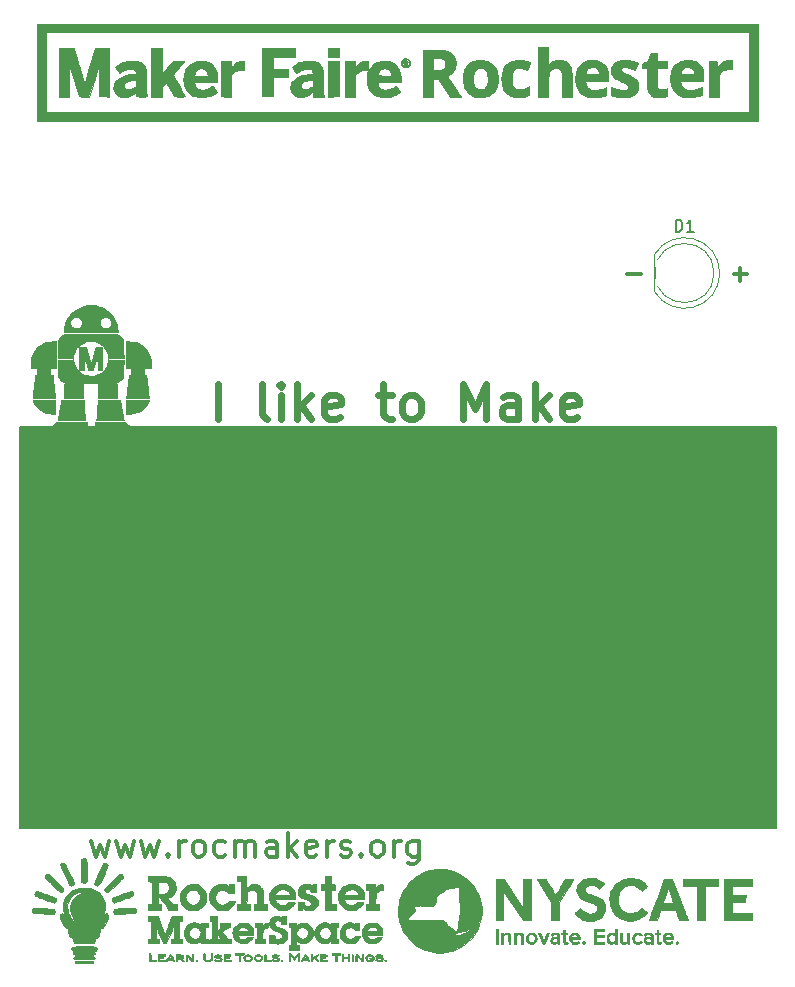
<source format=gto>
G04 #@! TF.GenerationSoftware,KiCad,Pcbnew,5.1.2*
G04 #@! TF.CreationDate,2019-11-06T15:15:23-05:00*
G04 #@! TF.ProjectId,rochester_makerfaire,726f6368-6573-4746-9572-5f6d616b6572,rev?*
G04 #@! TF.SameCoordinates,Original*
G04 #@! TF.FileFunction,Legend,Top*
G04 #@! TF.FilePolarity,Positive*
%FSLAX46Y46*%
G04 Gerber Fmt 4.6, Leading zero omitted, Abs format (unit mm)*
G04 Created by KiCad (PCBNEW 5.1.2) date 2019-11-06 15:15:23*
%MOMM*%
%LPD*%
G04 APERTURE LIST*
%ADD10C,0.300000*%
%ADD11C,0.600000*%
%ADD12C,0.150000*%
%ADD13C,0.010000*%
%ADD14C,0.120000*%
%ADD15C,1.000000*%
%ADD16C,3.400000*%
%ADD17C,2.800000*%
%ADD18C,2.200000*%
%ADD19R,2.200000X2.200000*%
G04 APERTURE END LIST*
D10*
X110428571Y-81107142D02*
X111571428Y-81107142D01*
X111000000Y-81678571D02*
X111000000Y-80535714D01*
X101428571Y-81107142D02*
X102571428Y-81107142D01*
X56047619Y-129071428D02*
X56428571Y-130404761D01*
X56809523Y-129452380D01*
X57190476Y-130404761D01*
X57571428Y-129071428D01*
X58142857Y-129071428D02*
X58523809Y-130404761D01*
X58904761Y-129452380D01*
X59285714Y-130404761D01*
X59666666Y-129071428D01*
X60238095Y-129071428D02*
X60619047Y-130404761D01*
X61000000Y-129452380D01*
X61380952Y-130404761D01*
X61761904Y-129071428D01*
X62523809Y-130214285D02*
X62619047Y-130309523D01*
X62523809Y-130404761D01*
X62428571Y-130309523D01*
X62523809Y-130214285D01*
X62523809Y-130404761D01*
X63476190Y-130404761D02*
X63476190Y-129071428D01*
X63476190Y-129452380D02*
X63571428Y-129261904D01*
X63666666Y-129166666D01*
X63857142Y-129071428D01*
X64047619Y-129071428D01*
X65000000Y-130404761D02*
X64809523Y-130309523D01*
X64714285Y-130214285D01*
X64619047Y-130023809D01*
X64619047Y-129452380D01*
X64714285Y-129261904D01*
X64809523Y-129166666D01*
X65000000Y-129071428D01*
X65285714Y-129071428D01*
X65476190Y-129166666D01*
X65571428Y-129261904D01*
X65666666Y-129452380D01*
X65666666Y-130023809D01*
X65571428Y-130214285D01*
X65476190Y-130309523D01*
X65285714Y-130404761D01*
X65000000Y-130404761D01*
X67380952Y-130309523D02*
X67190476Y-130404761D01*
X66809523Y-130404761D01*
X66619047Y-130309523D01*
X66523809Y-130214285D01*
X66428571Y-130023809D01*
X66428571Y-129452380D01*
X66523809Y-129261904D01*
X66619047Y-129166666D01*
X66809523Y-129071428D01*
X67190476Y-129071428D01*
X67380952Y-129166666D01*
X68238095Y-130404761D02*
X68238095Y-129071428D01*
X68238095Y-129261904D02*
X68333333Y-129166666D01*
X68523809Y-129071428D01*
X68809523Y-129071428D01*
X69000000Y-129166666D01*
X69095238Y-129357142D01*
X69095238Y-130404761D01*
X69095238Y-129357142D02*
X69190476Y-129166666D01*
X69380952Y-129071428D01*
X69666666Y-129071428D01*
X69857142Y-129166666D01*
X69952380Y-129357142D01*
X69952380Y-130404761D01*
X71761904Y-130404761D02*
X71761904Y-129357142D01*
X71666666Y-129166666D01*
X71476190Y-129071428D01*
X71095238Y-129071428D01*
X70904761Y-129166666D01*
X71761904Y-130309523D02*
X71571428Y-130404761D01*
X71095238Y-130404761D01*
X70904761Y-130309523D01*
X70809523Y-130119047D01*
X70809523Y-129928571D01*
X70904761Y-129738095D01*
X71095238Y-129642857D01*
X71571428Y-129642857D01*
X71761904Y-129547619D01*
X72714285Y-130404761D02*
X72714285Y-128404761D01*
X72904761Y-129642857D02*
X73476190Y-130404761D01*
X73476190Y-129071428D02*
X72714285Y-129833333D01*
X75095238Y-130309523D02*
X74904761Y-130404761D01*
X74523809Y-130404761D01*
X74333333Y-130309523D01*
X74238095Y-130119047D01*
X74238095Y-129357142D01*
X74333333Y-129166666D01*
X74523809Y-129071428D01*
X74904761Y-129071428D01*
X75095238Y-129166666D01*
X75190476Y-129357142D01*
X75190476Y-129547619D01*
X74238095Y-129738095D01*
X76047619Y-130404761D02*
X76047619Y-129071428D01*
X76047619Y-129452380D02*
X76142857Y-129261904D01*
X76238095Y-129166666D01*
X76428571Y-129071428D01*
X76619047Y-129071428D01*
X77190476Y-130309523D02*
X77380952Y-130404761D01*
X77761904Y-130404761D01*
X77952380Y-130309523D01*
X78047619Y-130119047D01*
X78047619Y-130023809D01*
X77952380Y-129833333D01*
X77761904Y-129738095D01*
X77476190Y-129738095D01*
X77285714Y-129642857D01*
X77190476Y-129452380D01*
X77190476Y-129357142D01*
X77285714Y-129166666D01*
X77476190Y-129071428D01*
X77761904Y-129071428D01*
X77952380Y-129166666D01*
X78904761Y-130214285D02*
X79000000Y-130309523D01*
X78904761Y-130404761D01*
X78809523Y-130309523D01*
X78904761Y-130214285D01*
X78904761Y-130404761D01*
X80142857Y-130404761D02*
X79952380Y-130309523D01*
X79857142Y-130214285D01*
X79761904Y-130023809D01*
X79761904Y-129452380D01*
X79857142Y-129261904D01*
X79952380Y-129166666D01*
X80142857Y-129071428D01*
X80428571Y-129071428D01*
X80619047Y-129166666D01*
X80714285Y-129261904D01*
X80809523Y-129452380D01*
X80809523Y-130023809D01*
X80714285Y-130214285D01*
X80619047Y-130309523D01*
X80428571Y-130404761D01*
X80142857Y-130404761D01*
X81666666Y-130404761D02*
X81666666Y-129071428D01*
X81666666Y-129452380D02*
X81761904Y-129261904D01*
X81857142Y-129166666D01*
X82047619Y-129071428D01*
X82238095Y-129071428D01*
X83761904Y-129071428D02*
X83761904Y-130690476D01*
X83666666Y-130880952D01*
X83571428Y-130976190D01*
X83380952Y-131071428D01*
X83095238Y-131071428D01*
X82904761Y-130976190D01*
X83761904Y-130309523D02*
X83571428Y-130404761D01*
X83190476Y-130404761D01*
X83000000Y-130309523D01*
X82904761Y-130214285D01*
X82809523Y-130023809D01*
X82809523Y-129452380D01*
X82904761Y-129261904D01*
X83000000Y-129166666D01*
X83190476Y-129071428D01*
X83571428Y-129071428D01*
X83761904Y-129166666D01*
D11*
X66785714Y-93357142D02*
X66785714Y-90357142D01*
X70928571Y-93357142D02*
X70642857Y-93214285D01*
X70500000Y-92928571D01*
X70500000Y-90357142D01*
X72071428Y-93357142D02*
X72071428Y-91357142D01*
X72071428Y-90357142D02*
X71928571Y-90500000D01*
X72071428Y-90642857D01*
X72214285Y-90500000D01*
X72071428Y-90357142D01*
X72071428Y-90642857D01*
X73500000Y-93357142D02*
X73500000Y-90357142D01*
X73785714Y-92214285D02*
X74642857Y-93357142D01*
X74642857Y-91357142D02*
X73500000Y-92500000D01*
X77071428Y-93214285D02*
X76785714Y-93357142D01*
X76214285Y-93357142D01*
X75928571Y-93214285D01*
X75785714Y-92928571D01*
X75785714Y-91785714D01*
X75928571Y-91500000D01*
X76214285Y-91357142D01*
X76785714Y-91357142D01*
X77071428Y-91500000D01*
X77214285Y-91785714D01*
X77214285Y-92071428D01*
X75785714Y-92357142D01*
X80357142Y-91357142D02*
X81500000Y-91357142D01*
X80785714Y-90357142D02*
X80785714Y-92928571D01*
X80928571Y-93214285D01*
X81214285Y-93357142D01*
X81500000Y-93357142D01*
X82928571Y-93357142D02*
X82642857Y-93214285D01*
X82500000Y-93071428D01*
X82357142Y-92785714D01*
X82357142Y-91928571D01*
X82500000Y-91642857D01*
X82642857Y-91500000D01*
X82928571Y-91357142D01*
X83357142Y-91357142D01*
X83642857Y-91500000D01*
X83785714Y-91642857D01*
X83928571Y-91928571D01*
X83928571Y-92785714D01*
X83785714Y-93071428D01*
X83642857Y-93214285D01*
X83357142Y-93357142D01*
X82928571Y-93357142D01*
X87499999Y-93357142D02*
X87499999Y-90357142D01*
X88499999Y-92500000D01*
X89499999Y-90357142D01*
X89499999Y-93357142D01*
X92214285Y-93357142D02*
X92214285Y-91785714D01*
X92071428Y-91500000D01*
X91785714Y-91357142D01*
X91214285Y-91357142D01*
X90928571Y-91500000D01*
X92214285Y-93214285D02*
X91928571Y-93357142D01*
X91214285Y-93357142D01*
X90928571Y-93214285D01*
X90785714Y-92928571D01*
X90785714Y-92642857D01*
X90928571Y-92357142D01*
X91214285Y-92214285D01*
X91928571Y-92214285D01*
X92214285Y-92071428D01*
X93642857Y-93357142D02*
X93642857Y-90357142D01*
X93928571Y-92214285D02*
X94785714Y-93357142D01*
X94785714Y-91357142D02*
X93642857Y-92500000D01*
X97214285Y-93214285D02*
X96928571Y-93357142D01*
X96357142Y-93357142D01*
X96071428Y-93214285D01*
X95928571Y-92928571D01*
X95928571Y-91785714D01*
X96071428Y-91500000D01*
X96357142Y-91357142D01*
X96928571Y-91357142D01*
X97214285Y-91500000D01*
X97357142Y-91785714D01*
X97357142Y-92071428D01*
X95928571Y-92357142D01*
D12*
G36*
X114000000Y-128000000D02*
G01*
X50000000Y-128000000D01*
X50000000Y-94000000D01*
X114000000Y-94000000D01*
X114000000Y-128000000D01*
G37*
X114000000Y-128000000D02*
X50000000Y-128000000D01*
X50000000Y-94000000D01*
X114000000Y-94000000D01*
X114000000Y-128000000D01*
D13*
G36*
X55528471Y-130556080D02*
G01*
X55596200Y-130598478D01*
X55609401Y-130613486D01*
X55620159Y-130630774D01*
X55628725Y-130655056D01*
X55635349Y-130691047D01*
X55640280Y-130743463D01*
X55643768Y-130817018D01*
X55646062Y-130916427D01*
X55647413Y-131046405D01*
X55648070Y-131211666D01*
X55648283Y-131416927D01*
X55648302Y-131582020D01*
X55648302Y-132510103D01*
X55589485Y-132568919D01*
X55511037Y-132616204D01*
X55416444Y-132628148D01*
X55322463Y-132604255D01*
X55280118Y-132578072D01*
X55216981Y-132528408D01*
X55216981Y-130647221D01*
X55272440Y-130595120D01*
X55347051Y-130553352D01*
X55438645Y-130540404D01*
X55528471Y-130556080D01*
X55528471Y-130556080D01*
G37*
X55528471Y-130556080D02*
X55596200Y-130598478D01*
X55609401Y-130613486D01*
X55620159Y-130630774D01*
X55628725Y-130655056D01*
X55635349Y-130691047D01*
X55640280Y-130743463D01*
X55643768Y-130817018D01*
X55646062Y-130916427D01*
X55647413Y-131046405D01*
X55648070Y-131211666D01*
X55648283Y-131416927D01*
X55648302Y-131582020D01*
X55648302Y-132510103D01*
X55589485Y-132568919D01*
X55511037Y-132616204D01*
X55416444Y-132628148D01*
X55322463Y-132604255D01*
X55280118Y-132578072D01*
X55216981Y-132528408D01*
X55216981Y-130647221D01*
X55272440Y-130595120D01*
X55347051Y-130553352D01*
X55438645Y-130540404D01*
X55528471Y-130556080D01*
G36*
X57295386Y-130974182D02*
G01*
X57382165Y-131030870D01*
X57424080Y-131103972D01*
X57421829Y-131195045D01*
X57410810Y-131231254D01*
X57393033Y-131273904D01*
X57357515Y-131354051D01*
X57306958Y-131465845D01*
X57244063Y-131603438D01*
X57171534Y-131760981D01*
X57092071Y-131932626D01*
X57008379Y-132112522D01*
X56923157Y-132294822D01*
X56839110Y-132473677D01*
X56758938Y-132643238D01*
X56741682Y-132679570D01*
X56695093Y-132765117D01*
X56650295Y-132815753D01*
X56602461Y-132841315D01*
X56551137Y-132858577D01*
X56525790Y-132865876D01*
X56525339Y-132865839D01*
X56504161Y-132856985D01*
X56463031Y-132840438D01*
X56378302Y-132790800D01*
X56318811Y-132724740D01*
X56295321Y-132654374D01*
X56295283Y-132651609D01*
X56305164Y-132617178D01*
X56332954Y-132545591D01*
X56375870Y-132442922D01*
X56431132Y-132315242D01*
X56495958Y-132168626D01*
X56567567Y-132009146D01*
X56643178Y-131842875D01*
X56720009Y-131675886D01*
X56795279Y-131514251D01*
X56866206Y-131364044D01*
X56930009Y-131231337D01*
X56983908Y-131122204D01*
X57025120Y-131042716D01*
X57050864Y-130998949D01*
X57054074Y-130994830D01*
X57122575Y-130951424D01*
X57212535Y-130948073D01*
X57295386Y-130974182D01*
X57295386Y-130974182D01*
G37*
X57295386Y-130974182D02*
X57382165Y-131030870D01*
X57424080Y-131103972D01*
X57421829Y-131195045D01*
X57410810Y-131231254D01*
X57393033Y-131273904D01*
X57357515Y-131354051D01*
X57306958Y-131465845D01*
X57244063Y-131603438D01*
X57171534Y-131760981D01*
X57092071Y-131932626D01*
X57008379Y-132112522D01*
X56923157Y-132294822D01*
X56839110Y-132473677D01*
X56758938Y-132643238D01*
X56741682Y-132679570D01*
X56695093Y-132765117D01*
X56650295Y-132815753D01*
X56602461Y-132841315D01*
X56551137Y-132858577D01*
X56525790Y-132865876D01*
X56525339Y-132865839D01*
X56504161Y-132856985D01*
X56463031Y-132840438D01*
X56378302Y-132790800D01*
X56318811Y-132724740D01*
X56295321Y-132654374D01*
X56295283Y-132651609D01*
X56305164Y-132617178D01*
X56332954Y-132545591D01*
X56375870Y-132442922D01*
X56431132Y-132315242D01*
X56495958Y-132168626D01*
X56567567Y-132009146D01*
X56643178Y-131842875D01*
X56720009Y-131675886D01*
X56795279Y-131514251D01*
X56866206Y-131364044D01*
X56930009Y-131231337D01*
X56983908Y-131122204D01*
X57025120Y-131042716D01*
X57050864Y-130998949D01*
X57054074Y-130994830D01*
X57122575Y-130951424D01*
X57212535Y-130948073D01*
X57295386Y-130974182D01*
G36*
X53739476Y-130947238D02*
G01*
X53770877Y-130965278D01*
X53793173Y-130995982D01*
X53832244Y-131064390D01*
X53885230Y-131164487D01*
X53949271Y-131290259D01*
X54021507Y-131435692D01*
X54099080Y-131594771D01*
X54179129Y-131761482D01*
X54258795Y-131929810D01*
X54335219Y-132093742D01*
X54405540Y-132247262D01*
X54466899Y-132384357D01*
X54516437Y-132499011D01*
X54551294Y-132585211D01*
X54568610Y-132636943D01*
X54570000Y-132646022D01*
X54548641Y-132716218D01*
X54492436Y-132783353D01*
X54413189Y-132833396D01*
X54411883Y-132833946D01*
X54348351Y-132858408D01*
X54306519Y-132863333D01*
X54264238Y-132848521D01*
X54233590Y-132832337D01*
X54212489Y-132813717D01*
X54184501Y-132775367D01*
X54147773Y-132713721D01*
X54100450Y-132625216D01*
X54040677Y-132506285D01*
X53966599Y-132353365D01*
X53876362Y-132162889D01*
X53796279Y-131991773D01*
X53710677Y-131806646D01*
X53631904Y-131633344D01*
X53562226Y-131477081D01*
X53503912Y-131343072D01*
X53459228Y-131236531D01*
X53430444Y-131162673D01*
X53419826Y-131126711D01*
X53419811Y-131126161D01*
X53441360Y-131053239D01*
X53497244Y-130992862D01*
X53574320Y-130951055D01*
X53659445Y-130933839D01*
X53739476Y-130947238D01*
X53739476Y-130947238D01*
G37*
X53739476Y-130947238D02*
X53770877Y-130965278D01*
X53793173Y-130995982D01*
X53832244Y-131064390D01*
X53885230Y-131164487D01*
X53949271Y-131290259D01*
X54021507Y-131435692D01*
X54099080Y-131594771D01*
X54179129Y-131761482D01*
X54258795Y-131929810D01*
X54335219Y-132093742D01*
X54405540Y-132247262D01*
X54466899Y-132384357D01*
X54516437Y-132499011D01*
X54551294Y-132585211D01*
X54568610Y-132636943D01*
X54570000Y-132646022D01*
X54548641Y-132716218D01*
X54492436Y-132783353D01*
X54413189Y-132833396D01*
X54411883Y-132833946D01*
X54348351Y-132858408D01*
X54306519Y-132863333D01*
X54264238Y-132848521D01*
X54233590Y-132832337D01*
X54212489Y-132813717D01*
X54184501Y-132775367D01*
X54147773Y-132713721D01*
X54100450Y-132625216D01*
X54040677Y-132506285D01*
X53966599Y-132353365D01*
X53876362Y-132162889D01*
X53796279Y-131991773D01*
X53710677Y-131806646D01*
X53631904Y-131633344D01*
X53562226Y-131477081D01*
X53503912Y-131343072D01*
X53459228Y-131236531D01*
X53430444Y-131162673D01*
X53419826Y-131126711D01*
X53419811Y-131126161D01*
X53441360Y-131053239D01*
X53497244Y-130992862D01*
X53574320Y-130951055D01*
X53659445Y-130933839D01*
X53739476Y-130947238D01*
G36*
X58630823Y-131913624D02*
G01*
X58691532Y-131978676D01*
X58731146Y-132057861D01*
X58739434Y-132108694D01*
X58737181Y-132129506D01*
X58728684Y-132153529D01*
X58711338Y-132183515D01*
X58682537Y-132222220D01*
X58639677Y-132272395D01*
X58580150Y-132336796D01*
X58501353Y-132418176D01*
X58400678Y-132519288D01*
X58275521Y-132642886D01*
X58123276Y-132791724D01*
X57941338Y-132968555D01*
X57754670Y-133149443D01*
X57634241Y-133263622D01*
X57540197Y-133345104D01*
X57466390Y-133396385D01*
X57406673Y-133419959D01*
X57354899Y-133418320D01*
X57304919Y-133393964D01*
X57254092Y-133352594D01*
X57200123Y-133285382D01*
X57167291Y-133210572D01*
X57166013Y-133204631D01*
X57162572Y-133182331D01*
X57163556Y-133160651D01*
X57172196Y-133135896D01*
X57191722Y-133104370D01*
X57225366Y-133062377D01*
X57276358Y-133006222D01*
X57347929Y-132932210D01*
X57443308Y-132836646D01*
X57565728Y-132715833D01*
X57718419Y-132566078D01*
X57759138Y-132526192D01*
X57902801Y-132386468D01*
X58038213Y-132256642D01*
X58160983Y-132140784D01*
X58266719Y-132042963D01*
X58351032Y-131967248D01*
X58409529Y-131917706D01*
X58435938Y-131899092D01*
X58504496Y-131880130D01*
X58562003Y-131879478D01*
X58630823Y-131913624D01*
X58630823Y-131913624D01*
G37*
X58630823Y-131913624D02*
X58691532Y-131978676D01*
X58731146Y-132057861D01*
X58739434Y-132108694D01*
X58737181Y-132129506D01*
X58728684Y-132153529D01*
X58711338Y-132183515D01*
X58682537Y-132222220D01*
X58639677Y-132272395D01*
X58580150Y-132336796D01*
X58501353Y-132418176D01*
X58400678Y-132519288D01*
X58275521Y-132642886D01*
X58123276Y-132791724D01*
X57941338Y-132968555D01*
X57754670Y-133149443D01*
X57634241Y-133263622D01*
X57540197Y-133345104D01*
X57466390Y-133396385D01*
X57406673Y-133419959D01*
X57354899Y-133418320D01*
X57304919Y-133393964D01*
X57254092Y-133352594D01*
X57200123Y-133285382D01*
X57167291Y-133210572D01*
X57166013Y-133204631D01*
X57162572Y-133182331D01*
X57163556Y-133160651D01*
X57172196Y-133135896D01*
X57191722Y-133104370D01*
X57225366Y-133062377D01*
X57276358Y-133006222D01*
X57347929Y-132932210D01*
X57443308Y-132836646D01*
X57565728Y-132715833D01*
X57718419Y-132566078D01*
X57759138Y-132526192D01*
X57902801Y-132386468D01*
X58038213Y-132256642D01*
X58160983Y-132140784D01*
X58266719Y-132042963D01*
X58351032Y-131967248D01*
X58409529Y-131917706D01*
X58435938Y-131899092D01*
X58504496Y-131880130D01*
X58562003Y-131879478D01*
X58630823Y-131913624D01*
G36*
X52377800Y-131876073D02*
G01*
X52445804Y-131914845D01*
X52483220Y-131943087D01*
X52546451Y-131998429D01*
X52632434Y-132077324D01*
X52736295Y-132174976D01*
X52853159Y-132286588D01*
X52978152Y-132407364D01*
X53106398Y-132532508D01*
X53233022Y-132657223D01*
X53353151Y-132776711D01*
X53461910Y-132886178D01*
X53554423Y-132980826D01*
X53625816Y-133055858D01*
X53671214Y-133106478D01*
X53685512Y-133126099D01*
X53691006Y-133197276D01*
X53665583Y-133278579D01*
X53616656Y-133351368D01*
X53584746Y-133379415D01*
X53527091Y-133411489D01*
X53471499Y-133420154D01*
X53410643Y-133402522D01*
X53337197Y-133355706D01*
X53243834Y-133276818D01*
X53184424Y-133221633D01*
X53106725Y-133147622D01*
X53002638Y-133047825D01*
X52880105Y-132929892D01*
X52747069Y-132801475D01*
X52611473Y-132670225D01*
X52539198Y-132600103D01*
X52403391Y-132467638D01*
X52298549Y-132363631D01*
X52220789Y-132283637D01*
X52166229Y-132223213D01*
X52130985Y-132177915D01*
X52111174Y-132143301D01*
X52102915Y-132114928D01*
X52101887Y-132099658D01*
X52121061Y-132028331D01*
X52169817Y-131955797D01*
X52235005Y-131896135D01*
X52303473Y-131863424D01*
X52324865Y-131860943D01*
X52377800Y-131876073D01*
X52377800Y-131876073D01*
G37*
X52377800Y-131876073D02*
X52445804Y-131914845D01*
X52483220Y-131943087D01*
X52546451Y-131998429D01*
X52632434Y-132077324D01*
X52736295Y-132174976D01*
X52853159Y-132286588D01*
X52978152Y-132407364D01*
X53106398Y-132532508D01*
X53233022Y-132657223D01*
X53353151Y-132776711D01*
X53461910Y-132886178D01*
X53554423Y-132980826D01*
X53625816Y-133055858D01*
X53671214Y-133106478D01*
X53685512Y-133126099D01*
X53691006Y-133197276D01*
X53665583Y-133278579D01*
X53616656Y-133351368D01*
X53584746Y-133379415D01*
X53527091Y-133411489D01*
X53471499Y-133420154D01*
X53410643Y-133402522D01*
X53337197Y-133355706D01*
X53243834Y-133276818D01*
X53184424Y-133221633D01*
X53106725Y-133147622D01*
X53002638Y-133047825D01*
X52880105Y-132929892D01*
X52747069Y-132801475D01*
X52611473Y-132670225D01*
X52539198Y-132600103D01*
X52403391Y-132467638D01*
X52298549Y-132363631D01*
X52220789Y-132283637D01*
X52166229Y-132223213D01*
X52130985Y-132177915D01*
X52111174Y-132143301D01*
X52102915Y-132114928D01*
X52101887Y-132099658D01*
X52121061Y-132028331D01*
X52169817Y-131955797D01*
X52235005Y-131896135D01*
X52303473Y-131863424D01*
X52324865Y-131860943D01*
X52377800Y-131876073D01*
G36*
X59449443Y-133343090D02*
G01*
X59470804Y-133349167D01*
X59476724Y-133351825D01*
X59545409Y-133407656D01*
X59595384Y-133502433D01*
X59614031Y-133564882D01*
X59619944Y-133601502D01*
X59615702Y-133634726D01*
X59597381Y-133666682D01*
X59561055Y-133699498D01*
X59502797Y-133735300D01*
X59418682Y-133776216D01*
X59304784Y-133824373D01*
X59157177Y-133881899D01*
X58971935Y-133950921D01*
X58757060Y-134029244D01*
X58575316Y-134094774D01*
X58407214Y-134154740D01*
X58258234Y-134207239D01*
X58133852Y-134250365D01*
X58039547Y-134282215D01*
X57980798Y-134300883D01*
X57963546Y-134305094D01*
X57923201Y-134291197D01*
X57870918Y-134257688D01*
X57869882Y-134256877D01*
X57813179Y-134188233D01*
X57782714Y-134101586D01*
X57780600Y-134012757D01*
X57808949Y-133937566D01*
X57824768Y-133919000D01*
X57856203Y-133901917D01*
X57927275Y-133870974D01*
X58032455Y-133828336D01*
X58166214Y-133776167D01*
X58323025Y-133716632D01*
X58497357Y-133651895D01*
X58638263Y-133600513D01*
X58846686Y-133525301D01*
X59014936Y-133465230D01*
X59147809Y-133418878D01*
X59250104Y-133384821D01*
X59326617Y-133361637D01*
X59382147Y-133347902D01*
X59421489Y-133342194D01*
X59449443Y-133343090D01*
X59449443Y-133343090D01*
G37*
X59449443Y-133343090D02*
X59470804Y-133349167D01*
X59476724Y-133351825D01*
X59545409Y-133407656D01*
X59595384Y-133502433D01*
X59614031Y-133564882D01*
X59619944Y-133601502D01*
X59615702Y-133634726D01*
X59597381Y-133666682D01*
X59561055Y-133699498D01*
X59502797Y-133735300D01*
X59418682Y-133776216D01*
X59304784Y-133824373D01*
X59157177Y-133881899D01*
X58971935Y-133950921D01*
X58757060Y-134029244D01*
X58575316Y-134094774D01*
X58407214Y-134154740D01*
X58258234Y-134207239D01*
X58133852Y-134250365D01*
X58039547Y-134282215D01*
X57980798Y-134300883D01*
X57963546Y-134305094D01*
X57923201Y-134291197D01*
X57870918Y-134257688D01*
X57869882Y-134256877D01*
X57813179Y-134188233D01*
X57782714Y-134101586D01*
X57780600Y-134012757D01*
X57808949Y-133937566D01*
X57824768Y-133919000D01*
X57856203Y-133901917D01*
X57927275Y-133870974D01*
X58032455Y-133828336D01*
X58166214Y-133776167D01*
X58323025Y-133716632D01*
X58497357Y-133651895D01*
X58638263Y-133600513D01*
X58846686Y-133525301D01*
X59014936Y-133465230D01*
X59147809Y-133418878D01*
X59250104Y-133384821D01*
X59326617Y-133361637D01*
X59382147Y-133347902D01*
X59421489Y-133342194D01*
X59449443Y-133343090D01*
G36*
X51429295Y-133333949D02*
G01*
X51498973Y-133354783D01*
X51600831Y-133387686D01*
X51728477Y-133430401D01*
X51875521Y-133480670D01*
X52035568Y-133536237D01*
X52202229Y-133594845D01*
X52369111Y-133654237D01*
X52529822Y-133712155D01*
X52677970Y-133766342D01*
X52807164Y-133814543D01*
X52911011Y-133854498D01*
X52983120Y-133883953D01*
X53010881Y-133896894D01*
X53060296Y-133947078D01*
X53079772Y-134019465D01*
X53073094Y-134102206D01*
X53044046Y-134183453D01*
X52996411Y-134251358D01*
X52933975Y-134294072D01*
X52881319Y-134302543D01*
X52847899Y-134293889D01*
X52775151Y-134270476D01*
X52668667Y-134234253D01*
X52534038Y-134187170D01*
X52376853Y-134131177D01*
X52202704Y-134068222D01*
X52066187Y-134018296D01*
X51883812Y-133950788D01*
X51715193Y-133887438D01*
X51565775Y-133830363D01*
X51441004Y-133781681D01*
X51346325Y-133743511D01*
X51287184Y-133717971D01*
X51269442Y-133708393D01*
X51241953Y-133653059D01*
X51240900Y-133575531D01*
X51261496Y-133489973D01*
X51298952Y-133410548D01*
X51348483Y-133351422D01*
X51398190Y-133327440D01*
X51429295Y-133333949D01*
X51429295Y-133333949D01*
G37*
X51429295Y-133333949D02*
X51498973Y-133354783D01*
X51600831Y-133387686D01*
X51728477Y-133430401D01*
X51875521Y-133480670D01*
X52035568Y-133536237D01*
X52202229Y-133594845D01*
X52369111Y-133654237D01*
X52529822Y-133712155D01*
X52677970Y-133766342D01*
X52807164Y-133814543D01*
X52911011Y-133854498D01*
X52983120Y-133883953D01*
X53010881Y-133896894D01*
X53060296Y-133947078D01*
X53079772Y-134019465D01*
X53073094Y-134102206D01*
X53044046Y-134183453D01*
X52996411Y-134251358D01*
X52933975Y-134294072D01*
X52881319Y-134302543D01*
X52847899Y-134293889D01*
X52775151Y-134270476D01*
X52668667Y-134234253D01*
X52534038Y-134187170D01*
X52376853Y-134131177D01*
X52202704Y-134068222D01*
X52066187Y-134018296D01*
X51883812Y-133950788D01*
X51715193Y-133887438D01*
X51565775Y-133830363D01*
X51441004Y-133781681D01*
X51346325Y-133743511D01*
X51287184Y-133717971D01*
X51269442Y-133708393D01*
X51241953Y-133653059D01*
X51240900Y-133575531D01*
X51261496Y-133489973D01*
X51298952Y-133410548D01*
X51348483Y-133351422D01*
X51398190Y-133327440D01*
X51429295Y-133333949D01*
G36*
X80680210Y-132749019D02*
G01*
X80697257Y-132759164D01*
X80707005Y-132786572D01*
X80711494Y-132839837D01*
X80712764Y-132927549D01*
X80712830Y-132996064D01*
X80712830Y-133244580D01*
X80589542Y-133260935D01*
X80496060Y-133280369D01*
X80405377Y-133310114D01*
X80376147Y-133323259D01*
X80294274Y-133375343D01*
X80229764Y-133442402D01*
X80180487Y-133530334D01*
X80144309Y-133645031D01*
X80119099Y-133792391D01*
X80102724Y-133978307D01*
X80096861Y-134095424D01*
X80082535Y-134448868D01*
X80377358Y-134448868D01*
X80377358Y-134904151D01*
X79323019Y-134904151D01*
X79323019Y-134448868D01*
X79586604Y-134448868D01*
X79586604Y-133226792D01*
X79323019Y-133226792D01*
X79323019Y-132771509D01*
X80065849Y-132771509D01*
X80065849Y-133116292D01*
X80123778Y-133037773D01*
X80184740Y-132968336D01*
X80254884Y-132905346D01*
X80260281Y-132901284D01*
X80338885Y-132853659D01*
X80437390Y-132808043D01*
X80538331Y-132771259D01*
X80624240Y-132750130D01*
X80653823Y-132747547D01*
X80680210Y-132749019D01*
X80680210Y-132749019D01*
G37*
X80680210Y-132749019D02*
X80697257Y-132759164D01*
X80707005Y-132786572D01*
X80711494Y-132839837D01*
X80712764Y-132927549D01*
X80712830Y-132996064D01*
X80712830Y-133244580D01*
X80589542Y-133260935D01*
X80496060Y-133280369D01*
X80405377Y-133310114D01*
X80376147Y-133323259D01*
X80294274Y-133375343D01*
X80229764Y-133442402D01*
X80180487Y-133530334D01*
X80144309Y-133645031D01*
X80119099Y-133792391D01*
X80102724Y-133978307D01*
X80096861Y-134095424D01*
X80082535Y-134448868D01*
X80377358Y-134448868D01*
X80377358Y-134904151D01*
X79323019Y-134904151D01*
X79323019Y-134448868D01*
X79586604Y-134448868D01*
X79586604Y-133226792D01*
X79323019Y-133226792D01*
X79323019Y-132771509D01*
X80065849Y-132771509D01*
X80065849Y-133116292D01*
X80123778Y-133037773D01*
X80184740Y-132968336D01*
X80254884Y-132905346D01*
X80260281Y-132901284D01*
X80338885Y-132853659D01*
X80437390Y-132808043D01*
X80538331Y-132771259D01*
X80624240Y-132750130D01*
X80653823Y-132747547D01*
X80680210Y-132749019D01*
G36*
X76333086Y-132406085D02*
G01*
X76339717Y-132759528D01*
X76525424Y-132766526D01*
X76711132Y-132773525D01*
X76711132Y-133224776D01*
X76525424Y-133231775D01*
X76339717Y-133238773D01*
X76333315Y-133843820D01*
X76326913Y-134448868D01*
X76735094Y-134448868D01*
X76735094Y-134904151D01*
X75848490Y-134904151D01*
X75848490Y-133226792D01*
X75513019Y-133226792D01*
X75513019Y-132771509D01*
X75848490Y-132771509D01*
X75848490Y-132052641D01*
X76326455Y-132052641D01*
X76333086Y-132406085D01*
X76333086Y-132406085D01*
G37*
X76333086Y-132406085D02*
X76339717Y-132759528D01*
X76525424Y-132766526D01*
X76711132Y-132773525D01*
X76711132Y-133224776D01*
X76525424Y-133231775D01*
X76339717Y-133238773D01*
X76333315Y-133843820D01*
X76326913Y-134448868D01*
X76735094Y-134448868D01*
X76735094Y-134904151D01*
X75848490Y-134904151D01*
X75848490Y-133226792D01*
X75513019Y-133226792D01*
X75513019Y-132771509D01*
X75848490Y-132771509D01*
X75848490Y-132052641D01*
X76326455Y-132052641D01*
X76333086Y-132406085D01*
G36*
X69186981Y-133045072D02*
G01*
X69288821Y-132945450D01*
X69370217Y-132878501D01*
X69469504Y-132813904D01*
X69530889Y-132781830D01*
X69608931Y-132749065D01*
X69675242Y-132731097D01*
X69748664Y-132724932D01*
X69848039Y-132727579D01*
X69866361Y-132728552D01*
X70020898Y-132746220D01*
X70144425Y-132784641D01*
X70251826Y-132850770D01*
X70357988Y-132951562D01*
X70368532Y-132963173D01*
X70432550Y-133038265D01*
X70482892Y-133109427D01*
X70521297Y-133183850D01*
X70549501Y-133268726D01*
X70569242Y-133371246D01*
X70582259Y-133498599D01*
X70590288Y-133657979D01*
X70595068Y-133856574D01*
X70595819Y-133903726D01*
X70603994Y-134448868D01*
X70888302Y-134448868D01*
X70888302Y-134904151D01*
X69833962Y-134904151D01*
X69833962Y-134448868D01*
X70097547Y-134448868D01*
X70097547Y-134045858D01*
X70095359Y-133851617D01*
X70087811Y-133698297D01*
X70073423Y-133579056D01*
X70050717Y-133487047D01*
X70018213Y-133415428D01*
X69974434Y-133357352D01*
X69942046Y-133326078D01*
X69834476Y-133261249D01*
X69705907Y-133228992D01*
X69570908Y-133229759D01*
X69444045Y-133264002D01*
X69367683Y-133308284D01*
X69313679Y-133352312D01*
X69272517Y-133396085D01*
X69242318Y-133446833D01*
X69221202Y-133511788D01*
X69207292Y-133598180D01*
X69198706Y-133713240D01*
X69193566Y-133864199D01*
X69191139Y-133987594D01*
X69183317Y-134448868D01*
X69450566Y-134448868D01*
X69450566Y-134904151D01*
X68929387Y-134904204D01*
X68408207Y-134904258D01*
X68423477Y-134448868D01*
X68683773Y-134448868D01*
X68683773Y-132507924D01*
X68420189Y-132507924D01*
X68420189Y-132052641D01*
X69186981Y-132052641D01*
X69186981Y-133045072D01*
X69186981Y-133045072D01*
G37*
X69186981Y-133045072D02*
X69288821Y-132945450D01*
X69370217Y-132878501D01*
X69469504Y-132813904D01*
X69530889Y-132781830D01*
X69608931Y-132749065D01*
X69675242Y-132731097D01*
X69748664Y-132724932D01*
X69848039Y-132727579D01*
X69866361Y-132728552D01*
X70020898Y-132746220D01*
X70144425Y-132784641D01*
X70251826Y-132850770D01*
X70357988Y-132951562D01*
X70368532Y-132963173D01*
X70432550Y-133038265D01*
X70482892Y-133109427D01*
X70521297Y-133183850D01*
X70549501Y-133268726D01*
X70569242Y-133371246D01*
X70582259Y-133498599D01*
X70590288Y-133657979D01*
X70595068Y-133856574D01*
X70595819Y-133903726D01*
X70603994Y-134448868D01*
X70888302Y-134448868D01*
X70888302Y-134904151D01*
X69833962Y-134904151D01*
X69833962Y-134448868D01*
X70097547Y-134448868D01*
X70097547Y-134045858D01*
X70095359Y-133851617D01*
X70087811Y-133698297D01*
X70073423Y-133579056D01*
X70050717Y-133487047D01*
X70018213Y-133415428D01*
X69974434Y-133357352D01*
X69942046Y-133326078D01*
X69834476Y-133261249D01*
X69705907Y-133228992D01*
X69570908Y-133229759D01*
X69444045Y-133264002D01*
X69367683Y-133308284D01*
X69313679Y-133352312D01*
X69272517Y-133396085D01*
X69242318Y-133446833D01*
X69221202Y-133511788D01*
X69207292Y-133598180D01*
X69198706Y-133713240D01*
X69193566Y-133864199D01*
X69191139Y-133987594D01*
X69183317Y-134448868D01*
X69450566Y-134448868D01*
X69450566Y-134904151D01*
X68929387Y-134904204D01*
X68408207Y-134904258D01*
X68423477Y-134448868D01*
X68683773Y-134448868D01*
X68683773Y-132507924D01*
X68420189Y-132507924D01*
X68420189Y-132052641D01*
X69186981Y-132052641D01*
X69186981Y-133045072D01*
G36*
X61840766Y-132053622D02*
G01*
X62053389Y-132057389D01*
X62229446Y-132065173D01*
X62374601Y-132078209D01*
X62494522Y-132097731D01*
X62594874Y-132124970D01*
X62681324Y-132161162D01*
X62759537Y-132207538D01*
X62835180Y-132265333D01*
X62913920Y-132335780D01*
X62922106Y-132343497D01*
X63039417Y-132482901D01*
X63123186Y-132642344D01*
X63174457Y-132815088D01*
X63194277Y-132994393D01*
X63183688Y-133173521D01*
X63143735Y-133345733D01*
X63075464Y-133504289D01*
X62979918Y-133642451D01*
X62858143Y-133753481D01*
X62711183Y-133830639D01*
X62690479Y-133837766D01*
X62616368Y-133863642D01*
X62561448Y-133886156D01*
X62542612Y-133896720D01*
X62549713Y-133920654D01*
X62582052Y-133974774D01*
X62634863Y-134051895D01*
X62703382Y-134144833D01*
X62731396Y-134181321D01*
X62938983Y-134448868D01*
X63268302Y-134448868D01*
X63268302Y-134904151D01*
X62583679Y-134904151D01*
X62334208Y-134550707D01*
X62181993Y-134335136D01*
X62055244Y-134155829D01*
X61951865Y-134009844D01*
X61869760Y-133894239D01*
X61806832Y-133806072D01*
X61760984Y-133742402D01*
X61730121Y-133700288D01*
X61712146Y-133676786D01*
X61707516Y-133671292D01*
X61700459Y-133685932D01*
X61694510Y-133741936D01*
X61690027Y-133832754D01*
X61687372Y-133951830D01*
X61686792Y-134048698D01*
X61686792Y-134448868D01*
X61926415Y-134448868D01*
X61926415Y-134904151D01*
X60848113Y-134904151D01*
X60848113Y-134448868D01*
X61160166Y-134448868D01*
X61153904Y-133484386D01*
X61147875Y-132555849D01*
X61686792Y-132555849D01*
X61686792Y-133566172D01*
X61982337Y-133558227D01*
X62108019Y-133554191D01*
X62197145Y-133548558D01*
X62261077Y-133539126D01*
X62311180Y-133523692D01*
X62358816Y-133500054D01*
X62395686Y-133478117D01*
X62505558Y-133385994D01*
X62583444Y-133269593D01*
X62628040Y-133138355D01*
X62638041Y-133001722D01*
X62612143Y-132869137D01*
X62549042Y-132750042D01*
X62503367Y-132698727D01*
X62432135Y-132641103D01*
X62352685Y-132600502D01*
X62255411Y-132574427D01*
X62130708Y-132560383D01*
X61968972Y-132555872D01*
X61953588Y-132555849D01*
X61686792Y-132555849D01*
X61147875Y-132555849D01*
X61147641Y-132519905D01*
X60848113Y-132505637D01*
X60848113Y-132052641D01*
X61585909Y-132052641D01*
X61840766Y-132053622D01*
X61840766Y-132053622D01*
G37*
X61840766Y-132053622D02*
X62053389Y-132057389D01*
X62229446Y-132065173D01*
X62374601Y-132078209D01*
X62494522Y-132097731D01*
X62594874Y-132124970D01*
X62681324Y-132161162D01*
X62759537Y-132207538D01*
X62835180Y-132265333D01*
X62913920Y-132335780D01*
X62922106Y-132343497D01*
X63039417Y-132482901D01*
X63123186Y-132642344D01*
X63174457Y-132815088D01*
X63194277Y-132994393D01*
X63183688Y-133173521D01*
X63143735Y-133345733D01*
X63075464Y-133504289D01*
X62979918Y-133642451D01*
X62858143Y-133753481D01*
X62711183Y-133830639D01*
X62690479Y-133837766D01*
X62616368Y-133863642D01*
X62561448Y-133886156D01*
X62542612Y-133896720D01*
X62549713Y-133920654D01*
X62582052Y-133974774D01*
X62634863Y-134051895D01*
X62703382Y-134144833D01*
X62731396Y-134181321D01*
X62938983Y-134448868D01*
X63268302Y-134448868D01*
X63268302Y-134904151D01*
X62583679Y-134904151D01*
X62334208Y-134550707D01*
X62181993Y-134335136D01*
X62055244Y-134155829D01*
X61951865Y-134009844D01*
X61869760Y-133894239D01*
X61806832Y-133806072D01*
X61760984Y-133742402D01*
X61730121Y-133700288D01*
X61712146Y-133676786D01*
X61707516Y-133671292D01*
X61700459Y-133685932D01*
X61694510Y-133741936D01*
X61690027Y-133832754D01*
X61687372Y-133951830D01*
X61686792Y-134048698D01*
X61686792Y-134448868D01*
X61926415Y-134448868D01*
X61926415Y-134904151D01*
X60848113Y-134904151D01*
X60848113Y-134448868D01*
X61160166Y-134448868D01*
X61153904Y-133484386D01*
X61147875Y-132555849D01*
X61686792Y-132555849D01*
X61686792Y-133566172D01*
X61982337Y-133558227D01*
X62108019Y-133554191D01*
X62197145Y-133548558D01*
X62261077Y-133539126D01*
X62311180Y-133523692D01*
X62358816Y-133500054D01*
X62395686Y-133478117D01*
X62505558Y-133385994D01*
X62583444Y-133269593D01*
X62628040Y-133138355D01*
X62638041Y-133001722D01*
X62612143Y-132869137D01*
X62549042Y-132750042D01*
X62503367Y-132698727D01*
X62432135Y-132641103D01*
X62352685Y-132600502D01*
X62255411Y-132574427D01*
X62130708Y-132560383D01*
X61968972Y-132555872D01*
X61953588Y-132555849D01*
X61686792Y-132555849D01*
X61147875Y-132555849D01*
X61147641Y-132519905D01*
X60848113Y-132505637D01*
X60848113Y-132052641D01*
X61585909Y-132052641D01*
X61840766Y-132053622D01*
G36*
X78269341Y-132731997D02*
G01*
X78469379Y-132792290D01*
X78659406Y-132894240D01*
X78807354Y-133012801D01*
X78952417Y-133170116D01*
X79055248Y-133331681D01*
X79120066Y-133507410D01*
X79151093Y-133707217D01*
X79155283Y-133830198D01*
X79155283Y-134041509D01*
X77424804Y-134041509D01*
X77440842Y-134107405D01*
X77493870Y-134230539D01*
X77585440Y-134342589D01*
X77706265Y-134435478D01*
X77847057Y-134501129D01*
X77914933Y-134519736D01*
X78077970Y-134531000D01*
X78239392Y-134497584D01*
X78390192Y-134422158D01*
X78477049Y-134353000D01*
X78512101Y-134321706D01*
X78544699Y-134301139D01*
X78585585Y-134289050D01*
X78645501Y-134283185D01*
X78735191Y-134281295D01*
X78820007Y-134281132D01*
X79086387Y-134281132D01*
X79021037Y-134401202D01*
X78905477Y-134565409D01*
X78755128Y-134705147D01*
X78578289Y-134816924D01*
X78383261Y-134897246D01*
X78178344Y-134942621D01*
X77971839Y-134949555D01*
X77789434Y-134919486D01*
X77601616Y-134846164D01*
X77419386Y-134733958D01*
X77253146Y-134591666D01*
X77113298Y-134428086D01*
X77016664Y-134265879D01*
X76982048Y-134189632D01*
X76959549Y-134126782D01*
X76946574Y-134063038D01*
X76940530Y-133984114D01*
X76938826Y-133875723D01*
X76938773Y-133836587D01*
X76939459Y-133719028D01*
X76943007Y-133645177D01*
X77430000Y-133645177D01*
X77452922Y-133648619D01*
X77517531Y-133651717D01*
X77617587Y-133654342D01*
X77746854Y-133656368D01*
X77899093Y-133657667D01*
X78063753Y-133658113D01*
X78697507Y-133658113D01*
X78672857Y-133587403D01*
X78625661Y-133499787D01*
X78548414Y-133405223D01*
X78454371Y-133317291D01*
X78356785Y-133249572D01*
X78329498Y-133235552D01*
X78217109Y-133195696D01*
X78093754Y-133180283D01*
X78053019Y-133179628D01*
X77888959Y-133196820D01*
X77749831Y-133250527D01*
X77625167Y-133344960D01*
X77613447Y-133356452D01*
X77561600Y-133416324D01*
X77508714Y-133489892D01*
X77463659Y-133563195D01*
X77435305Y-133622272D01*
X77430000Y-133645177D01*
X76943007Y-133645177D01*
X76943505Y-133634834D01*
X76953899Y-133569449D01*
X76973627Y-133508314D01*
X77005675Y-133436873D01*
X77031654Y-133383829D01*
X77154141Y-133183363D01*
X77303525Y-133016844D01*
X77474531Y-132885372D01*
X77661888Y-132790050D01*
X77860324Y-132731979D01*
X78064566Y-132712261D01*
X78269341Y-132731997D01*
X78269341Y-132731997D01*
G37*
X78269341Y-132731997D02*
X78469379Y-132792290D01*
X78659406Y-132894240D01*
X78807354Y-133012801D01*
X78952417Y-133170116D01*
X79055248Y-133331681D01*
X79120066Y-133507410D01*
X79151093Y-133707217D01*
X79155283Y-133830198D01*
X79155283Y-134041509D01*
X77424804Y-134041509D01*
X77440842Y-134107405D01*
X77493870Y-134230539D01*
X77585440Y-134342589D01*
X77706265Y-134435478D01*
X77847057Y-134501129D01*
X77914933Y-134519736D01*
X78077970Y-134531000D01*
X78239392Y-134497584D01*
X78390192Y-134422158D01*
X78477049Y-134353000D01*
X78512101Y-134321706D01*
X78544699Y-134301139D01*
X78585585Y-134289050D01*
X78645501Y-134283185D01*
X78735191Y-134281295D01*
X78820007Y-134281132D01*
X79086387Y-134281132D01*
X79021037Y-134401202D01*
X78905477Y-134565409D01*
X78755128Y-134705147D01*
X78578289Y-134816924D01*
X78383261Y-134897246D01*
X78178344Y-134942621D01*
X77971839Y-134949555D01*
X77789434Y-134919486D01*
X77601616Y-134846164D01*
X77419386Y-134733958D01*
X77253146Y-134591666D01*
X77113298Y-134428086D01*
X77016664Y-134265879D01*
X76982048Y-134189632D01*
X76959549Y-134126782D01*
X76946574Y-134063038D01*
X76940530Y-133984114D01*
X76938826Y-133875723D01*
X76938773Y-133836587D01*
X76939459Y-133719028D01*
X76943007Y-133645177D01*
X77430000Y-133645177D01*
X77452922Y-133648619D01*
X77517531Y-133651717D01*
X77617587Y-133654342D01*
X77746854Y-133656368D01*
X77899093Y-133657667D01*
X78063753Y-133658113D01*
X78697507Y-133658113D01*
X78672857Y-133587403D01*
X78625661Y-133499787D01*
X78548414Y-133405223D01*
X78454371Y-133317291D01*
X78356785Y-133249572D01*
X78329498Y-133235552D01*
X78217109Y-133195696D01*
X78093754Y-133180283D01*
X78053019Y-133179628D01*
X77888959Y-133196820D01*
X77749831Y-133250527D01*
X77625167Y-133344960D01*
X77613447Y-133356452D01*
X77561600Y-133416324D01*
X77508714Y-133489892D01*
X77463659Y-133563195D01*
X77435305Y-133622272D01*
X77430000Y-133645177D01*
X76943007Y-133645177D01*
X76943505Y-133634834D01*
X76953899Y-133569449D01*
X76973627Y-133508314D01*
X77005675Y-133436873D01*
X77031654Y-133383829D01*
X77154141Y-133183363D01*
X77303525Y-133016844D01*
X77474531Y-132885372D01*
X77661888Y-132790050D01*
X77860324Y-132731979D01*
X78064566Y-132712261D01*
X78269341Y-132731997D01*
G36*
X72409110Y-132725263D02*
G01*
X72613898Y-132778571D01*
X72805890Y-132869072D01*
X72978763Y-132994496D01*
X73126197Y-133152576D01*
X73238503Y-133334118D01*
X73274995Y-133412004D01*
X73299224Y-133477268D01*
X73314162Y-133544253D01*
X73322777Y-133627301D01*
X73328039Y-133740755D01*
X73329048Y-133771429D01*
X73337625Y-134041509D01*
X71603940Y-134041509D01*
X71620572Y-134095424D01*
X71683545Y-134228052D01*
X71781670Y-134349769D01*
X71902262Y-134446718D01*
X71978585Y-134486593D01*
X72090900Y-134516338D01*
X72223346Y-134526090D01*
X72354249Y-134515785D01*
X72455983Y-134487985D01*
X72531497Y-134447945D01*
X72615585Y-134392276D01*
X72651713Y-134364491D01*
X72753443Y-134281132D01*
X73007004Y-134281132D01*
X73110721Y-134283000D01*
X73193930Y-134288055D01*
X73246772Y-134295472D01*
X73260566Y-134302363D01*
X73245682Y-134342440D01*
X73206540Y-134406718D01*
X73151404Y-134484200D01*
X73088538Y-134563887D01*
X73026206Y-134634781D01*
X72972673Y-134685885D01*
X72971942Y-134686474D01*
X72850437Y-134770322D01*
X72709463Y-134846313D01*
X72569335Y-134904265D01*
X72493773Y-134926217D01*
X72364097Y-134944418D01*
X72214562Y-134947978D01*
X72068286Y-134937283D01*
X71964027Y-134917343D01*
X71769006Y-134839848D01*
X71580186Y-134717915D01*
X71447015Y-134600350D01*
X71297069Y-134421372D01*
X71189755Y-134227904D01*
X71125773Y-134024678D01*
X71105826Y-133816428D01*
X71126934Y-133638842D01*
X71607170Y-133638842D01*
X71630094Y-133643959D01*
X71694718Y-133648565D01*
X71794818Y-133652471D01*
X71924170Y-133655491D01*
X72076550Y-133657434D01*
X72243784Y-133658113D01*
X72880399Y-133658113D01*
X72863521Y-133604198D01*
X72819875Y-133513268D01*
X72749880Y-133416304D01*
X72668240Y-133332006D01*
X72621484Y-133296374D01*
X72515523Y-133234106D01*
X72424450Y-133198000D01*
X72327881Y-133181773D01*
X72240273Y-133178868D01*
X72080585Y-133193525D01*
X71948564Y-133240231D01*
X71832945Y-133323089D01*
X71825706Y-133329846D01*
X71773757Y-133385707D01*
X71717218Y-133456570D01*
X71664827Y-133530078D01*
X71625324Y-133593872D01*
X71607449Y-133635596D01*
X71607170Y-133638842D01*
X71126934Y-133638842D01*
X71130614Y-133607890D01*
X71200838Y-133403795D01*
X71254741Y-133302331D01*
X71334736Y-133191192D01*
X71441207Y-133074012D01*
X71561181Y-132962894D01*
X71681687Y-132869938D01*
X71781196Y-132811183D01*
X71986437Y-132739301D01*
X72197849Y-132711417D01*
X72409110Y-132725263D01*
X72409110Y-132725263D01*
G37*
X72409110Y-132725263D02*
X72613898Y-132778571D01*
X72805890Y-132869072D01*
X72978763Y-132994496D01*
X73126197Y-133152576D01*
X73238503Y-133334118D01*
X73274995Y-133412004D01*
X73299224Y-133477268D01*
X73314162Y-133544253D01*
X73322777Y-133627301D01*
X73328039Y-133740755D01*
X73329048Y-133771429D01*
X73337625Y-134041509D01*
X71603940Y-134041509D01*
X71620572Y-134095424D01*
X71683545Y-134228052D01*
X71781670Y-134349769D01*
X71902262Y-134446718D01*
X71978585Y-134486593D01*
X72090900Y-134516338D01*
X72223346Y-134526090D01*
X72354249Y-134515785D01*
X72455983Y-134487985D01*
X72531497Y-134447945D01*
X72615585Y-134392276D01*
X72651713Y-134364491D01*
X72753443Y-134281132D01*
X73007004Y-134281132D01*
X73110721Y-134283000D01*
X73193930Y-134288055D01*
X73246772Y-134295472D01*
X73260566Y-134302363D01*
X73245682Y-134342440D01*
X73206540Y-134406718D01*
X73151404Y-134484200D01*
X73088538Y-134563887D01*
X73026206Y-134634781D01*
X72972673Y-134685885D01*
X72971942Y-134686474D01*
X72850437Y-134770322D01*
X72709463Y-134846313D01*
X72569335Y-134904265D01*
X72493773Y-134926217D01*
X72364097Y-134944418D01*
X72214562Y-134947978D01*
X72068286Y-134937283D01*
X71964027Y-134917343D01*
X71769006Y-134839848D01*
X71580186Y-134717915D01*
X71447015Y-134600350D01*
X71297069Y-134421372D01*
X71189755Y-134227904D01*
X71125773Y-134024678D01*
X71105826Y-133816428D01*
X71126934Y-133638842D01*
X71607170Y-133638842D01*
X71630094Y-133643959D01*
X71694718Y-133648565D01*
X71794818Y-133652471D01*
X71924170Y-133655491D01*
X72076550Y-133657434D01*
X72243784Y-133658113D01*
X72880399Y-133658113D01*
X72863521Y-133604198D01*
X72819875Y-133513268D01*
X72749880Y-133416304D01*
X72668240Y-133332006D01*
X72621484Y-133296374D01*
X72515523Y-133234106D01*
X72424450Y-133198000D01*
X72327881Y-133181773D01*
X72240273Y-133178868D01*
X72080585Y-133193525D01*
X71948564Y-133240231D01*
X71832945Y-133323089D01*
X71825706Y-133329846D01*
X71773757Y-133385707D01*
X71717218Y-133456570D01*
X71664827Y-133530078D01*
X71625324Y-133593872D01*
X71607449Y-133635596D01*
X71607170Y-133638842D01*
X71126934Y-133638842D01*
X71130614Y-133607890D01*
X71200838Y-133403795D01*
X71254741Y-133302331D01*
X71334736Y-133191192D01*
X71441207Y-133074012D01*
X71561181Y-132962894D01*
X71681687Y-132869938D01*
X71781196Y-132811183D01*
X71986437Y-132739301D01*
X72197849Y-132711417D01*
X72409110Y-132725263D01*
G36*
X74359733Y-132734005D02*
G01*
X74514845Y-132769660D01*
X74641472Y-132832219D01*
X74661003Y-132846610D01*
X74722264Y-132894799D01*
X74722264Y-132833154D01*
X74724117Y-132802584D01*
X74736198Y-132784280D01*
X74768288Y-132775096D01*
X74830168Y-132771888D01*
X74913962Y-132771509D01*
X75105660Y-132771509D01*
X75105660Y-133370566D01*
X74626660Y-133370566D01*
X74577137Y-133265208D01*
X74539478Y-133197294D01*
X74496920Y-133159357D01*
X74430708Y-133135498D01*
X74421294Y-133133080D01*
X74304337Y-133121616D01*
X74208410Y-133147828D01*
X74139413Y-133207814D01*
X74103242Y-133297672D01*
X74099245Y-133346172D01*
X74104468Y-133398108D01*
X74123552Y-133442859D01*
X74161623Y-133483460D01*
X74223803Y-133522944D01*
X74315217Y-133564346D01*
X74440990Y-133610701D01*
X74606245Y-133665042D01*
X74673544Y-133686255D01*
X74861497Y-133755028D01*
X75005701Y-133832129D01*
X75110167Y-133921942D01*
X75178907Y-134028852D01*
X75215933Y-134157241D01*
X75225472Y-134289316D01*
X75210898Y-134449671D01*
X75163643Y-134582665D01*
X75078404Y-134700270D01*
X75017320Y-134759308D01*
X74875019Y-134855752D01*
X74705970Y-134924045D01*
X74524811Y-134960198D01*
X74346183Y-134960220D01*
X74302924Y-134953987D01*
X74192854Y-134920764D01*
X74068633Y-134861216D01*
X73961462Y-134793337D01*
X73924136Y-134769596D01*
X73909853Y-134778929D01*
X73907547Y-134828727D01*
X73907547Y-134904151D01*
X73524151Y-134904151D01*
X73524151Y-134281132D01*
X74040817Y-134281132D01*
X74076022Y-134382190D01*
X74134783Y-134486219D01*
X74222154Y-134556010D01*
X74330275Y-134588420D01*
X74451289Y-134580305D01*
X74517426Y-134558726D01*
X74599406Y-134505716D01*
X74641864Y-134428497D01*
X74650377Y-134354594D01*
X74633967Y-134285128D01*
X74582749Y-134219802D01*
X74493738Y-134156648D01*
X74363952Y-134093699D01*
X74190407Y-134028988D01*
X74123207Y-134006970D01*
X73951303Y-133945304D01*
X73818116Y-133880829D01*
X73714494Y-133808462D01*
X73648257Y-133743211D01*
X73572692Y-133622681D01*
X73535019Y-133483110D01*
X73534260Y-133333496D01*
X73569439Y-133182835D01*
X73639578Y-133040124D01*
X73737620Y-132920187D01*
X73852242Y-132825326D01*
X73970230Y-132765937D01*
X74108108Y-132734959D01*
X74187292Y-132728048D01*
X74359733Y-132734005D01*
X74359733Y-132734005D01*
G37*
X74359733Y-132734005D02*
X74514845Y-132769660D01*
X74641472Y-132832219D01*
X74661003Y-132846610D01*
X74722264Y-132894799D01*
X74722264Y-132833154D01*
X74724117Y-132802584D01*
X74736198Y-132784280D01*
X74768288Y-132775096D01*
X74830168Y-132771888D01*
X74913962Y-132771509D01*
X75105660Y-132771509D01*
X75105660Y-133370566D01*
X74626660Y-133370566D01*
X74577137Y-133265208D01*
X74539478Y-133197294D01*
X74496920Y-133159357D01*
X74430708Y-133135498D01*
X74421294Y-133133080D01*
X74304337Y-133121616D01*
X74208410Y-133147828D01*
X74139413Y-133207814D01*
X74103242Y-133297672D01*
X74099245Y-133346172D01*
X74104468Y-133398108D01*
X74123552Y-133442859D01*
X74161623Y-133483460D01*
X74223803Y-133522944D01*
X74315217Y-133564346D01*
X74440990Y-133610701D01*
X74606245Y-133665042D01*
X74673544Y-133686255D01*
X74861497Y-133755028D01*
X75005701Y-133832129D01*
X75110167Y-133921942D01*
X75178907Y-134028852D01*
X75215933Y-134157241D01*
X75225472Y-134289316D01*
X75210898Y-134449671D01*
X75163643Y-134582665D01*
X75078404Y-134700270D01*
X75017320Y-134759308D01*
X74875019Y-134855752D01*
X74705970Y-134924045D01*
X74524811Y-134960198D01*
X74346183Y-134960220D01*
X74302924Y-134953987D01*
X74192854Y-134920764D01*
X74068633Y-134861216D01*
X73961462Y-134793337D01*
X73924136Y-134769596D01*
X73909853Y-134778929D01*
X73907547Y-134828727D01*
X73907547Y-134904151D01*
X73524151Y-134904151D01*
X73524151Y-134281132D01*
X74040817Y-134281132D01*
X74076022Y-134382190D01*
X74134783Y-134486219D01*
X74222154Y-134556010D01*
X74330275Y-134588420D01*
X74451289Y-134580305D01*
X74517426Y-134558726D01*
X74599406Y-134505716D01*
X74641864Y-134428497D01*
X74650377Y-134354594D01*
X74633967Y-134285128D01*
X74582749Y-134219802D01*
X74493738Y-134156648D01*
X74363952Y-134093699D01*
X74190407Y-134028988D01*
X74123207Y-134006970D01*
X73951303Y-133945304D01*
X73818116Y-133880829D01*
X73714494Y-133808462D01*
X73648257Y-133743211D01*
X73572692Y-133622681D01*
X73535019Y-133483110D01*
X73534260Y-133333496D01*
X73569439Y-133182835D01*
X73639578Y-133040124D01*
X73737620Y-132920187D01*
X73852242Y-132825326D01*
X73970230Y-132765937D01*
X74108108Y-132734959D01*
X74187292Y-132728048D01*
X74359733Y-132734005D01*
G36*
X67340356Y-132740003D02*
G01*
X67506199Y-132807495D01*
X67635424Y-132902648D01*
X67701321Y-132965147D01*
X67701321Y-132771509D01*
X68132641Y-132771509D01*
X68132641Y-133490377D01*
X67671186Y-133490377D01*
X67575366Y-133403809D01*
X67446636Y-133306488D01*
X67315323Y-133250170D01*
X67166688Y-133229613D01*
X67088754Y-133230706D01*
X66987110Y-133238965D01*
X66914637Y-133255007D01*
X66852637Y-133284283D01*
X66810906Y-133311719D01*
X66681200Y-133430554D01*
X66590033Y-133574341D01*
X66540107Y-133736212D01*
X66534122Y-133909302D01*
X66545786Y-133985729D01*
X66602528Y-134148052D01*
X66696706Y-134282433D01*
X66824401Y-134385148D01*
X66981694Y-134452473D01*
X67054471Y-134469095D01*
X67214508Y-134479316D01*
X67356412Y-134447934D01*
X67487578Y-134372543D01*
X67566961Y-134302436D01*
X67684205Y-134185283D01*
X67944366Y-134185283D01*
X68073033Y-134187332D01*
X68156790Y-134193680D01*
X68198487Y-134204631D01*
X68204528Y-134212933D01*
X68190817Y-134258981D01*
X68154188Y-134331861D01*
X68101393Y-134420769D01*
X68039186Y-134514902D01*
X67974321Y-134603459D01*
X67918822Y-134669933D01*
X67764604Y-134804228D01*
X67584250Y-134898416D01*
X67387661Y-134950752D01*
X67299618Y-134964214D01*
X67232400Y-134970748D01*
X67168465Y-134970350D01*
X67090270Y-134963015D01*
X66994434Y-134950644D01*
X66775738Y-134903566D01*
X66586118Y-134822806D01*
X66416636Y-134703866D01*
X66319810Y-134611158D01*
X66182462Y-134436645D01*
X66088839Y-134247720D01*
X66036893Y-134039115D01*
X66023962Y-133849811D01*
X66045185Y-133614895D01*
X66109577Y-133399659D01*
X66218217Y-133201522D01*
X66372188Y-133017903D01*
X66372866Y-133017225D01*
X66521763Y-132888467D01*
X66676236Y-132799240D01*
X66851031Y-132742037D01*
X66950644Y-132723100D01*
X67153385Y-132711403D01*
X67340356Y-132740003D01*
X67340356Y-132740003D01*
G37*
X67340356Y-132740003D02*
X67506199Y-132807495D01*
X67635424Y-132902648D01*
X67701321Y-132965147D01*
X67701321Y-132771509D01*
X68132641Y-132771509D01*
X68132641Y-133490377D01*
X67671186Y-133490377D01*
X67575366Y-133403809D01*
X67446636Y-133306488D01*
X67315323Y-133250170D01*
X67166688Y-133229613D01*
X67088754Y-133230706D01*
X66987110Y-133238965D01*
X66914637Y-133255007D01*
X66852637Y-133284283D01*
X66810906Y-133311719D01*
X66681200Y-133430554D01*
X66590033Y-133574341D01*
X66540107Y-133736212D01*
X66534122Y-133909302D01*
X66545786Y-133985729D01*
X66602528Y-134148052D01*
X66696706Y-134282433D01*
X66824401Y-134385148D01*
X66981694Y-134452473D01*
X67054471Y-134469095D01*
X67214508Y-134479316D01*
X67356412Y-134447934D01*
X67487578Y-134372543D01*
X67566961Y-134302436D01*
X67684205Y-134185283D01*
X67944366Y-134185283D01*
X68073033Y-134187332D01*
X68156790Y-134193680D01*
X68198487Y-134204631D01*
X68204528Y-134212933D01*
X68190817Y-134258981D01*
X68154188Y-134331861D01*
X68101393Y-134420769D01*
X68039186Y-134514902D01*
X67974321Y-134603459D01*
X67918822Y-134669933D01*
X67764604Y-134804228D01*
X67584250Y-134898416D01*
X67387661Y-134950752D01*
X67299618Y-134964214D01*
X67232400Y-134970748D01*
X67168465Y-134970350D01*
X67090270Y-134963015D01*
X66994434Y-134950644D01*
X66775738Y-134903566D01*
X66586118Y-134822806D01*
X66416636Y-134703866D01*
X66319810Y-134611158D01*
X66182462Y-134436645D01*
X66088839Y-134247720D01*
X66036893Y-134039115D01*
X66023962Y-133849811D01*
X66045185Y-133614895D01*
X66109577Y-133399659D01*
X66218217Y-133201522D01*
X66372188Y-133017903D01*
X66372866Y-133017225D01*
X66521763Y-132888467D01*
X66676236Y-132799240D01*
X66851031Y-132742037D01*
X66950644Y-132723100D01*
X67153385Y-132711403D01*
X67340356Y-132740003D01*
G36*
X64773239Y-132713723D02*
G01*
X64979859Y-132758614D01*
X65175991Y-132844185D01*
X65355498Y-132966827D01*
X65512245Y-133122935D01*
X65640096Y-133308902D01*
X65668748Y-133363525D01*
X65701304Y-133431505D01*
X65723508Y-133487349D01*
X65737340Y-133542860D01*
X65744779Y-133609843D01*
X65747805Y-133700102D01*
X65748395Y-133825439D01*
X65748396Y-133838569D01*
X65748396Y-134151825D01*
X65658984Y-134332739D01*
X65557973Y-134498906D01*
X65429593Y-134651537D01*
X65285776Y-134777759D01*
X65188704Y-134840070D01*
X64994581Y-134920483D01*
X64781216Y-134964940D01*
X64562844Y-134971780D01*
X64353703Y-134939339D01*
X64349111Y-134938117D01*
X64146272Y-134860852D01*
X63964522Y-134742586D01*
X63864576Y-134651925D01*
X63719190Y-134480204D01*
X63617584Y-134299853D01*
X63556457Y-134102762D01*
X63532507Y-133880821D01*
X63531887Y-133834550D01*
X63534042Y-133812304D01*
X64017786Y-133812304D01*
X64029381Y-133969542D01*
X64081243Y-134121386D01*
X64166414Y-134250123D01*
X64298681Y-134372672D01*
X64445394Y-134450604D01*
X64602688Y-134483076D01*
X64766695Y-134469251D01*
X64921698Y-134414183D01*
X65038455Y-134332404D01*
X65136858Y-134214040D01*
X65209025Y-134069275D01*
X65223939Y-134023742D01*
X65252863Y-133851783D01*
X65240508Y-133691437D01*
X65191978Y-133546961D01*
X65112379Y-133422609D01*
X65006815Y-133322640D01*
X64880391Y-133251308D01*
X64738211Y-133212871D01*
X64585382Y-133211584D01*
X64427006Y-133251704D01*
X64344257Y-133290288D01*
X64209692Y-133388664D01*
X64109431Y-133513821D01*
X64044966Y-133657716D01*
X64017786Y-133812304D01*
X63534042Y-133812304D01*
X63554228Y-133604004D01*
X63618868Y-133391216D01*
X63722231Y-133200078D01*
X63860740Y-133034483D01*
X64030820Y-132898322D01*
X64228894Y-132795488D01*
X64451387Y-132729872D01*
X64562264Y-132713116D01*
X64773239Y-132713723D01*
X64773239Y-132713723D01*
G37*
X64773239Y-132713723D02*
X64979859Y-132758614D01*
X65175991Y-132844185D01*
X65355498Y-132966827D01*
X65512245Y-133122935D01*
X65640096Y-133308902D01*
X65668748Y-133363525D01*
X65701304Y-133431505D01*
X65723508Y-133487349D01*
X65737340Y-133542860D01*
X65744779Y-133609843D01*
X65747805Y-133700102D01*
X65748395Y-133825439D01*
X65748396Y-133838569D01*
X65748396Y-134151825D01*
X65658984Y-134332739D01*
X65557973Y-134498906D01*
X65429593Y-134651537D01*
X65285776Y-134777759D01*
X65188704Y-134840070D01*
X64994581Y-134920483D01*
X64781216Y-134964940D01*
X64562844Y-134971780D01*
X64353703Y-134939339D01*
X64349111Y-134938117D01*
X64146272Y-134860852D01*
X63964522Y-134742586D01*
X63864576Y-134651925D01*
X63719190Y-134480204D01*
X63617584Y-134299853D01*
X63556457Y-134102762D01*
X63532507Y-133880821D01*
X63531887Y-133834550D01*
X63534042Y-133812304D01*
X64017786Y-133812304D01*
X64029381Y-133969542D01*
X64081243Y-134121386D01*
X64166414Y-134250123D01*
X64298681Y-134372672D01*
X64445394Y-134450604D01*
X64602688Y-134483076D01*
X64766695Y-134469251D01*
X64921698Y-134414183D01*
X65038455Y-134332404D01*
X65136858Y-134214040D01*
X65209025Y-134069275D01*
X65223939Y-134023742D01*
X65252863Y-133851783D01*
X65240508Y-133691437D01*
X65191978Y-133546961D01*
X65112379Y-133422609D01*
X65006815Y-133322640D01*
X64880391Y-133251308D01*
X64738211Y-133212871D01*
X64585382Y-133211584D01*
X64427006Y-133251704D01*
X64344257Y-133290288D01*
X64209692Y-133388664D01*
X64109431Y-133513821D01*
X64044966Y-133657716D01*
X64017786Y-133812304D01*
X63534042Y-133812304D01*
X63554228Y-133604004D01*
X63618868Y-133391216D01*
X63722231Y-133200078D01*
X63860740Y-133034483D01*
X64030820Y-132898322D01*
X64228894Y-132795488D01*
X64451387Y-132729872D01*
X64562264Y-132713116D01*
X64773239Y-132713723D01*
G36*
X59692651Y-134743660D02*
G01*
X59733029Y-134754656D01*
X59766901Y-134778707D01*
X59794957Y-134805799D01*
X59849191Y-134886183D01*
X59868375Y-134974535D01*
X59854962Y-135059388D01*
X59811404Y-135129271D01*
X59740156Y-135172717D01*
X59715207Y-135178644D01*
X59669848Y-135183422D01*
X59584092Y-135189959D01*
X59465420Y-135197852D01*
X59321311Y-135206698D01*
X59159243Y-135216095D01*
X58986698Y-135225640D01*
X58811154Y-135234932D01*
X58640090Y-135243568D01*
X58480987Y-135251145D01*
X58341324Y-135257262D01*
X58228581Y-135261515D01*
X58150236Y-135263502D01*
X58136126Y-135263598D01*
X58054052Y-135260576D01*
X58003042Y-135247748D01*
X57966414Y-135219441D01*
X57950418Y-135200447D01*
X57908507Y-135112588D01*
X57902958Y-135013951D01*
X57933521Y-134922451D01*
X57954670Y-134893146D01*
X58008585Y-134831543D01*
X58679528Y-134796843D01*
X58865337Y-134787093D01*
X59045504Y-134777380D01*
X59211516Y-134768182D01*
X59354856Y-134759978D01*
X59467011Y-134753247D01*
X59537363Y-134748620D01*
X59632014Y-134742665D01*
X59692651Y-134743660D01*
X59692651Y-134743660D01*
G37*
X59692651Y-134743660D02*
X59733029Y-134754656D01*
X59766901Y-134778707D01*
X59794957Y-134805799D01*
X59849191Y-134886183D01*
X59868375Y-134974535D01*
X59854962Y-135059388D01*
X59811404Y-135129271D01*
X59740156Y-135172717D01*
X59715207Y-135178644D01*
X59669848Y-135183422D01*
X59584092Y-135189959D01*
X59465420Y-135197852D01*
X59321311Y-135206698D01*
X59159243Y-135216095D01*
X58986698Y-135225640D01*
X58811154Y-135234932D01*
X58640090Y-135243568D01*
X58480987Y-135251145D01*
X58341324Y-135257262D01*
X58228581Y-135261515D01*
X58150236Y-135263502D01*
X58136126Y-135263598D01*
X58054052Y-135260576D01*
X58003042Y-135247748D01*
X57966414Y-135219441D01*
X57950418Y-135200447D01*
X57908507Y-135112588D01*
X57902958Y-135013951D01*
X57933521Y-134922451D01*
X57954670Y-134893146D01*
X58008585Y-134831543D01*
X58679528Y-134796843D01*
X58865337Y-134787093D01*
X59045504Y-134777380D01*
X59211516Y-134768182D01*
X59354856Y-134759978D01*
X59467011Y-134753247D01*
X59537363Y-134748620D01*
X59632014Y-134742665D01*
X59692651Y-134743660D01*
G36*
X51345620Y-134758087D02*
G01*
X51500947Y-134762896D01*
X51686486Y-134770450D01*
X51897835Y-134780631D01*
X51993045Y-134785650D01*
X52229893Y-134798878D01*
X52422918Y-134810722D01*
X52576192Y-134821552D01*
X52693785Y-134831740D01*
X52779768Y-134841655D01*
X52838210Y-134851670D01*
X52873183Y-134862154D01*
X52881561Y-134866594D01*
X52932450Y-134925846D01*
X52957253Y-135008865D01*
X52955793Y-135099103D01*
X52927894Y-135180011D01*
X52885412Y-135227611D01*
X52855341Y-135241699D01*
X52808198Y-135251760D01*
X52739629Y-135257790D01*
X52645282Y-135259783D01*
X52520805Y-135257735D01*
X52361844Y-135251640D01*
X52164048Y-135241494D01*
X51923063Y-135227292D01*
X51910189Y-135226499D01*
X51750276Y-135216984D01*
X51596272Y-135208459D01*
X51458441Y-135201442D01*
X51347048Y-135196456D01*
X51272358Y-135194019D01*
X51268109Y-135193947D01*
X51178035Y-135189440D01*
X51119379Y-135176066D01*
X51075809Y-135149068D01*
X51058439Y-135132881D01*
X51012894Y-135059928D01*
X50996440Y-134972006D01*
X51007282Y-134883454D01*
X51043628Y-134808611D01*
X51103683Y-134761818D01*
X51104915Y-134761342D01*
X51143202Y-134757190D01*
X51224904Y-134756145D01*
X51345620Y-134758087D01*
X51345620Y-134758087D01*
G37*
X51345620Y-134758087D02*
X51500947Y-134762896D01*
X51686486Y-134770450D01*
X51897835Y-134780631D01*
X51993045Y-134785650D01*
X52229893Y-134798878D01*
X52422918Y-134810722D01*
X52576192Y-134821552D01*
X52693785Y-134831740D01*
X52779768Y-134841655D01*
X52838210Y-134851670D01*
X52873183Y-134862154D01*
X52881561Y-134866594D01*
X52932450Y-134925846D01*
X52957253Y-135008865D01*
X52955793Y-135099103D01*
X52927894Y-135180011D01*
X52885412Y-135227611D01*
X52855341Y-135241699D01*
X52808198Y-135251760D01*
X52739629Y-135257790D01*
X52645282Y-135259783D01*
X52520805Y-135257735D01*
X52361844Y-135251640D01*
X52164048Y-135241494D01*
X51923063Y-135227292D01*
X51910189Y-135226499D01*
X51750276Y-135216984D01*
X51596272Y-135208459D01*
X51458441Y-135201442D01*
X51347048Y-135196456D01*
X51272358Y-135194019D01*
X51268109Y-135193947D01*
X51178035Y-135189440D01*
X51119379Y-135176066D01*
X51075809Y-135149068D01*
X51058439Y-135132881D01*
X51012894Y-135059928D01*
X50996440Y-134972006D01*
X51007282Y-134883454D01*
X51043628Y-134808611D01*
X51103683Y-134761818D01*
X51104915Y-134761342D01*
X51143202Y-134757190D01*
X51224904Y-134756145D01*
X51345620Y-134758087D01*
G36*
X70984151Y-136408332D02*
G01*
X70881531Y-136423721D01*
X70752890Y-136460963D01*
X70650299Y-136527109D01*
X70588249Y-136606486D01*
X70566448Y-136670561D01*
X70545721Y-136770397D01*
X70527709Y-136893836D01*
X70514053Y-137028717D01*
X70506391Y-137162882D01*
X70505331Y-137221187D01*
X70504906Y-137345676D01*
X70618726Y-137352979D01*
X70732547Y-137360283D01*
X70732547Y-137719717D01*
X70318664Y-137726275D01*
X70163188Y-137728051D01*
X70049506Y-137727474D01*
X69971531Y-137724164D01*
X69923173Y-137717744D01*
X69898344Y-137707836D01*
X69892100Y-137699789D01*
X69886537Y-137659645D01*
X69884750Y-137588231D01*
X69886644Y-137513513D01*
X69893868Y-137360283D01*
X69995707Y-137352914D01*
X70097547Y-137345546D01*
X70097547Y-136416529D01*
X69995707Y-136409160D01*
X69893868Y-136401792D01*
X69886015Y-136216085D01*
X69878161Y-136030377D01*
X70480943Y-136030377D01*
X70480943Y-136279726D01*
X70570802Y-136193635D01*
X70694808Y-136094882D01*
X70823918Y-136035337D01*
X70895120Y-136017783D01*
X70984151Y-136001081D01*
X70984151Y-136408332D01*
X70984151Y-136408332D01*
G37*
X70984151Y-136408332D02*
X70881531Y-136423721D01*
X70752890Y-136460963D01*
X70650299Y-136527109D01*
X70588249Y-136606486D01*
X70566448Y-136670561D01*
X70545721Y-136770397D01*
X70527709Y-136893836D01*
X70514053Y-137028717D01*
X70506391Y-137162882D01*
X70505331Y-137221187D01*
X70504906Y-137345676D01*
X70618726Y-137352979D01*
X70732547Y-137360283D01*
X70732547Y-137719717D01*
X70318664Y-137726275D01*
X70163188Y-137728051D01*
X70049506Y-137727474D01*
X69971531Y-137724164D01*
X69923173Y-137717744D01*
X69898344Y-137707836D01*
X69892100Y-137699789D01*
X69886537Y-137659645D01*
X69884750Y-137588231D01*
X69886644Y-137513513D01*
X69893868Y-137360283D01*
X69995707Y-137352914D01*
X70097547Y-137345546D01*
X70097547Y-136416529D01*
X69995707Y-136409160D01*
X69893868Y-136401792D01*
X69886015Y-136216085D01*
X69878161Y-136030377D01*
X70480943Y-136030377D01*
X70480943Y-136279726D01*
X70570802Y-136193635D01*
X70694808Y-136094882D01*
X70823918Y-136035337D01*
X70895120Y-136017783D01*
X70984151Y-136001081D01*
X70984151Y-136408332D01*
G36*
X66694906Y-136108855D02*
G01*
X66706887Y-136750447D01*
X67089159Y-136365849D01*
X66910566Y-136365849D01*
X66910566Y-136030377D01*
X67776933Y-136030377D01*
X67769079Y-136216085D01*
X67761226Y-136401792D01*
X67653396Y-136409336D01*
X67605500Y-136415172D01*
X67562491Y-136428975D01*
X67515750Y-136456356D01*
X67456659Y-136502924D01*
X67376600Y-136574290D01*
X67320887Y-136625792D01*
X67096208Y-136834705D01*
X67584366Y-137345995D01*
X67720721Y-137353139D01*
X67857075Y-137360283D01*
X67857075Y-137719717D01*
X67383821Y-137726214D01*
X66910566Y-137732711D01*
X66910566Y-137542098D01*
X66911296Y-137447192D01*
X66915549Y-137390005D01*
X66926422Y-137360329D01*
X66947008Y-137347960D01*
X66970684Y-137343903D01*
X66995961Y-137338497D01*
X67004402Y-137326023D01*
X66992488Y-137299786D01*
X66956704Y-137253094D01*
X66893531Y-137179254D01*
X66869947Y-137152220D01*
X66801772Y-137076294D01*
X66745219Y-137017238D01*
X66707460Y-136982312D01*
X66696007Y-136976132D01*
X66690728Y-137002147D01*
X66688648Y-137063702D01*
X66690104Y-137148501D01*
X66690808Y-137166223D01*
X66698692Y-137348302D01*
X66838679Y-137348302D01*
X66838679Y-137731698D01*
X66454531Y-137731698D01*
X66303578Y-137730836D01*
X66194553Y-137727925D01*
X66121487Y-137722476D01*
X66078408Y-137714000D01*
X66059346Y-137702007D01*
X66057920Y-137699221D01*
X66052473Y-137659398D01*
X66050762Y-137588234D01*
X66052682Y-137513513D01*
X66059906Y-137360283D01*
X66161745Y-137352914D01*
X66263585Y-137345546D01*
X66263585Y-135841434D01*
X66161745Y-135834066D01*
X66059906Y-135826698D01*
X66059906Y-135467264D01*
X66682924Y-135467264D01*
X66694906Y-136108855D01*
X66694906Y-136108855D01*
G37*
X66694906Y-136108855D02*
X66706887Y-136750447D01*
X67089159Y-136365849D01*
X66910566Y-136365849D01*
X66910566Y-136030377D01*
X67776933Y-136030377D01*
X67769079Y-136216085D01*
X67761226Y-136401792D01*
X67653396Y-136409336D01*
X67605500Y-136415172D01*
X67562491Y-136428975D01*
X67515750Y-136456356D01*
X67456659Y-136502924D01*
X67376600Y-136574290D01*
X67320887Y-136625792D01*
X67096208Y-136834705D01*
X67584366Y-137345995D01*
X67720721Y-137353139D01*
X67857075Y-137360283D01*
X67857075Y-137719717D01*
X67383821Y-137726214D01*
X66910566Y-137732711D01*
X66910566Y-137542098D01*
X66911296Y-137447192D01*
X66915549Y-137390005D01*
X66926422Y-137360329D01*
X66947008Y-137347960D01*
X66970684Y-137343903D01*
X66995961Y-137338497D01*
X67004402Y-137326023D01*
X66992488Y-137299786D01*
X66956704Y-137253094D01*
X66893531Y-137179254D01*
X66869947Y-137152220D01*
X66801772Y-137076294D01*
X66745219Y-137017238D01*
X66707460Y-136982312D01*
X66696007Y-136976132D01*
X66690728Y-137002147D01*
X66688648Y-137063702D01*
X66690104Y-137148501D01*
X66690808Y-137166223D01*
X66698692Y-137348302D01*
X66838679Y-137348302D01*
X66838679Y-137731698D01*
X66454531Y-137731698D01*
X66303578Y-137730836D01*
X66194553Y-137727925D01*
X66121487Y-137722476D01*
X66078408Y-137714000D01*
X66059346Y-137702007D01*
X66057920Y-137699221D01*
X66052473Y-137659398D01*
X66050762Y-137588234D01*
X66052682Y-137513513D01*
X66059906Y-137360283D01*
X66161745Y-137352914D01*
X66263585Y-137345546D01*
X66263585Y-135841434D01*
X66161745Y-135834066D01*
X66059906Y-135826698D01*
X66059906Y-135467264D01*
X66682924Y-135467264D01*
X66694906Y-136108855D01*
G36*
X63747547Y-135838679D02*
G01*
X63507924Y-135838679D01*
X63507924Y-137348302D01*
X63747547Y-137348302D01*
X63747547Y-137731698D01*
X62813019Y-137731698D01*
X62813019Y-137348302D01*
X63052641Y-137348302D01*
X63050750Y-136743254D01*
X63049812Y-136580238D01*
X63048154Y-136435711D01*
X63045914Y-136315726D01*
X63043230Y-136226333D01*
X63040240Y-136173584D01*
X63037516Y-136162169D01*
X63026277Y-136189380D01*
X62999480Y-136255841D01*
X62959242Y-136356255D01*
X62907678Y-136485328D01*
X62846906Y-136637763D01*
X62779040Y-136808264D01*
X62721536Y-136952924D01*
X62416899Y-137719717D01*
X62259110Y-137726720D01*
X62101321Y-137733724D01*
X61807870Y-136959928D01*
X61738786Y-136778195D01*
X61674940Y-136611070D01*
X61618341Y-136463751D01*
X61570999Y-136341434D01*
X61534924Y-136249316D01*
X61512126Y-136192594D01*
X61504757Y-136176147D01*
X61502103Y-136196208D01*
X61499728Y-136257877D01*
X61497737Y-136354842D01*
X61496234Y-136480787D01*
X61495324Y-136629398D01*
X61495094Y-136757232D01*
X61495094Y-137348302D01*
X61612342Y-137348302D01*
X61685160Y-137352199D01*
X61728833Y-137370300D01*
X61750702Y-137412224D01*
X61758107Y-137487585D01*
X61758679Y-137540000D01*
X61758844Y-137605684D01*
X61755195Y-137654382D01*
X61741514Y-137688628D01*
X61711583Y-137710952D01*
X61659185Y-137723889D01*
X61578104Y-137729971D01*
X61462121Y-137731731D01*
X61305018Y-137731702D01*
X61288099Y-137731698D01*
X61125520Y-137730993D01*
X61005192Y-137728609D01*
X60921458Y-137724141D01*
X60868661Y-137717185D01*
X60841144Y-137707335D01*
X60834146Y-137699221D01*
X60828699Y-137659398D01*
X60826988Y-137588234D01*
X60828908Y-137513513D01*
X60836132Y-137360283D01*
X61087736Y-137345797D01*
X61087736Y-135841183D01*
X60961934Y-135833941D01*
X60836132Y-135826698D01*
X60836132Y-135467264D01*
X61255972Y-135460743D01*
X61675813Y-135454222D01*
X61962859Y-136233031D01*
X62030334Y-136415199D01*
X62092846Y-136582241D01*
X62148430Y-136729035D01*
X62195118Y-136850457D01*
X62230944Y-136941384D01*
X62253940Y-136996693D01*
X62261887Y-137011879D01*
X62273096Y-136990393D01*
X62299556Y-136929309D01*
X62339199Y-136833715D01*
X62389956Y-136708697D01*
X62449760Y-136559343D01*
X62516541Y-136390741D01*
X62575880Y-136239590D01*
X62877892Y-135467264D01*
X63312719Y-135460733D01*
X63747547Y-135454202D01*
X63747547Y-135838679D01*
X63747547Y-135838679D01*
G37*
X63747547Y-135838679D02*
X63507924Y-135838679D01*
X63507924Y-137348302D01*
X63747547Y-137348302D01*
X63747547Y-137731698D01*
X62813019Y-137731698D01*
X62813019Y-137348302D01*
X63052641Y-137348302D01*
X63050750Y-136743254D01*
X63049812Y-136580238D01*
X63048154Y-136435711D01*
X63045914Y-136315726D01*
X63043230Y-136226333D01*
X63040240Y-136173584D01*
X63037516Y-136162169D01*
X63026277Y-136189380D01*
X62999480Y-136255841D01*
X62959242Y-136356255D01*
X62907678Y-136485328D01*
X62846906Y-136637763D01*
X62779040Y-136808264D01*
X62721536Y-136952924D01*
X62416899Y-137719717D01*
X62259110Y-137726720D01*
X62101321Y-137733724D01*
X61807870Y-136959928D01*
X61738786Y-136778195D01*
X61674940Y-136611070D01*
X61618341Y-136463751D01*
X61570999Y-136341434D01*
X61534924Y-136249316D01*
X61512126Y-136192594D01*
X61504757Y-136176147D01*
X61502103Y-136196208D01*
X61499728Y-136257877D01*
X61497737Y-136354842D01*
X61496234Y-136480787D01*
X61495324Y-136629398D01*
X61495094Y-136757232D01*
X61495094Y-137348302D01*
X61612342Y-137348302D01*
X61685160Y-137352199D01*
X61728833Y-137370300D01*
X61750702Y-137412224D01*
X61758107Y-137487585D01*
X61758679Y-137540000D01*
X61758844Y-137605684D01*
X61755195Y-137654382D01*
X61741514Y-137688628D01*
X61711583Y-137710952D01*
X61659185Y-137723889D01*
X61578104Y-137729971D01*
X61462121Y-137731731D01*
X61305018Y-137731702D01*
X61288099Y-137731698D01*
X61125520Y-137730993D01*
X61005192Y-137728609D01*
X60921458Y-137724141D01*
X60868661Y-137717185D01*
X60841144Y-137707335D01*
X60834146Y-137699221D01*
X60828699Y-137659398D01*
X60826988Y-137588234D01*
X60828908Y-137513513D01*
X60836132Y-137360283D01*
X61087736Y-137345797D01*
X61087736Y-135841183D01*
X60961934Y-135833941D01*
X60836132Y-135826698D01*
X60836132Y-135467264D01*
X61255972Y-135460743D01*
X61675813Y-135454222D01*
X61962859Y-136233031D01*
X62030334Y-136415199D01*
X62092846Y-136582241D01*
X62148430Y-136729035D01*
X62195118Y-136850457D01*
X62230944Y-136941384D01*
X62253940Y-136996693D01*
X62261887Y-137011879D01*
X62273096Y-136990393D01*
X62299556Y-136929309D01*
X62339199Y-136833715D01*
X62389956Y-136708697D01*
X62449760Y-136559343D01*
X62516541Y-136390741D01*
X62575880Y-136239590D01*
X62877892Y-135467264D01*
X63312719Y-135460733D01*
X63747547Y-135454202D01*
X63747547Y-135838679D01*
G36*
X79954842Y-135995921D02*
G01*
X80038565Y-136002130D01*
X80104342Y-136015678D01*
X80167138Y-136039183D01*
X80210421Y-136059552D01*
X80359835Y-136154994D01*
X80496392Y-136283223D01*
X80605293Y-136429436D01*
X80635326Y-136484541D01*
X80669253Y-136561946D01*
X80689044Y-136633981D01*
X80698258Y-136719020D01*
X80700444Y-136820811D01*
X80700849Y-137024811D01*
X80022419Y-137031177D01*
X79343990Y-137037544D01*
X79360610Y-137091083D01*
X79421828Y-137210501D01*
X79520803Y-137308023D01*
X79649910Y-137377156D01*
X79721873Y-137398703D01*
X79859827Y-137410722D01*
X79992471Y-137379799D01*
X80126844Y-137304107D01*
X80148958Y-137287732D01*
X80206948Y-137245851D01*
X80255642Y-137221042D01*
X80311096Y-137208859D01*
X80389369Y-137204855D01*
X80449452Y-137204528D01*
X80555237Y-137206776D01*
X80616655Y-137217751D01*
X80637207Y-137243795D01*
X80620392Y-137291252D01*
X80569709Y-137366467D01*
X80552042Y-137390507D01*
X80420768Y-137530903D01*
X80262382Y-137639847D01*
X80085764Y-137714283D01*
X79899796Y-137751153D01*
X79713358Y-137747403D01*
X79592681Y-137720667D01*
X79418881Y-137642963D01*
X79258304Y-137526477D01*
X79121136Y-137380255D01*
X79017563Y-137213346D01*
X79014748Y-137207404D01*
X78982607Y-137131195D01*
X78963515Y-137060335D01*
X78954366Y-136977461D01*
X78952052Y-136865209D01*
X78952063Y-136857075D01*
X78954150Y-136746204D01*
X78958410Y-136703183D01*
X79346981Y-136703183D01*
X79369951Y-136710261D01*
X79434909Y-136716276D01*
X79535923Y-136720961D01*
X79667064Y-136724049D01*
X79822399Y-136725273D01*
X79838207Y-136725283D01*
X79985772Y-136724672D01*
X80115601Y-136722966D01*
X80220610Y-136720355D01*
X80293713Y-136717029D01*
X80327826Y-136713178D01*
X80329434Y-136712112D01*
X80313170Y-136664126D01*
X80270702Y-136597561D01*
X80211515Y-136525824D01*
X80164607Y-136479158D01*
X80042631Y-136397394D01*
X79907104Y-136354739D01*
X79768322Y-136352218D01*
X79636581Y-136390856D01*
X79583379Y-136421242D01*
X79530567Y-136465053D01*
X79470463Y-136526722D01*
X79413186Y-136594180D01*
X79368852Y-136655360D01*
X79347581Y-136698195D01*
X79346981Y-136703183D01*
X78958410Y-136703183D01*
X78962029Y-136666645D01*
X78978972Y-136601853D01*
X79008253Y-136535281D01*
X79020395Y-136511603D01*
X79117090Y-136362669D01*
X79241223Y-136225083D01*
X79379110Y-136112755D01*
X79460361Y-136064471D01*
X79529723Y-136031612D01*
X79590356Y-136010961D01*
X79657248Y-135999740D01*
X79745389Y-135995169D01*
X79838207Y-135994434D01*
X79954842Y-135995921D01*
X79954842Y-135995921D01*
G37*
X79954842Y-135995921D02*
X80038565Y-136002130D01*
X80104342Y-136015678D01*
X80167138Y-136039183D01*
X80210421Y-136059552D01*
X80359835Y-136154994D01*
X80496392Y-136283223D01*
X80605293Y-136429436D01*
X80635326Y-136484541D01*
X80669253Y-136561946D01*
X80689044Y-136633981D01*
X80698258Y-136719020D01*
X80700444Y-136820811D01*
X80700849Y-137024811D01*
X80022419Y-137031177D01*
X79343990Y-137037544D01*
X79360610Y-137091083D01*
X79421828Y-137210501D01*
X79520803Y-137308023D01*
X79649910Y-137377156D01*
X79721873Y-137398703D01*
X79859827Y-137410722D01*
X79992471Y-137379799D01*
X80126844Y-137304107D01*
X80148958Y-137287732D01*
X80206948Y-137245851D01*
X80255642Y-137221042D01*
X80311096Y-137208859D01*
X80389369Y-137204855D01*
X80449452Y-137204528D01*
X80555237Y-137206776D01*
X80616655Y-137217751D01*
X80637207Y-137243795D01*
X80620392Y-137291252D01*
X80569709Y-137366467D01*
X80552042Y-137390507D01*
X80420768Y-137530903D01*
X80262382Y-137639847D01*
X80085764Y-137714283D01*
X79899796Y-137751153D01*
X79713358Y-137747403D01*
X79592681Y-137720667D01*
X79418881Y-137642963D01*
X79258304Y-137526477D01*
X79121136Y-137380255D01*
X79017563Y-137213346D01*
X79014748Y-137207404D01*
X78982607Y-137131195D01*
X78963515Y-137060335D01*
X78954366Y-136977461D01*
X78952052Y-136865209D01*
X78952063Y-136857075D01*
X78954150Y-136746204D01*
X78958410Y-136703183D01*
X79346981Y-136703183D01*
X79369951Y-136710261D01*
X79434909Y-136716276D01*
X79535923Y-136720961D01*
X79667064Y-136724049D01*
X79822399Y-136725273D01*
X79838207Y-136725283D01*
X79985772Y-136724672D01*
X80115601Y-136722966D01*
X80220610Y-136720355D01*
X80293713Y-136717029D01*
X80327826Y-136713178D01*
X80329434Y-136712112D01*
X80313170Y-136664126D01*
X80270702Y-136597561D01*
X80211515Y-136525824D01*
X80164607Y-136479158D01*
X80042631Y-136397394D01*
X79907104Y-136354739D01*
X79768322Y-136352218D01*
X79636581Y-136390856D01*
X79583379Y-136421242D01*
X79530567Y-136465053D01*
X79470463Y-136526722D01*
X79413186Y-136594180D01*
X79368852Y-136655360D01*
X79347581Y-136698195D01*
X79346981Y-136703183D01*
X78958410Y-136703183D01*
X78962029Y-136666645D01*
X78978972Y-136601853D01*
X79008253Y-136535281D01*
X79020395Y-136511603D01*
X79117090Y-136362669D01*
X79241223Y-136225083D01*
X79379110Y-136112755D01*
X79460361Y-136064471D01*
X79529723Y-136031612D01*
X79590356Y-136010961D01*
X79657248Y-135999740D01*
X79745389Y-135995169D01*
X79838207Y-135994434D01*
X79954842Y-135995921D01*
G36*
X78113576Y-135996048D02*
G01*
X78206051Y-136028538D01*
X78295208Y-136084421D01*
X78304075Y-136091107D01*
X78412453Y-136173834D01*
X78412453Y-136030377D01*
X78747924Y-136030377D01*
X78747924Y-136605471D01*
X78560403Y-136605471D01*
X78463709Y-136604064D01*
X78401531Y-136597552D01*
X78360492Y-136582500D01*
X78327212Y-136555472D01*
X78314790Y-136542405D01*
X78203164Y-136453914D01*
X78073504Y-136403953D01*
X77935985Y-136392646D01*
X77800787Y-136420119D01*
X77678086Y-136486499D01*
X77625037Y-136533862D01*
X77553452Y-136631118D01*
X77514299Y-136744168D01*
X77504285Y-136884017D01*
X77506316Y-136930441D01*
X77534076Y-137073843D01*
X77599311Y-137190027D01*
X77705251Y-137283820D01*
X77766861Y-137319903D01*
X77885562Y-137359944D01*
X78012730Y-137366739D01*
X78136452Y-137343036D01*
X78244815Y-137291585D01*
X78325906Y-137215139D01*
X78343675Y-137186737D01*
X78360834Y-137161299D01*
X78386064Y-137145376D01*
X78429660Y-137136763D01*
X78501912Y-137133256D01*
X78596219Y-137132641D01*
X78693085Y-137134093D01*
X78768802Y-137137991D01*
X78812870Y-137143649D01*
X78819811Y-137147259D01*
X78806858Y-137186969D01*
X78772934Y-137253214D01*
X78725440Y-137333903D01*
X78671778Y-137416948D01*
X78619349Y-137490259D01*
X78582970Y-137534096D01*
X78487542Y-137623808D01*
X78389659Y-137685297D01*
X78276908Y-137723462D01*
X78136878Y-137743205D01*
X78041038Y-137748067D01*
X77889702Y-137747762D01*
X77770660Y-137737657D01*
X77705566Y-137723360D01*
X77512938Y-137636923D01*
X77352006Y-137517991D01*
X77225682Y-137371306D01*
X77136876Y-137201608D01*
X77088501Y-137013640D01*
X77083467Y-136812143D01*
X77094396Y-136727924D01*
X77150293Y-136529164D01*
X77241989Y-136354604D01*
X77364881Y-136208685D01*
X77514366Y-136095845D01*
X77685839Y-136020524D01*
X77861761Y-135987983D01*
X78003555Y-135983636D01*
X78113576Y-135996048D01*
X78113576Y-135996048D01*
G37*
X78113576Y-135996048D02*
X78206051Y-136028538D01*
X78295208Y-136084421D01*
X78304075Y-136091107D01*
X78412453Y-136173834D01*
X78412453Y-136030377D01*
X78747924Y-136030377D01*
X78747924Y-136605471D01*
X78560403Y-136605471D01*
X78463709Y-136604064D01*
X78401531Y-136597552D01*
X78360492Y-136582500D01*
X78327212Y-136555472D01*
X78314790Y-136542405D01*
X78203164Y-136453914D01*
X78073504Y-136403953D01*
X77935985Y-136392646D01*
X77800787Y-136420119D01*
X77678086Y-136486499D01*
X77625037Y-136533862D01*
X77553452Y-136631118D01*
X77514299Y-136744168D01*
X77504285Y-136884017D01*
X77506316Y-136930441D01*
X77534076Y-137073843D01*
X77599311Y-137190027D01*
X77705251Y-137283820D01*
X77766861Y-137319903D01*
X77885562Y-137359944D01*
X78012730Y-137366739D01*
X78136452Y-137343036D01*
X78244815Y-137291585D01*
X78325906Y-137215139D01*
X78343675Y-137186737D01*
X78360834Y-137161299D01*
X78386064Y-137145376D01*
X78429660Y-137136763D01*
X78501912Y-137133256D01*
X78596219Y-137132641D01*
X78693085Y-137134093D01*
X78768802Y-137137991D01*
X78812870Y-137143649D01*
X78819811Y-137147259D01*
X78806858Y-137186969D01*
X78772934Y-137253214D01*
X78725440Y-137333903D01*
X78671778Y-137416948D01*
X78619349Y-137490259D01*
X78582970Y-137534096D01*
X78487542Y-137623808D01*
X78389659Y-137685297D01*
X78276908Y-137723462D01*
X78136878Y-137743205D01*
X78041038Y-137748067D01*
X77889702Y-137747762D01*
X77770660Y-137737657D01*
X77705566Y-137723360D01*
X77512938Y-137636923D01*
X77352006Y-137517991D01*
X77225682Y-137371306D01*
X77136876Y-137201608D01*
X77088501Y-137013640D01*
X77083467Y-136812143D01*
X77094396Y-136727924D01*
X77150293Y-136529164D01*
X77241989Y-136354604D01*
X77364881Y-136208685D01*
X77514366Y-136095845D01*
X77685839Y-136020524D01*
X77861761Y-135987983D01*
X78003555Y-135983636D01*
X78113576Y-135996048D01*
G36*
X76003916Y-136008797D02*
G01*
X76118588Y-136058957D01*
X76208618Y-136114712D01*
X76327736Y-136194872D01*
X76327736Y-136030377D01*
X76950755Y-136030377D01*
X76950755Y-136413773D01*
X76735094Y-136413773D01*
X76735094Y-137348302D01*
X76950755Y-137348302D01*
X76950755Y-137733130D01*
X76645236Y-137726423D01*
X76339717Y-137719717D01*
X76332303Y-137630250D01*
X76324890Y-137540784D01*
X76272398Y-137591207D01*
X76151999Y-137675741D01*
X76003737Y-137730955D01*
X75838765Y-137755356D01*
X75668234Y-137747454D01*
X75503297Y-137705758D01*
X75480982Y-137697014D01*
X75385411Y-137654450D01*
X75311235Y-137610868D01*
X75242338Y-137554720D01*
X75162604Y-137474460D01*
X75146832Y-137457609D01*
X75033605Y-137304133D01*
X74961732Y-137136954D01*
X74928827Y-136961952D01*
X74928895Y-136958662D01*
X75354517Y-136958662D01*
X75399801Y-137095648D01*
X75484337Y-137213540D01*
X75603199Y-137307926D01*
X75739370Y-137358424D01*
X75888330Y-137363810D01*
X75975988Y-137346573D01*
X76067405Y-137304267D01*
X76162256Y-137233716D01*
X76244046Y-137149330D01*
X76295455Y-137067515D01*
X76320093Y-136968719D01*
X76326259Y-136850088D01*
X76314003Y-136735409D01*
X76294650Y-136670598D01*
X76219880Y-136550302D01*
X76118425Y-136462753D01*
X75998676Y-136408042D01*
X75869025Y-136386260D01*
X75737863Y-136397498D01*
X75613582Y-136441847D01*
X75504572Y-136519398D01*
X75419226Y-136630243D01*
X75403606Y-136660929D01*
X75355633Y-136812719D01*
X75354517Y-136958662D01*
X74928895Y-136958662D01*
X74932503Y-136785008D01*
X74970374Y-136612002D01*
X75040053Y-136448816D01*
X75139154Y-136301328D01*
X75265291Y-136175421D01*
X75416077Y-136076974D01*
X75589125Y-136011868D01*
X75743371Y-135987649D01*
X75885424Y-135986824D01*
X76003916Y-136008797D01*
X76003916Y-136008797D01*
G37*
X76003916Y-136008797D02*
X76118588Y-136058957D01*
X76208618Y-136114712D01*
X76327736Y-136194872D01*
X76327736Y-136030377D01*
X76950755Y-136030377D01*
X76950755Y-136413773D01*
X76735094Y-136413773D01*
X76735094Y-137348302D01*
X76950755Y-137348302D01*
X76950755Y-137733130D01*
X76645236Y-137726423D01*
X76339717Y-137719717D01*
X76332303Y-137630250D01*
X76324890Y-137540784D01*
X76272398Y-137591207D01*
X76151999Y-137675741D01*
X76003737Y-137730955D01*
X75838765Y-137755356D01*
X75668234Y-137747454D01*
X75503297Y-137705758D01*
X75480982Y-137697014D01*
X75385411Y-137654450D01*
X75311235Y-137610868D01*
X75242338Y-137554720D01*
X75162604Y-137474460D01*
X75146832Y-137457609D01*
X75033605Y-137304133D01*
X74961732Y-137136954D01*
X74928827Y-136961952D01*
X74928895Y-136958662D01*
X75354517Y-136958662D01*
X75399801Y-137095648D01*
X75484337Y-137213540D01*
X75603199Y-137307926D01*
X75739370Y-137358424D01*
X75888330Y-137363810D01*
X75975988Y-137346573D01*
X76067405Y-137304267D01*
X76162256Y-137233716D01*
X76244046Y-137149330D01*
X76295455Y-137067515D01*
X76320093Y-136968719D01*
X76326259Y-136850088D01*
X76314003Y-136735409D01*
X76294650Y-136670598D01*
X76219880Y-136550302D01*
X76118425Y-136462753D01*
X75998676Y-136408042D01*
X75869025Y-136386260D01*
X75737863Y-136397498D01*
X75613582Y-136441847D01*
X75504572Y-136519398D01*
X75419226Y-136630243D01*
X75403606Y-136660929D01*
X75355633Y-136812719D01*
X75354517Y-136958662D01*
X74928895Y-136958662D01*
X74932503Y-136785008D01*
X74970374Y-136612002D01*
X75040053Y-136448816D01*
X75139154Y-136301328D01*
X75265291Y-136175421D01*
X75416077Y-136076974D01*
X75589125Y-136011868D01*
X75743371Y-135987649D01*
X75885424Y-135986824D01*
X76003916Y-136008797D01*
G36*
X69015254Y-135996294D02*
G01*
X69099653Y-136003822D01*
X69169055Y-136019937D01*
X69239884Y-136047559D01*
X69266271Y-136059651D01*
X69371685Y-136121589D01*
X69480580Y-136206112D01*
X69533705Y-136256218D01*
X69643107Y-136388747D01*
X69714500Y-136528105D01*
X69752524Y-136686271D01*
X69762075Y-136845625D01*
X69762075Y-137036057D01*
X68393855Y-137048773D01*
X68450816Y-137156603D01*
X68538713Y-137274414D01*
X68656716Y-137357135D01*
X68799035Y-137401430D01*
X68887419Y-137408207D01*
X68968708Y-137405526D01*
X69031193Y-137393372D01*
X69092991Y-137365576D01*
X69172218Y-137315973D01*
X69186581Y-137306368D01*
X69267795Y-137253897D01*
X69329176Y-137223441D01*
X69389804Y-137209045D01*
X69468759Y-137204752D01*
X69512802Y-137204528D01*
X69599670Y-137207279D01*
X69666303Y-137214531D01*
X69699587Y-137224783D01*
X69700649Y-137226029D01*
X69695274Y-137255754D01*
X69667727Y-137310741D01*
X69634164Y-137363812D01*
X69504851Y-137512423D01*
X69347605Y-137627791D01*
X69170484Y-137706877D01*
X68981547Y-137746641D01*
X68788851Y-137744045D01*
X68682080Y-137722895D01*
X68523823Y-137659193D01*
X68368837Y-137559000D01*
X68229905Y-137432796D01*
X68119811Y-137291058D01*
X68088845Y-137236581D01*
X68034981Y-137092638D01*
X68006109Y-136931451D01*
X68005573Y-136775314D01*
X68012442Y-136727329D01*
X68013099Y-136725283D01*
X68394996Y-136725283D01*
X69403615Y-136725283D01*
X69355899Y-136631751D01*
X69269673Y-136511627D01*
X69154094Y-136421576D01*
X69019255Y-136366123D01*
X68875254Y-136349796D01*
X68764704Y-136366671D01*
X68654131Y-136417789D01*
X68547299Y-136502262D01*
X68459505Y-136606935D01*
X68432829Y-136652122D01*
X68394996Y-136725283D01*
X68013099Y-136725283D01*
X68066305Y-136559740D01*
X68159308Y-136396330D01*
X68283098Y-136247691D01*
X68429322Y-136124417D01*
X68538852Y-136059723D01*
X68609776Y-136027868D01*
X68674446Y-136008328D01*
X68748775Y-135998221D01*
X68848676Y-135994666D01*
X68899434Y-135994434D01*
X69015254Y-135996294D01*
X69015254Y-135996294D01*
G37*
X69015254Y-135996294D02*
X69099653Y-136003822D01*
X69169055Y-136019937D01*
X69239884Y-136047559D01*
X69266271Y-136059651D01*
X69371685Y-136121589D01*
X69480580Y-136206112D01*
X69533705Y-136256218D01*
X69643107Y-136388747D01*
X69714500Y-136528105D01*
X69752524Y-136686271D01*
X69762075Y-136845625D01*
X69762075Y-137036057D01*
X68393855Y-137048773D01*
X68450816Y-137156603D01*
X68538713Y-137274414D01*
X68656716Y-137357135D01*
X68799035Y-137401430D01*
X68887419Y-137408207D01*
X68968708Y-137405526D01*
X69031193Y-137393372D01*
X69092991Y-137365576D01*
X69172218Y-137315973D01*
X69186581Y-137306368D01*
X69267795Y-137253897D01*
X69329176Y-137223441D01*
X69389804Y-137209045D01*
X69468759Y-137204752D01*
X69512802Y-137204528D01*
X69599670Y-137207279D01*
X69666303Y-137214531D01*
X69699587Y-137224783D01*
X69700649Y-137226029D01*
X69695274Y-137255754D01*
X69667727Y-137310741D01*
X69634164Y-137363812D01*
X69504851Y-137512423D01*
X69347605Y-137627791D01*
X69170484Y-137706877D01*
X68981547Y-137746641D01*
X68788851Y-137744045D01*
X68682080Y-137722895D01*
X68523823Y-137659193D01*
X68368837Y-137559000D01*
X68229905Y-137432796D01*
X68119811Y-137291058D01*
X68088845Y-137236581D01*
X68034981Y-137092638D01*
X68006109Y-136931451D01*
X68005573Y-136775314D01*
X68012442Y-136727329D01*
X68013099Y-136725283D01*
X68394996Y-136725283D01*
X69403615Y-136725283D01*
X69355899Y-136631751D01*
X69269673Y-136511627D01*
X69154094Y-136421576D01*
X69019255Y-136366123D01*
X68875254Y-136349796D01*
X68764704Y-136366671D01*
X68654131Y-136417789D01*
X68547299Y-136502262D01*
X68459505Y-136606935D01*
X68432829Y-136652122D01*
X68394996Y-136725283D01*
X68013099Y-136725283D01*
X68066305Y-136559740D01*
X68159308Y-136396330D01*
X68283098Y-136247691D01*
X68429322Y-136124417D01*
X68538852Y-136059723D01*
X68609776Y-136027868D01*
X68674446Y-136008328D01*
X68748775Y-135998221D01*
X68848676Y-135994666D01*
X68899434Y-135994434D01*
X69015254Y-135996294D01*
G36*
X64941660Y-136006623D02*
G01*
X65100083Y-136068254D01*
X65205873Y-136140880D01*
X65305094Y-136225810D01*
X65305094Y-136030377D01*
X65904151Y-136030377D01*
X65904151Y-136413773D01*
X65688490Y-136413773D01*
X65688490Y-137348302D01*
X65904151Y-137348302D01*
X65904151Y-137731698D01*
X65305094Y-137731698D01*
X65305094Y-137540079D01*
X65191273Y-137620485D01*
X65112125Y-137671027D01*
X65033754Y-137712643D01*
X64996000Y-137728276D01*
X64898309Y-137747643D01*
X64774673Y-137753573D01*
X64645004Y-137746561D01*
X64529209Y-137727103D01*
X64490506Y-137715691D01*
X64328120Y-137636808D01*
X64176237Y-137522073D01*
X64047349Y-137382770D01*
X63954517Y-137231423D01*
X63929036Y-137166226D01*
X63913382Y-137095671D01*
X63905493Y-137005648D01*
X63904404Y-136944068D01*
X64318174Y-136944068D01*
X64355982Y-137082970D01*
X64433250Y-137203919D01*
X64545759Y-137298737D01*
X64598207Y-137326835D01*
X64711373Y-137364079D01*
X64827007Y-137367204D01*
X64933679Y-137345815D01*
X65065669Y-137286557D01*
X65173935Y-137192372D01*
X65252207Y-137072470D01*
X65294218Y-136936062D01*
X65296564Y-136812551D01*
X65257226Y-136668256D01*
X65179949Y-136548010D01*
X65070936Y-136457200D01*
X64936391Y-136401211D01*
X64804241Y-136385019D01*
X64709988Y-136391715D01*
X64626740Y-136409056D01*
X64593860Y-136421807D01*
X64545184Y-136455247D01*
X64484906Y-136507541D01*
X64424347Y-136567306D01*
X64374828Y-136623162D01*
X64347670Y-136663726D01*
X64345560Y-136671437D01*
X64340719Y-136704085D01*
X64329739Y-136765405D01*
X64324045Y-136795391D01*
X64318174Y-136944068D01*
X63904404Y-136944068D01*
X63903307Y-136882045D01*
X63903307Y-136881037D01*
X63904768Y-136764678D01*
X63910922Y-136681159D01*
X63924429Y-136615442D01*
X63947951Y-136552484D01*
X63969591Y-136506490D01*
X64055500Y-136368936D01*
X64170123Y-136238126D01*
X64299721Y-136127832D01*
X64417290Y-136057730D01*
X64591093Y-136000394D01*
X64768939Y-135983681D01*
X64941660Y-136006623D01*
X64941660Y-136006623D01*
G37*
X64941660Y-136006623D02*
X65100083Y-136068254D01*
X65205873Y-136140880D01*
X65305094Y-136225810D01*
X65305094Y-136030377D01*
X65904151Y-136030377D01*
X65904151Y-136413773D01*
X65688490Y-136413773D01*
X65688490Y-137348302D01*
X65904151Y-137348302D01*
X65904151Y-137731698D01*
X65305094Y-137731698D01*
X65305094Y-137540079D01*
X65191273Y-137620485D01*
X65112125Y-137671027D01*
X65033754Y-137712643D01*
X64996000Y-137728276D01*
X64898309Y-137747643D01*
X64774673Y-137753573D01*
X64645004Y-137746561D01*
X64529209Y-137727103D01*
X64490506Y-137715691D01*
X64328120Y-137636808D01*
X64176237Y-137522073D01*
X64047349Y-137382770D01*
X63954517Y-137231423D01*
X63929036Y-137166226D01*
X63913382Y-137095671D01*
X63905493Y-137005648D01*
X63904404Y-136944068D01*
X64318174Y-136944068D01*
X64355982Y-137082970D01*
X64433250Y-137203919D01*
X64545759Y-137298737D01*
X64598207Y-137326835D01*
X64711373Y-137364079D01*
X64827007Y-137367204D01*
X64933679Y-137345815D01*
X65065669Y-137286557D01*
X65173935Y-137192372D01*
X65252207Y-137072470D01*
X65294218Y-136936062D01*
X65296564Y-136812551D01*
X65257226Y-136668256D01*
X65179949Y-136548010D01*
X65070936Y-136457200D01*
X64936391Y-136401211D01*
X64804241Y-136385019D01*
X64709988Y-136391715D01*
X64626740Y-136409056D01*
X64593860Y-136421807D01*
X64545184Y-136455247D01*
X64484906Y-136507541D01*
X64424347Y-136567306D01*
X64374828Y-136623162D01*
X64347670Y-136663726D01*
X64345560Y-136671437D01*
X64340719Y-136704085D01*
X64329739Y-136765405D01*
X64324045Y-136795391D01*
X64318174Y-136944068D01*
X63904404Y-136944068D01*
X63903307Y-136882045D01*
X63903307Y-136881037D01*
X63904768Y-136764678D01*
X63910922Y-136681159D01*
X63924429Y-136615442D01*
X63947951Y-136552484D01*
X63969591Y-136506490D01*
X64055500Y-136368936D01*
X64170123Y-136238126D01*
X64299721Y-136127832D01*
X64417290Y-136057730D01*
X64591093Y-136000394D01*
X64768939Y-135983681D01*
X64941660Y-136006623D01*
G36*
X55644222Y-133070490D02*
G01*
X55940540Y-133111510D01*
X56211525Y-133188495D01*
X56454940Y-133300318D01*
X56668545Y-133445856D01*
X56850102Y-133623983D01*
X56997373Y-133833574D01*
X57049593Y-133933079D01*
X57138048Y-134139613D01*
X57193931Y-134326543D01*
X57219127Y-134507573D01*
X57215520Y-134696410D01*
X57184996Y-134906757D01*
X57184108Y-134911358D01*
X57163470Y-135023351D01*
X57146956Y-135123392D01*
X57136555Y-135198774D01*
X57133962Y-135231613D01*
X57136721Y-135273124D01*
X57153792Y-135277844D01*
X57193025Y-135254359D01*
X57276629Y-135219181D01*
X57348131Y-135226517D01*
X57404028Y-135271736D01*
X57440817Y-135350204D01*
X57454995Y-135457291D01*
X57443553Y-135585672D01*
X57395144Y-135762144D01*
X57309953Y-135957093D01*
X57186453Y-136173874D01*
X57148428Y-136233385D01*
X57070371Y-136345163D01*
X57005866Y-136416987D01*
X56949203Y-136452786D01*
X56894671Y-136456488D01*
X56849236Y-136439245D01*
X56823464Y-136428464D01*
X56804878Y-136432620D01*
X56791560Y-136458288D01*
X56781588Y-136512042D01*
X56773042Y-136600456D01*
X56764003Y-136730105D01*
X56763922Y-136731355D01*
X56743796Y-136913710D01*
X56710142Y-137051765D01*
X56663176Y-137144826D01*
X56626053Y-137180566D01*
X56578301Y-137214831D01*
X56510137Y-137266999D01*
X56451371Y-137313682D01*
X56331226Y-137410854D01*
X56317146Y-137755660D01*
X54546038Y-137755660D01*
X54546038Y-137605237D01*
X54542360Y-137513636D01*
X54526638Y-137444143D01*
X54491835Y-137385383D01*
X54430914Y-137325980D01*
X54336839Y-137254559D01*
X54322988Y-137244641D01*
X54246240Y-137185195D01*
X54190247Y-137126717D01*
X54151071Y-137059676D01*
X54124778Y-136974539D01*
X54107429Y-136861774D01*
X54095088Y-136711848D01*
X54093659Y-136689339D01*
X54078773Y-136449717D01*
X53971659Y-136449717D01*
X53918658Y-136448104D01*
X53879979Y-136438057D01*
X53845175Y-136411762D01*
X53803795Y-136361404D01*
X53747355Y-136281981D01*
X53640572Y-136115082D01*
X53549594Y-135945052D01*
X53477334Y-135779613D01*
X53426706Y-135626487D01*
X53400624Y-135493394D01*
X53402003Y-135388057D01*
X53404905Y-135374540D01*
X53440915Y-135297443D01*
X53498376Y-135240060D01*
X53563548Y-135215775D01*
X53568031Y-135215660D01*
X53622553Y-135231571D01*
X53675861Y-135267761D01*
X53731321Y-135319863D01*
X53731321Y-135256997D01*
X53726819Y-135208017D01*
X53714651Y-135124880D01*
X53696820Y-135020367D01*
X53680874Y-134935320D01*
X53652395Y-134699311D01*
X54021674Y-134699311D01*
X54024898Y-134779161D01*
X54037749Y-134910880D01*
X54061975Y-135030519D01*
X54101678Y-135149598D01*
X54160964Y-135279638D01*
X54243935Y-135432160D01*
X54278942Y-135492326D01*
X54351332Y-135623508D01*
X54427751Y-135775420D01*
X54496160Y-135923639D01*
X54523247Y-135987863D01*
X54564622Y-136087925D01*
X54599678Y-136168286D01*
X54624616Y-136220535D01*
X54635509Y-136236441D01*
X54634482Y-136210966D01*
X54624983Y-136148998D01*
X54608731Y-136060873D01*
X54594726Y-135991408D01*
X54553602Y-135807997D01*
X54512660Y-135658786D01*
X54467602Y-135530257D01*
X54414131Y-135408895D01*
X54400976Y-135382143D01*
X54307745Y-135145598D01*
X54258783Y-134901579D01*
X54254144Y-134656235D01*
X54293880Y-134415713D01*
X54378044Y-134186164D01*
X54390519Y-134160854D01*
X54510308Y-133973645D01*
X54667812Y-133803419D01*
X54853661Y-133658235D01*
X55058481Y-133546155D01*
X55145094Y-133511878D01*
X55236234Y-133484101D01*
X55328289Y-133466964D01*
X55437656Y-133458232D01*
X55557313Y-133455747D01*
X55668957Y-133454838D01*
X55738035Y-133452774D01*
X55769905Y-133448477D01*
X55769927Y-133440869D01*
X55743459Y-133428873D01*
X55725049Y-133422017D01*
X55622140Y-133396675D01*
X55488437Y-133380916D01*
X55340187Y-133375160D01*
X55193636Y-133379827D01*
X55065031Y-133395338D01*
X55025266Y-133403906D01*
X54790559Y-133485838D01*
X54578184Y-133606008D01*
X54393545Y-133760142D01*
X54242048Y-133943969D01*
X54157927Y-134089434D01*
X54077184Y-134288198D01*
X54032847Y-134485889D01*
X54021674Y-134699311D01*
X53652395Y-134699311D01*
X53647304Y-134657129D01*
X53658668Y-134394394D01*
X53715416Y-134144735D01*
X53817997Y-133905772D01*
X53902422Y-133765510D01*
X54068070Y-133559629D01*
X54265782Y-133389352D01*
X54495520Y-133254696D01*
X54757248Y-133155681D01*
X55050928Y-133092323D01*
X55324811Y-133066557D01*
X55644222Y-133070490D01*
X55644222Y-133070490D01*
G37*
X55644222Y-133070490D02*
X55940540Y-133111510D01*
X56211525Y-133188495D01*
X56454940Y-133300318D01*
X56668545Y-133445856D01*
X56850102Y-133623983D01*
X56997373Y-133833574D01*
X57049593Y-133933079D01*
X57138048Y-134139613D01*
X57193931Y-134326543D01*
X57219127Y-134507573D01*
X57215520Y-134696410D01*
X57184996Y-134906757D01*
X57184108Y-134911358D01*
X57163470Y-135023351D01*
X57146956Y-135123392D01*
X57136555Y-135198774D01*
X57133962Y-135231613D01*
X57136721Y-135273124D01*
X57153792Y-135277844D01*
X57193025Y-135254359D01*
X57276629Y-135219181D01*
X57348131Y-135226517D01*
X57404028Y-135271736D01*
X57440817Y-135350204D01*
X57454995Y-135457291D01*
X57443553Y-135585672D01*
X57395144Y-135762144D01*
X57309953Y-135957093D01*
X57186453Y-136173874D01*
X57148428Y-136233385D01*
X57070371Y-136345163D01*
X57005866Y-136416987D01*
X56949203Y-136452786D01*
X56894671Y-136456488D01*
X56849236Y-136439245D01*
X56823464Y-136428464D01*
X56804878Y-136432620D01*
X56791560Y-136458288D01*
X56781588Y-136512042D01*
X56773042Y-136600456D01*
X56764003Y-136730105D01*
X56763922Y-136731355D01*
X56743796Y-136913710D01*
X56710142Y-137051765D01*
X56663176Y-137144826D01*
X56626053Y-137180566D01*
X56578301Y-137214831D01*
X56510137Y-137266999D01*
X56451371Y-137313682D01*
X56331226Y-137410854D01*
X56317146Y-137755660D01*
X54546038Y-137755660D01*
X54546038Y-137605237D01*
X54542360Y-137513636D01*
X54526638Y-137444143D01*
X54491835Y-137385383D01*
X54430914Y-137325980D01*
X54336839Y-137254559D01*
X54322988Y-137244641D01*
X54246240Y-137185195D01*
X54190247Y-137126717D01*
X54151071Y-137059676D01*
X54124778Y-136974539D01*
X54107429Y-136861774D01*
X54095088Y-136711848D01*
X54093659Y-136689339D01*
X54078773Y-136449717D01*
X53971659Y-136449717D01*
X53918658Y-136448104D01*
X53879979Y-136438057D01*
X53845175Y-136411762D01*
X53803795Y-136361404D01*
X53747355Y-136281981D01*
X53640572Y-136115082D01*
X53549594Y-135945052D01*
X53477334Y-135779613D01*
X53426706Y-135626487D01*
X53400624Y-135493394D01*
X53402003Y-135388057D01*
X53404905Y-135374540D01*
X53440915Y-135297443D01*
X53498376Y-135240060D01*
X53563548Y-135215775D01*
X53568031Y-135215660D01*
X53622553Y-135231571D01*
X53675861Y-135267761D01*
X53731321Y-135319863D01*
X53731321Y-135256997D01*
X53726819Y-135208017D01*
X53714651Y-135124880D01*
X53696820Y-135020367D01*
X53680874Y-134935320D01*
X53652395Y-134699311D01*
X54021674Y-134699311D01*
X54024898Y-134779161D01*
X54037749Y-134910880D01*
X54061975Y-135030519D01*
X54101678Y-135149598D01*
X54160964Y-135279638D01*
X54243935Y-135432160D01*
X54278942Y-135492326D01*
X54351332Y-135623508D01*
X54427751Y-135775420D01*
X54496160Y-135923639D01*
X54523247Y-135987863D01*
X54564622Y-136087925D01*
X54599678Y-136168286D01*
X54624616Y-136220535D01*
X54635509Y-136236441D01*
X54634482Y-136210966D01*
X54624983Y-136148998D01*
X54608731Y-136060873D01*
X54594726Y-135991408D01*
X54553602Y-135807997D01*
X54512660Y-135658786D01*
X54467602Y-135530257D01*
X54414131Y-135408895D01*
X54400976Y-135382143D01*
X54307745Y-135145598D01*
X54258783Y-134901579D01*
X54254144Y-134656235D01*
X54293880Y-134415713D01*
X54378044Y-134186164D01*
X54390519Y-134160854D01*
X54510308Y-133973645D01*
X54667812Y-133803419D01*
X54853661Y-133658235D01*
X55058481Y-133546155D01*
X55145094Y-133511878D01*
X55236234Y-133484101D01*
X55328289Y-133466964D01*
X55437656Y-133458232D01*
X55557313Y-133455747D01*
X55668957Y-133454838D01*
X55738035Y-133452774D01*
X55769905Y-133448477D01*
X55769927Y-133440869D01*
X55743459Y-133428873D01*
X55725049Y-133422017D01*
X55622140Y-133396675D01*
X55488437Y-133380916D01*
X55340187Y-133375160D01*
X55193636Y-133379827D01*
X55065031Y-133395338D01*
X55025266Y-133403906D01*
X54790559Y-133485838D01*
X54578184Y-133606008D01*
X54393545Y-133760142D01*
X54242048Y-133943969D01*
X54157927Y-134089434D01*
X54077184Y-134288198D01*
X54032847Y-134485889D01*
X54021674Y-134699311D01*
X53652395Y-134699311D01*
X53647304Y-134657129D01*
X53658668Y-134394394D01*
X53715416Y-134144735D01*
X53817997Y-133905772D01*
X53902422Y-133765510D01*
X54068070Y-133559629D01*
X54265782Y-133389352D01*
X54495520Y-133254696D01*
X54757248Y-133155681D01*
X55050928Y-133092323D01*
X55324811Y-133066557D01*
X55644222Y-133070490D01*
G36*
X71909171Y-135442387D02*
G01*
X71978585Y-135458136D01*
X72059099Y-135487716D01*
X72131711Y-135525696D01*
X72140330Y-135531521D01*
X72206226Y-135578357D01*
X72206226Y-135516820D01*
X72208506Y-135484677D01*
X72222312Y-135466282D01*
X72258095Y-135457801D01*
X72326303Y-135455401D01*
X72373962Y-135455283D01*
X72541698Y-135455283D01*
X72541698Y-136104202D01*
X72345467Y-136097242D01*
X72149236Y-136090283D01*
X72129637Y-136014392D01*
X72082050Y-135919228D01*
X71999903Y-135851893D01*
X71891003Y-135817818D01*
X71842558Y-135814717D01*
X71762747Y-135819443D01*
X71706826Y-135839980D01*
X71651171Y-135885862D01*
X71640717Y-135896188D01*
X71577296Y-135981366D01*
X71560576Y-136066504D01*
X71589666Y-136157213D01*
X71597211Y-136170453D01*
X71629252Y-136216277D01*
X71670412Y-136256289D01*
X71728032Y-136294712D01*
X71809454Y-136335770D01*
X71922016Y-136383687D01*
X72065052Y-136439625D01*
X72187124Y-136488418D01*
X72299474Y-136537168D01*
X72391142Y-136580855D01*
X72451172Y-136614462D01*
X72459274Y-136620178D01*
X72547354Y-136715972D01*
X72605801Y-136840301D01*
X72634511Y-136983950D01*
X72633379Y-137137705D01*
X72602300Y-137292354D01*
X72541168Y-137438682D01*
X72469809Y-137544467D01*
X72358430Y-137643826D01*
X72213701Y-137716917D01*
X72044783Y-137759592D01*
X71978585Y-137766800D01*
X71891629Y-137771537D01*
X71823050Y-137772502D01*
X71787309Y-137769505D01*
X71786887Y-137769349D01*
X71746854Y-137757369D01*
X71698875Y-137745782D01*
X71637897Y-137720833D01*
X71571104Y-137677764D01*
X71561092Y-137669669D01*
X71487358Y-137607626D01*
X71487358Y-137669662D01*
X71485353Y-137701210D01*
X71472605Y-137719702D01*
X71439013Y-137728624D01*
X71374476Y-137731463D01*
X71307641Y-137731698D01*
X71127924Y-137731698D01*
X71127924Y-137034926D01*
X71335011Y-137041850D01*
X71542098Y-137048773D01*
X71572862Y-137153173D01*
X71625209Y-137272252D01*
X71700990Y-137349902D01*
X71802268Y-137387388D01*
X71931103Y-137385976D01*
X71947914Y-137383354D01*
X72059508Y-137344843D01*
X72137239Y-137275055D01*
X72177409Y-137178094D01*
X72182264Y-137123302D01*
X72174949Y-137052680D01*
X72149574Y-136990885D01*
X72100992Y-136933592D01*
X72024057Y-136876477D01*
X71913623Y-136815215D01*
X71764543Y-136745483D01*
X71698108Y-136716475D01*
X71514160Y-136631364D01*
X71372382Y-136550477D01*
X71267995Y-136468412D01*
X71196221Y-136379765D01*
X71152281Y-136279134D01*
X71131398Y-136161117D01*
X71127924Y-136071795D01*
X71149735Y-135903573D01*
X71211256Y-135754399D01*
X71306619Y-135628507D01*
X71429960Y-135530127D01*
X71575409Y-135463492D01*
X71737102Y-135432835D01*
X71909171Y-135442387D01*
X71909171Y-135442387D01*
G37*
X71909171Y-135442387D02*
X71978585Y-135458136D01*
X72059099Y-135487716D01*
X72131711Y-135525696D01*
X72140330Y-135531521D01*
X72206226Y-135578357D01*
X72206226Y-135516820D01*
X72208506Y-135484677D01*
X72222312Y-135466282D01*
X72258095Y-135457801D01*
X72326303Y-135455401D01*
X72373962Y-135455283D01*
X72541698Y-135455283D01*
X72541698Y-136104202D01*
X72345467Y-136097242D01*
X72149236Y-136090283D01*
X72129637Y-136014392D01*
X72082050Y-135919228D01*
X71999903Y-135851893D01*
X71891003Y-135817818D01*
X71842558Y-135814717D01*
X71762747Y-135819443D01*
X71706826Y-135839980D01*
X71651171Y-135885862D01*
X71640717Y-135896188D01*
X71577296Y-135981366D01*
X71560576Y-136066504D01*
X71589666Y-136157213D01*
X71597211Y-136170453D01*
X71629252Y-136216277D01*
X71670412Y-136256289D01*
X71728032Y-136294712D01*
X71809454Y-136335770D01*
X71922016Y-136383687D01*
X72065052Y-136439625D01*
X72187124Y-136488418D01*
X72299474Y-136537168D01*
X72391142Y-136580855D01*
X72451172Y-136614462D01*
X72459274Y-136620178D01*
X72547354Y-136715972D01*
X72605801Y-136840301D01*
X72634511Y-136983950D01*
X72633379Y-137137705D01*
X72602300Y-137292354D01*
X72541168Y-137438682D01*
X72469809Y-137544467D01*
X72358430Y-137643826D01*
X72213701Y-137716917D01*
X72044783Y-137759592D01*
X71978585Y-137766800D01*
X71891629Y-137771537D01*
X71823050Y-137772502D01*
X71787309Y-137769505D01*
X71786887Y-137769349D01*
X71746854Y-137757369D01*
X71698875Y-137745782D01*
X71637897Y-137720833D01*
X71571104Y-137677764D01*
X71561092Y-137669669D01*
X71487358Y-137607626D01*
X71487358Y-137669662D01*
X71485353Y-137701210D01*
X71472605Y-137719702D01*
X71439013Y-137728624D01*
X71374476Y-137731463D01*
X71307641Y-137731698D01*
X71127924Y-137731698D01*
X71127924Y-137034926D01*
X71335011Y-137041850D01*
X71542098Y-137048773D01*
X71572862Y-137153173D01*
X71625209Y-137272252D01*
X71700990Y-137349902D01*
X71802268Y-137387388D01*
X71931103Y-137385976D01*
X71947914Y-137383354D01*
X72059508Y-137344843D01*
X72137239Y-137275055D01*
X72177409Y-137178094D01*
X72182264Y-137123302D01*
X72174949Y-137052680D01*
X72149574Y-136990885D01*
X72100992Y-136933592D01*
X72024057Y-136876477D01*
X71913623Y-136815215D01*
X71764543Y-136745483D01*
X71698108Y-136716475D01*
X71514160Y-136631364D01*
X71372382Y-136550477D01*
X71267995Y-136468412D01*
X71196221Y-136379765D01*
X71152281Y-136279134D01*
X71131398Y-136161117D01*
X71127924Y-136071795D01*
X71149735Y-135903573D01*
X71211256Y-135754399D01*
X71306619Y-135628507D01*
X71429960Y-135530127D01*
X71575409Y-135463492D01*
X71737102Y-135432835D01*
X71909171Y-135442387D01*
G36*
X74119018Y-136019771D02*
G01*
X74284863Y-136067875D01*
X74438332Y-136158837D01*
X74513479Y-136221578D01*
X74643968Y-136369761D01*
X74735693Y-136535502D01*
X74789545Y-136712319D01*
X74806411Y-136893731D01*
X74787183Y-137073258D01*
X74732748Y-137244418D01*
X74643998Y-137400730D01*
X74521820Y-137535714D01*
X74367106Y-137642888D01*
X74314906Y-137668458D01*
X74127854Y-137730604D01*
X73945695Y-137749148D01*
X73773532Y-137724477D01*
X73616464Y-137656980D01*
X73548821Y-137610188D01*
X73485223Y-137561379D01*
X73437348Y-137527350D01*
X73417026Y-137516037D01*
X73411292Y-137538164D01*
X73406908Y-137597208D01*
X73404557Y-137682168D01*
X73404339Y-137719717D01*
X73404339Y-137923396D01*
X73620000Y-137923396D01*
X73620000Y-138330754D01*
X73211889Y-138330754D01*
X73055798Y-138329956D01*
X72941815Y-138327266D01*
X72864143Y-138322236D01*
X72816988Y-138314423D01*
X72794554Y-138303380D01*
X72791372Y-138298424D01*
X72786091Y-138259250D01*
X72784223Y-138187805D01*
X72786134Y-138100735D01*
X72793302Y-137935377D01*
X72895141Y-137928009D01*
X72996981Y-137920640D01*
X72996981Y-136820118D01*
X73415859Y-136820118D01*
X73419568Y-136961364D01*
X73467007Y-137097888D01*
X73509563Y-137164715D01*
X73613307Y-137267614D01*
X73738492Y-137336911D01*
X73874699Y-137369834D01*
X74011510Y-137363610D01*
X74118171Y-137326671D01*
X74244717Y-137237695D01*
X74331964Y-137121640D01*
X74378697Y-136980520D01*
X74386792Y-136881458D01*
X74367003Y-136723336D01*
X74310236Y-136591085D01*
X74220391Y-136488842D01*
X74101369Y-136420740D01*
X73957069Y-136390915D01*
X73923150Y-136389901D01*
X73779342Y-136404617D01*
X73661000Y-136452971D01*
X73554438Y-136540958D01*
X73537984Y-136558652D01*
X73455469Y-136682949D01*
X73415859Y-136820118D01*
X72996981Y-136820118D01*
X72996981Y-136416529D01*
X72895141Y-136409160D01*
X72793302Y-136401792D01*
X72786303Y-136216085D01*
X72779305Y-136030377D01*
X73404339Y-136030377D01*
X73404339Y-136263677D01*
X73485815Y-136186836D01*
X73598601Y-136098988D01*
X73721523Y-136043836D01*
X73868818Y-136015769D01*
X73931509Y-136011167D01*
X74119018Y-136019771D01*
X74119018Y-136019771D01*
G37*
X74119018Y-136019771D02*
X74284863Y-136067875D01*
X74438332Y-136158837D01*
X74513479Y-136221578D01*
X74643968Y-136369761D01*
X74735693Y-136535502D01*
X74789545Y-136712319D01*
X74806411Y-136893731D01*
X74787183Y-137073258D01*
X74732748Y-137244418D01*
X74643998Y-137400730D01*
X74521820Y-137535714D01*
X74367106Y-137642888D01*
X74314906Y-137668458D01*
X74127854Y-137730604D01*
X73945695Y-137749148D01*
X73773532Y-137724477D01*
X73616464Y-137656980D01*
X73548821Y-137610188D01*
X73485223Y-137561379D01*
X73437348Y-137527350D01*
X73417026Y-137516037D01*
X73411292Y-137538164D01*
X73406908Y-137597208D01*
X73404557Y-137682168D01*
X73404339Y-137719717D01*
X73404339Y-137923396D01*
X73620000Y-137923396D01*
X73620000Y-138330754D01*
X73211889Y-138330754D01*
X73055798Y-138329956D01*
X72941815Y-138327266D01*
X72864143Y-138322236D01*
X72816988Y-138314423D01*
X72794554Y-138303380D01*
X72791372Y-138298424D01*
X72786091Y-138259250D01*
X72784223Y-138187805D01*
X72786134Y-138100735D01*
X72793302Y-137935377D01*
X72895141Y-137928009D01*
X72996981Y-137920640D01*
X72996981Y-136820118D01*
X73415859Y-136820118D01*
X73419568Y-136961364D01*
X73467007Y-137097888D01*
X73509563Y-137164715D01*
X73613307Y-137267614D01*
X73738492Y-137336911D01*
X73874699Y-137369834D01*
X74011510Y-137363610D01*
X74118171Y-137326671D01*
X74244717Y-137237695D01*
X74331964Y-137121640D01*
X74378697Y-136980520D01*
X74386792Y-136881458D01*
X74367003Y-136723336D01*
X74310236Y-136591085D01*
X74220391Y-136488842D01*
X74101369Y-136420740D01*
X73957069Y-136390915D01*
X73923150Y-136389901D01*
X73779342Y-136404617D01*
X73661000Y-136452971D01*
X73554438Y-136540958D01*
X73537984Y-136558652D01*
X73455469Y-136682949D01*
X73415859Y-136820118D01*
X72996981Y-136820118D01*
X72996981Y-136416529D01*
X72895141Y-136409160D01*
X72793302Y-136401792D01*
X72786303Y-136216085D01*
X72779305Y-136030377D01*
X73404339Y-136030377D01*
X73404339Y-136263677D01*
X73485815Y-136186836D01*
X73598601Y-136098988D01*
X73721523Y-136043836D01*
X73868818Y-136015769D01*
X73931509Y-136011167D01*
X74119018Y-136019771D01*
G36*
X55677863Y-138019321D02*
G01*
X55877049Y-138019691D01*
X56037394Y-138020567D01*
X56163441Y-138022160D01*
X56259733Y-138024682D01*
X56330811Y-138028345D01*
X56381219Y-138033360D01*
X56415497Y-138039941D01*
X56438189Y-138048297D01*
X56453836Y-138058642D01*
X56463019Y-138067169D01*
X56502975Y-138138039D01*
X56505617Y-138222230D01*
X56470797Y-138302805D01*
X56465154Y-138310128D01*
X56419365Y-138366698D01*
X55464730Y-138371581D01*
X55253776Y-138372160D01*
X55056553Y-138371742D01*
X54878494Y-138370410D01*
X54725034Y-138368248D01*
X54601605Y-138365337D01*
X54513644Y-138361761D01*
X54466583Y-138357602D01*
X54461338Y-138356289D01*
X54391760Y-138306600D01*
X54352623Y-138236095D01*
X54346764Y-138158534D01*
X54377023Y-138087676D01*
X54400925Y-138063435D01*
X54416978Y-138052465D01*
X54438481Y-138043470D01*
X54469995Y-138036256D01*
X54516080Y-138030628D01*
X54581296Y-138026391D01*
X54670203Y-138023350D01*
X54787362Y-138021311D01*
X54937333Y-138020078D01*
X55124676Y-138019458D01*
X55353951Y-138019254D01*
X55435296Y-138019245D01*
X55677863Y-138019321D01*
X55677863Y-138019321D01*
G37*
X55677863Y-138019321D02*
X55877049Y-138019691D01*
X56037394Y-138020567D01*
X56163441Y-138022160D01*
X56259733Y-138024682D01*
X56330811Y-138028345D01*
X56381219Y-138033360D01*
X56415497Y-138039941D01*
X56438189Y-138048297D01*
X56453836Y-138058642D01*
X56463019Y-138067169D01*
X56502975Y-138138039D01*
X56505617Y-138222230D01*
X56470797Y-138302805D01*
X56465154Y-138310128D01*
X56419365Y-138366698D01*
X55464730Y-138371581D01*
X55253776Y-138372160D01*
X55056553Y-138371742D01*
X54878494Y-138370410D01*
X54725034Y-138368248D01*
X54601605Y-138365337D01*
X54513644Y-138361761D01*
X54466583Y-138357602D01*
X54461338Y-138356289D01*
X54391760Y-138306600D01*
X54352623Y-138236095D01*
X54346764Y-138158534D01*
X54377023Y-138087676D01*
X54400925Y-138063435D01*
X54416978Y-138052465D01*
X54438481Y-138043470D01*
X54469995Y-138036256D01*
X54516080Y-138030628D01*
X54581296Y-138026391D01*
X54670203Y-138023350D01*
X54787362Y-138021311D01*
X54937333Y-138020078D01*
X55124676Y-138019458D01*
X55353951Y-138019254D01*
X55435296Y-138019245D01*
X55677863Y-138019321D01*
G36*
X55735759Y-138474247D02*
G01*
X55900526Y-138476412D01*
X56047167Y-138479709D01*
X56169079Y-138484151D01*
X56259658Y-138489755D01*
X56312298Y-138496534D01*
X56320820Y-138499333D01*
X56359235Y-138545654D01*
X56367170Y-138594339D01*
X56350160Y-138661625D01*
X56320820Y-138689345D01*
X56284814Y-138695921D01*
X56207794Y-138701470D01*
X56096515Y-138705996D01*
X55957729Y-138709503D01*
X55798190Y-138711996D01*
X55624651Y-138713479D01*
X55443866Y-138713955D01*
X55262589Y-138713428D01*
X55087572Y-138711903D01*
X54925569Y-138709384D01*
X54783333Y-138705875D01*
X54667618Y-138701380D01*
X54585178Y-138695903D01*
X54542765Y-138689448D01*
X54540047Y-138688269D01*
X54508484Y-138645945D01*
X54498842Y-138583212D01*
X54512758Y-138523084D01*
X54526868Y-138503283D01*
X54557585Y-138495918D01*
X54629612Y-138489554D01*
X54736346Y-138484205D01*
X54871182Y-138479886D01*
X55027516Y-138476611D01*
X55198745Y-138474395D01*
X55378265Y-138473253D01*
X55559471Y-138473199D01*
X55735759Y-138474247D01*
X55735759Y-138474247D01*
G37*
X55735759Y-138474247D02*
X55900526Y-138476412D01*
X56047167Y-138479709D01*
X56169079Y-138484151D01*
X56259658Y-138489755D01*
X56312298Y-138496534D01*
X56320820Y-138499333D01*
X56359235Y-138545654D01*
X56367170Y-138594339D01*
X56350160Y-138661625D01*
X56320820Y-138689345D01*
X56284814Y-138695921D01*
X56207794Y-138701470D01*
X56096515Y-138705996D01*
X55957729Y-138709503D01*
X55798190Y-138711996D01*
X55624651Y-138713479D01*
X55443866Y-138713955D01*
X55262589Y-138713428D01*
X55087572Y-138711903D01*
X54925569Y-138709384D01*
X54783333Y-138705875D01*
X54667618Y-138701380D01*
X54585178Y-138695903D01*
X54542765Y-138689448D01*
X54540047Y-138688269D01*
X54508484Y-138645945D01*
X54498842Y-138583212D01*
X54512758Y-138523084D01*
X54526868Y-138503283D01*
X54557585Y-138495918D01*
X54629612Y-138489554D01*
X54736346Y-138484205D01*
X54871182Y-138479886D01*
X55027516Y-138476611D01*
X55198745Y-138474395D01*
X55378265Y-138473253D01*
X55559471Y-138473199D01*
X55735759Y-138474247D01*
G36*
X55653345Y-138858064D02*
G01*
X55833026Y-138858649D01*
X55974582Y-138859923D01*
X56082914Y-138862134D01*
X56162920Y-138865526D01*
X56219501Y-138870347D01*
X56257555Y-138876842D01*
X56281984Y-138885256D01*
X56297685Y-138895837D01*
X56303550Y-138901745D01*
X56339782Y-138967452D01*
X56328498Y-139030542D01*
X56305552Y-139059892D01*
X56290430Y-139070069D01*
X56264368Y-139078253D01*
X56222598Y-139084647D01*
X56160352Y-139089452D01*
X56072863Y-139092872D01*
X55955363Y-139095110D01*
X55803083Y-139096367D01*
X55611256Y-139096848D01*
X55436920Y-139096818D01*
X55198685Y-139095895D01*
X54993956Y-139093623D01*
X54825540Y-139090085D01*
X54696240Y-139085361D01*
X54608863Y-139079532D01*
X54566212Y-139072679D01*
X54564009Y-139071665D01*
X54529839Y-139027560D01*
X54525257Y-138965529D01*
X54550755Y-138905723D01*
X54559730Y-138895579D01*
X54574870Y-138885408D01*
X54601005Y-138877214D01*
X54642894Y-138870792D01*
X54705296Y-138865935D01*
X54792968Y-138862438D01*
X54910669Y-138860095D01*
X55063157Y-138858701D01*
X55255192Y-138858049D01*
X55430639Y-138857924D01*
X55653345Y-138858064D01*
X55653345Y-138858064D01*
G37*
X55653345Y-138858064D02*
X55833026Y-138858649D01*
X55974582Y-138859923D01*
X56082914Y-138862134D01*
X56162920Y-138865526D01*
X56219501Y-138870347D01*
X56257555Y-138876842D01*
X56281984Y-138885256D01*
X56297685Y-138895837D01*
X56303550Y-138901745D01*
X56339782Y-138967452D01*
X56328498Y-139030542D01*
X56305552Y-139059892D01*
X56290430Y-139070069D01*
X56264368Y-139078253D01*
X56222598Y-139084647D01*
X56160352Y-139089452D01*
X56072863Y-139092872D01*
X55955363Y-139095110D01*
X55803083Y-139096367D01*
X55611256Y-139096848D01*
X55436920Y-139096818D01*
X55198685Y-139095895D01*
X54993956Y-139093623D01*
X54825540Y-139090085D01*
X54696240Y-139085361D01*
X54608863Y-139079532D01*
X54566212Y-139072679D01*
X54564009Y-139071665D01*
X54529839Y-139027560D01*
X54525257Y-138965529D01*
X54550755Y-138905723D01*
X54559730Y-138895579D01*
X54574870Y-138885408D01*
X54601005Y-138877214D01*
X54642894Y-138870792D01*
X54705296Y-138865935D01*
X54792968Y-138862438D01*
X54910669Y-138860095D01*
X55063157Y-138858701D01*
X55255192Y-138858049D01*
X55430639Y-138857924D01*
X55653345Y-138858064D01*
G36*
X80981109Y-139153003D02*
G01*
X80999636Y-139181025D01*
X81000377Y-139193396D01*
X80989080Y-139228475D01*
X80947047Y-139240826D01*
X80928490Y-139241320D01*
X80875872Y-139233789D01*
X80857345Y-139205767D01*
X80856604Y-139193396D01*
X80867901Y-139158317D01*
X80909934Y-139145966D01*
X80928490Y-139145471D01*
X80981109Y-139153003D01*
X80981109Y-139153003D01*
G37*
X80981109Y-139153003D02*
X80999636Y-139181025D01*
X81000377Y-139193396D01*
X80989080Y-139228475D01*
X80947047Y-139240826D01*
X80928490Y-139241320D01*
X80875872Y-139233789D01*
X80857345Y-139205767D01*
X80856604Y-139193396D01*
X80867901Y-139158317D01*
X80909934Y-139145966D01*
X80928490Y-139145471D01*
X80981109Y-139153003D01*
G36*
X79043834Y-138701073D02*
G01*
X79053010Y-138726935D01*
X79057623Y-138778362D01*
X79059241Y-138863242D01*
X79059434Y-138965534D01*
X79059434Y-139244213D01*
X78970036Y-139236776D01*
X78927584Y-139229918D01*
X78889490Y-139212677D01*
X78847606Y-139178241D01*
X78793786Y-139119794D01*
X78719883Y-139030523D01*
X78712442Y-139021330D01*
X78544245Y-138813321D01*
X78537355Y-139027321D01*
X78533535Y-139128936D01*
X78528137Y-139191894D01*
X78518282Y-139225443D01*
X78501085Y-139238834D01*
X78473666Y-139241316D01*
X78470674Y-139241320D01*
X78410883Y-139241320D01*
X78417658Y-138971745D01*
X78424434Y-138702169D01*
X78500250Y-138694814D01*
X78535398Y-138694580D01*
X78567769Y-138705533D01*
X78604777Y-138733802D01*
X78653837Y-138785516D01*
X78722364Y-138866804D01*
X78751854Y-138902806D01*
X78927641Y-139118152D01*
X78939623Y-138910161D01*
X78946320Y-138809710D01*
X78954239Y-138747476D01*
X78966336Y-138713781D01*
X78985568Y-138698949D01*
X79005519Y-138694512D01*
X79028526Y-138692894D01*
X79043834Y-138701073D01*
X79043834Y-138701073D01*
G37*
X79043834Y-138701073D02*
X79053010Y-138726935D01*
X79057623Y-138778362D01*
X79059241Y-138863242D01*
X79059434Y-138965534D01*
X79059434Y-139244213D01*
X78970036Y-139236776D01*
X78927584Y-139229918D01*
X78889490Y-139212677D01*
X78847606Y-139178241D01*
X78793786Y-139119794D01*
X78719883Y-139030523D01*
X78712442Y-139021330D01*
X78544245Y-138813321D01*
X78537355Y-139027321D01*
X78533535Y-139128936D01*
X78528137Y-139191894D01*
X78518282Y-139225443D01*
X78501085Y-139238834D01*
X78473666Y-139241316D01*
X78470674Y-139241320D01*
X78410883Y-139241320D01*
X78417658Y-138971745D01*
X78424434Y-138702169D01*
X78500250Y-138694814D01*
X78535398Y-138694580D01*
X78567769Y-138705533D01*
X78604777Y-138733802D01*
X78653837Y-138785516D01*
X78722364Y-138866804D01*
X78751854Y-138902806D01*
X78927641Y-139118152D01*
X78939623Y-138910161D01*
X78946320Y-138809710D01*
X78954239Y-138747476D01*
X78966336Y-138713781D01*
X78985568Y-138698949D01*
X79005519Y-138694512D01*
X79028526Y-138692894D01*
X79043834Y-138701073D01*
G36*
X78154858Y-138694512D02*
G01*
X78178276Y-138700229D01*
X78194005Y-138715111D01*
X78203901Y-138747633D01*
X78209819Y-138806269D01*
X78213614Y-138899494D01*
X78215549Y-138971745D01*
X78222324Y-139241320D01*
X78100943Y-139241320D01*
X78100943Y-138964088D01*
X78101266Y-138845575D01*
X78103288Y-138767083D01*
X78108590Y-138720707D01*
X78118753Y-138698545D01*
X78135357Y-138692691D01*
X78154858Y-138694512D01*
X78154858Y-138694512D01*
G37*
X78154858Y-138694512D02*
X78178276Y-138700229D01*
X78194005Y-138715111D01*
X78203901Y-138747633D01*
X78209819Y-138806269D01*
X78213614Y-138899494D01*
X78215549Y-138971745D01*
X78222324Y-139241320D01*
X78100943Y-139241320D01*
X78100943Y-138964088D01*
X78101266Y-138845575D01*
X78103288Y-138767083D01*
X78108590Y-138720707D01*
X78118753Y-138698545D01*
X78135357Y-138692691D01*
X78154858Y-138694512D01*
G36*
X77335174Y-138694658D02*
G01*
X77352688Y-138716626D01*
X77357884Y-138768934D01*
X77358113Y-138798019D01*
X77358113Y-138905849D01*
X77765472Y-138905849D01*
X77765472Y-138798019D01*
X77767955Y-138731479D01*
X77780159Y-138699953D01*
X77809219Y-138690600D01*
X77825377Y-138690188D01*
X77885283Y-138690188D01*
X77885283Y-139241320D01*
X77825377Y-139241320D01*
X77788411Y-139236851D01*
X77770896Y-139214883D01*
X77765700Y-139162574D01*
X77765472Y-139133490D01*
X77765472Y-139025660D01*
X77358113Y-139025660D01*
X77358113Y-139133490D01*
X77355630Y-139200030D01*
X77343425Y-139231556D01*
X77314365Y-139240909D01*
X77298207Y-139241320D01*
X77238302Y-139241320D01*
X77238302Y-138690188D01*
X77298207Y-138690188D01*
X77335174Y-138694658D01*
X77335174Y-138694658D01*
G37*
X77335174Y-138694658D02*
X77352688Y-138716626D01*
X77357884Y-138768934D01*
X77358113Y-138798019D01*
X77358113Y-138905849D01*
X77765472Y-138905849D01*
X77765472Y-138798019D01*
X77767955Y-138731479D01*
X77780159Y-138699953D01*
X77809219Y-138690600D01*
X77825377Y-138690188D01*
X77885283Y-138690188D01*
X77885283Y-139241320D01*
X77825377Y-139241320D01*
X77788411Y-139236851D01*
X77770896Y-139214883D01*
X77765700Y-139162574D01*
X77765472Y-139133490D01*
X77765472Y-139025660D01*
X77358113Y-139025660D01*
X77358113Y-139133490D01*
X77355630Y-139200030D01*
X77343425Y-139231556D01*
X77314365Y-139240909D01*
X77298207Y-139241320D01*
X77238302Y-139241320D01*
X77238302Y-138690188D01*
X77298207Y-138690188D01*
X77335174Y-138694658D01*
G36*
X77142453Y-138654245D02*
G01*
X77139722Y-138686448D01*
X77124310Y-138704384D01*
X77085391Y-138712219D01*
X77012136Y-138714116D01*
X76986698Y-138714151D01*
X76830943Y-138714151D01*
X76830943Y-139241320D01*
X76711132Y-139241320D01*
X76711132Y-138714151D01*
X76567358Y-138714151D01*
X76487677Y-138712882D01*
X76444657Y-138705951D01*
X76427045Y-138688668D01*
X76423588Y-138656345D01*
X76423585Y-138654245D01*
X76423585Y-138594339D01*
X77142453Y-138594339D01*
X77142453Y-138654245D01*
X77142453Y-138654245D01*
G37*
X77142453Y-138654245D02*
X77139722Y-138686448D01*
X77124310Y-138704384D01*
X77085391Y-138712219D01*
X77012136Y-138714116D01*
X76986698Y-138714151D01*
X76830943Y-138714151D01*
X76830943Y-139241320D01*
X76711132Y-139241320D01*
X76711132Y-138714151D01*
X76567358Y-138714151D01*
X76487677Y-138712882D01*
X76444657Y-138705951D01*
X76427045Y-138688668D01*
X76423588Y-138656345D01*
X76423585Y-138654245D01*
X76423585Y-138594339D01*
X77142453Y-138594339D01*
X77142453Y-138654245D01*
G36*
X75722689Y-138695418D02*
G01*
X75842668Y-138698826D01*
X75922733Y-138703245D01*
X75970891Y-138710232D01*
X75995150Y-138721342D01*
X76003516Y-138738128D01*
X76004245Y-138750094D01*
X76000385Y-138772759D01*
X75982822Y-138787429D01*
X75942586Y-138796322D01*
X75870703Y-138801656D01*
X75782594Y-138804908D01*
X75678231Y-138809019D01*
X75612843Y-138814918D01*
X75577483Y-138824780D01*
X75563203Y-138840784D01*
X75560943Y-138858823D01*
X75565986Y-138884193D01*
X75588113Y-138898396D01*
X75637825Y-138904567D01*
X75718365Y-138905849D01*
X75802477Y-138906914D01*
X75848853Y-138912555D01*
X75867674Y-138926435D01*
X75869119Y-138952219D01*
X75868129Y-138959764D01*
X75859007Y-138989689D01*
X75834700Y-139006995D01*
X75783727Y-139016133D01*
X75710707Y-139020813D01*
X75628886Y-139026048D01*
X75583983Y-139035075D01*
X75565003Y-139052732D01*
X75560952Y-139083857D01*
X75560943Y-139086709D01*
X75562527Y-139113376D01*
X75573112Y-139130437D01*
X75601446Y-139140036D01*
X75656281Y-139144319D01*
X75746364Y-139145433D01*
X75800566Y-139145471D01*
X75909627Y-139146129D01*
X75979444Y-139149259D01*
X76018690Y-139156596D01*
X76036041Y-139169874D01*
X76040169Y-139190829D01*
X76040189Y-139193396D01*
X76037460Y-139213285D01*
X76024086Y-139226751D01*
X75992280Y-139235042D01*
X75934258Y-139239402D01*
X75842233Y-139241077D01*
X75740660Y-139241320D01*
X75441132Y-139241320D01*
X75441132Y-138688667D01*
X75722689Y-138695418D01*
X75722689Y-138695418D01*
G37*
X75722689Y-138695418D02*
X75842668Y-138698826D01*
X75922733Y-138703245D01*
X75970891Y-138710232D01*
X75995150Y-138721342D01*
X76003516Y-138738128D01*
X76004245Y-138750094D01*
X76000385Y-138772759D01*
X75982822Y-138787429D01*
X75942586Y-138796322D01*
X75870703Y-138801656D01*
X75782594Y-138804908D01*
X75678231Y-138809019D01*
X75612843Y-138814918D01*
X75577483Y-138824780D01*
X75563203Y-138840784D01*
X75560943Y-138858823D01*
X75565986Y-138884193D01*
X75588113Y-138898396D01*
X75637825Y-138904567D01*
X75718365Y-138905849D01*
X75802477Y-138906914D01*
X75848853Y-138912555D01*
X75867674Y-138926435D01*
X75869119Y-138952219D01*
X75868129Y-138959764D01*
X75859007Y-138989689D01*
X75834700Y-139006995D01*
X75783727Y-139016133D01*
X75710707Y-139020813D01*
X75628886Y-139026048D01*
X75583983Y-139035075D01*
X75565003Y-139052732D01*
X75560952Y-139083857D01*
X75560943Y-139086709D01*
X75562527Y-139113376D01*
X75573112Y-139130437D01*
X75601446Y-139140036D01*
X75656281Y-139144319D01*
X75746364Y-139145433D01*
X75800566Y-139145471D01*
X75909627Y-139146129D01*
X75979444Y-139149259D01*
X76018690Y-139156596D01*
X76036041Y-139169874D01*
X76040169Y-139190829D01*
X76040189Y-139193396D01*
X76037460Y-139213285D01*
X76024086Y-139226751D01*
X75992280Y-139235042D01*
X75934258Y-139239402D01*
X75842233Y-139241077D01*
X75740660Y-139241320D01*
X75441132Y-139241320D01*
X75441132Y-138688667D01*
X75722689Y-138695418D01*
G36*
X75254035Y-138693603D02*
G01*
X75273396Y-138701414D01*
X75255610Y-138720146D01*
X75208890Y-138758681D01*
X75143197Y-138808820D01*
X75140517Y-138810802D01*
X75007639Y-138908965D01*
X75154966Y-139075143D01*
X75223344Y-139152853D01*
X75263069Y-139201536D01*
X75277333Y-139227980D01*
X75269327Y-139238971D01*
X75242243Y-139241297D01*
X75233111Y-139241320D01*
X75183507Y-139230759D01*
X75126246Y-139194962D01*
X75051966Y-139127757D01*
X75034963Y-139110732D01*
X74905997Y-138980144D01*
X74838093Y-139028496D01*
X74786806Y-139080118D01*
X74770402Y-139147044D01*
X74770189Y-139159084D01*
X74765500Y-139215093D01*
X74744551Y-139237722D01*
X74710283Y-139241320D01*
X74650377Y-139241320D01*
X74650377Y-138964088D01*
X74650700Y-138845575D01*
X74652722Y-138767083D01*
X74658024Y-138720707D01*
X74668187Y-138698545D01*
X74684791Y-138692691D01*
X74704292Y-138694512D01*
X74736661Y-138705292D01*
X74754361Y-138734164D01*
X74763185Y-138793664D01*
X74765410Y-138826823D01*
X74772613Y-138951476D01*
X74954693Y-138820832D01*
X75069334Y-138745023D01*
X75156842Y-138701163D01*
X75205084Y-138690188D01*
X75254035Y-138693603D01*
X75254035Y-138693603D01*
G37*
X75254035Y-138693603D02*
X75273396Y-138701414D01*
X75255610Y-138720146D01*
X75208890Y-138758681D01*
X75143197Y-138808820D01*
X75140517Y-138810802D01*
X75007639Y-138908965D01*
X75154966Y-139075143D01*
X75223344Y-139152853D01*
X75263069Y-139201536D01*
X75277333Y-139227980D01*
X75269327Y-139238971D01*
X75242243Y-139241297D01*
X75233111Y-139241320D01*
X75183507Y-139230759D01*
X75126246Y-139194962D01*
X75051966Y-139127757D01*
X75034963Y-139110732D01*
X74905997Y-138980144D01*
X74838093Y-139028496D01*
X74786806Y-139080118D01*
X74770402Y-139147044D01*
X74770189Y-139159084D01*
X74765500Y-139215093D01*
X74744551Y-139237722D01*
X74710283Y-139241320D01*
X74650377Y-139241320D01*
X74650377Y-138964088D01*
X74650700Y-138845575D01*
X74652722Y-138767083D01*
X74658024Y-138720707D01*
X74668187Y-138698545D01*
X74684791Y-138692691D01*
X74704292Y-138694512D01*
X74736661Y-138705292D01*
X74754361Y-138734164D01*
X74763185Y-138793664D01*
X74765410Y-138826823D01*
X74772613Y-138951476D01*
X74954693Y-138820832D01*
X75069334Y-138745023D01*
X75156842Y-138701163D01*
X75205084Y-138690188D01*
X75254035Y-138693603D01*
G36*
X74156307Y-138695057D02*
G01*
X74188899Y-138702443D01*
X74218857Y-138722145D01*
X74252006Y-138761349D01*
X74294171Y-138827240D01*
X74351177Y-138927003D01*
X74366047Y-138953773D01*
X74420197Y-139052873D01*
X74464634Y-139136730D01*
X74494766Y-139196501D01*
X74506003Y-139223345D01*
X74506003Y-139223349D01*
X74488912Y-139241771D01*
X74447788Y-139241244D01*
X74400781Y-139225564D01*
X74366040Y-139198527D01*
X74362830Y-139193396D01*
X74343844Y-139168977D01*
X74311833Y-139154504D01*
X74255704Y-139147501D01*
X74164364Y-139145494D01*
X74147941Y-139145471D01*
X74051935Y-139146759D01*
X73993312Y-139152265D01*
X73961566Y-139164452D01*
X73946189Y-139185783D01*
X73943490Y-139193396D01*
X73911592Y-139231845D01*
X73858817Y-139241320D01*
X73789355Y-139241320D01*
X73885665Y-139067594D01*
X73915718Y-139012724D01*
X74051321Y-139012724D01*
X74072755Y-139020442D01*
X74126982Y-139025069D01*
X74159151Y-139025660D01*
X74223486Y-139023764D01*
X74262054Y-139018968D01*
X74266981Y-139016125D01*
X74256182Y-138991576D01*
X74228681Y-138939721D01*
X74209259Y-138904969D01*
X74151537Y-138803347D01*
X74101429Y-138901568D01*
X74071516Y-138962776D01*
X74053598Y-139004413D01*
X74051321Y-139012724D01*
X73915718Y-139012724D01*
X73939090Y-138970054D01*
X73990752Y-138873780D01*
X74030420Y-138797862D01*
X74033948Y-138790906D01*
X74069676Y-138728033D01*
X74101617Y-138699259D01*
X74143293Y-138693994D01*
X74156307Y-138695057D01*
X74156307Y-138695057D01*
G37*
X74156307Y-138695057D02*
X74188899Y-138702443D01*
X74218857Y-138722145D01*
X74252006Y-138761349D01*
X74294171Y-138827240D01*
X74351177Y-138927003D01*
X74366047Y-138953773D01*
X74420197Y-139052873D01*
X74464634Y-139136730D01*
X74494766Y-139196501D01*
X74506003Y-139223345D01*
X74506003Y-139223349D01*
X74488912Y-139241771D01*
X74447788Y-139241244D01*
X74400781Y-139225564D01*
X74366040Y-139198527D01*
X74362830Y-139193396D01*
X74343844Y-139168977D01*
X74311833Y-139154504D01*
X74255704Y-139147501D01*
X74164364Y-139145494D01*
X74147941Y-139145471D01*
X74051935Y-139146759D01*
X73993312Y-139152265D01*
X73961566Y-139164452D01*
X73946189Y-139185783D01*
X73943490Y-139193396D01*
X73911592Y-139231845D01*
X73858817Y-139241320D01*
X73789355Y-139241320D01*
X73885665Y-139067594D01*
X73915718Y-139012724D01*
X74051321Y-139012724D01*
X74072755Y-139020442D01*
X74126982Y-139025069D01*
X74159151Y-139025660D01*
X74223486Y-139023764D01*
X74262054Y-139018968D01*
X74266981Y-139016125D01*
X74256182Y-138991576D01*
X74228681Y-138939721D01*
X74209259Y-138904969D01*
X74151537Y-138803347D01*
X74101429Y-138901568D01*
X74071516Y-138962776D01*
X74053598Y-139004413D01*
X74051321Y-139012724D01*
X73915718Y-139012724D01*
X73939090Y-138970054D01*
X73990752Y-138873780D01*
X74030420Y-138797862D01*
X74033948Y-138790906D01*
X74069676Y-138728033D01*
X74101617Y-138699259D01*
X74143293Y-138693994D01*
X74156307Y-138695057D01*
G36*
X72861183Y-138601307D02*
G01*
X72901182Y-138626714D01*
X72951330Y-138677316D01*
X73019389Y-138759869D01*
X73031502Y-138775272D01*
X73094272Y-138854329D01*
X73146555Y-138918181D01*
X73181021Y-138957974D01*
X73189855Y-138966481D01*
X73210591Y-138953220D01*
X73253340Y-138909273D01*
X73311171Y-138842153D01*
X73356799Y-138785549D01*
X73429612Y-138695682D01*
X73482688Y-138638462D01*
X73523674Y-138607206D01*
X73560214Y-138595229D01*
X73575538Y-138594339D01*
X73643962Y-138594339D01*
X73643962Y-139241320D01*
X73584895Y-139241320D01*
X73558231Y-139239626D01*
X73540817Y-139228763D01*
X73530309Y-139200063D01*
X73524366Y-139144858D01*
X73520644Y-139054479D01*
X73518999Y-138997508D01*
X73512170Y-138753696D01*
X73370629Y-138931612D01*
X73307472Y-139010840D01*
X73255114Y-139076226D01*
X73221048Y-139118426D01*
X73212931Y-139128244D01*
X73192564Y-139118482D01*
X73150163Y-139077432D01*
X73092476Y-139012123D01*
X73042963Y-138951104D01*
X72889151Y-138755248D01*
X72877170Y-138992294D01*
X72871005Y-139100735D01*
X72864119Y-139170328D01*
X72854074Y-139210119D01*
X72838435Y-139229153D01*
X72814766Y-139236475D01*
X72811273Y-139236996D01*
X72789689Y-139238686D01*
X72774805Y-139231668D01*
X72765377Y-139208607D01*
X72760158Y-139162172D01*
X72757904Y-139085030D01*
X72757370Y-138969848D01*
X72757358Y-138919496D01*
X72757358Y-138594339D01*
X72823568Y-138594339D01*
X72861183Y-138601307D01*
X72861183Y-138601307D01*
G37*
X72861183Y-138601307D02*
X72901182Y-138626714D01*
X72951330Y-138677316D01*
X73019389Y-138759869D01*
X73031502Y-138775272D01*
X73094272Y-138854329D01*
X73146555Y-138918181D01*
X73181021Y-138957974D01*
X73189855Y-138966481D01*
X73210591Y-138953220D01*
X73253340Y-138909273D01*
X73311171Y-138842153D01*
X73356799Y-138785549D01*
X73429612Y-138695682D01*
X73482688Y-138638462D01*
X73523674Y-138607206D01*
X73560214Y-138595229D01*
X73575538Y-138594339D01*
X73643962Y-138594339D01*
X73643962Y-139241320D01*
X73584895Y-139241320D01*
X73558231Y-139239626D01*
X73540817Y-139228763D01*
X73530309Y-139200063D01*
X73524366Y-139144858D01*
X73520644Y-139054479D01*
X73518999Y-138997508D01*
X73512170Y-138753696D01*
X73370629Y-138931612D01*
X73307472Y-139010840D01*
X73255114Y-139076226D01*
X73221048Y-139118426D01*
X73212931Y-139128244D01*
X73192564Y-139118482D01*
X73150163Y-139077432D01*
X73092476Y-139012123D01*
X73042963Y-138951104D01*
X72889151Y-138755248D01*
X72877170Y-138992294D01*
X72871005Y-139100735D01*
X72864119Y-139170328D01*
X72854074Y-139210119D01*
X72838435Y-139229153D01*
X72814766Y-139236475D01*
X72811273Y-139236996D01*
X72789689Y-139238686D01*
X72774805Y-139231668D01*
X72765377Y-139208607D01*
X72760158Y-139162172D01*
X72757904Y-139085030D01*
X72757370Y-138969848D01*
X72757358Y-138919496D01*
X72757358Y-138594339D01*
X72823568Y-138594339D01*
X72861183Y-138601307D01*
G36*
X72210921Y-139153003D02*
G01*
X72229447Y-139181025D01*
X72230189Y-139193396D01*
X72218892Y-139228475D01*
X72176858Y-139240826D01*
X72158302Y-139241320D01*
X72105683Y-139233789D01*
X72087157Y-139205767D01*
X72086415Y-139193396D01*
X72097712Y-139158317D01*
X72139745Y-139145966D01*
X72158302Y-139145471D01*
X72210921Y-139153003D01*
X72210921Y-139153003D01*
G37*
X72210921Y-139153003D02*
X72229447Y-139181025D01*
X72230189Y-139193396D01*
X72218892Y-139228475D01*
X72176858Y-139240826D01*
X72158302Y-139241320D01*
X72105683Y-139233789D01*
X72087157Y-139205767D01*
X72086415Y-139193396D01*
X72097712Y-139158317D01*
X72139745Y-139145966D01*
X72158302Y-139145471D01*
X72210921Y-139153003D01*
G36*
X70803147Y-138702922D02*
G01*
X70811829Y-138732806D01*
X70815548Y-138791314D01*
X70816403Y-138887073D01*
X70816415Y-138916163D01*
X70816415Y-139145471D01*
X71032075Y-139145471D01*
X71134538Y-139146272D01*
X71198207Y-139150026D01*
X71232203Y-139158759D01*
X71245647Y-139174500D01*
X71247736Y-139193396D01*
X71244820Y-139213963D01*
X71230675Y-139227623D01*
X71197205Y-139235782D01*
X71136312Y-139239842D01*
X71039900Y-139241208D01*
X70971385Y-139241320D01*
X70695034Y-139241320D01*
X70701809Y-138971745D01*
X70705225Y-138854891D01*
X70709700Y-138777480D01*
X70717090Y-138731037D01*
X70729251Y-138707089D01*
X70748038Y-138697159D01*
X70762500Y-138694512D01*
X70787403Y-138693033D01*
X70803147Y-138702922D01*
X70803147Y-138702922D01*
G37*
X70803147Y-138702922D02*
X70811829Y-138732806D01*
X70815548Y-138791314D01*
X70816403Y-138887073D01*
X70816415Y-138916163D01*
X70816415Y-139145471D01*
X71032075Y-139145471D01*
X71134538Y-139146272D01*
X71198207Y-139150026D01*
X71232203Y-139158759D01*
X71245647Y-139174500D01*
X71247736Y-139193396D01*
X71244820Y-139213963D01*
X71230675Y-139227623D01*
X71197205Y-139235782D01*
X71136312Y-139239842D01*
X71039900Y-139241208D01*
X70971385Y-139241320D01*
X70695034Y-139241320D01*
X70701809Y-138971745D01*
X70705225Y-138854891D01*
X70709700Y-138777480D01*
X70717090Y-138731037D01*
X70729251Y-138707089D01*
X70748038Y-138697159D01*
X70762500Y-138694512D01*
X70787403Y-138693033D01*
X70803147Y-138702922D01*
G36*
X68947358Y-138654245D02*
G01*
X68944291Y-138687517D01*
X68927566Y-138705439D01*
X68885899Y-138712741D01*
X68808008Y-138714150D01*
X68804395Y-138714151D01*
X68661433Y-138714151D01*
X68654631Y-138971745D01*
X68651099Y-139085536D01*
X68646373Y-139160087D01*
X68638470Y-139204076D01*
X68625401Y-139226183D01*
X68605180Y-139235085D01*
X68593915Y-139236996D01*
X68570437Y-139238585D01*
X68555008Y-139230000D01*
X68545938Y-139203174D01*
X68541539Y-139150038D01*
X68540122Y-139062524D01*
X68540000Y-138979402D01*
X68540000Y-138714151D01*
X68384245Y-138714151D01*
X68300518Y-138713100D01*
X68253883Y-138707173D01*
X68233513Y-138692204D01*
X68228580Y-138664029D01*
X68228490Y-138654245D01*
X68228490Y-138594339D01*
X68947358Y-138594339D01*
X68947358Y-138654245D01*
X68947358Y-138654245D01*
G37*
X68947358Y-138654245D02*
X68944291Y-138687517D01*
X68927566Y-138705439D01*
X68885899Y-138712741D01*
X68808008Y-138714150D01*
X68804395Y-138714151D01*
X68661433Y-138714151D01*
X68654631Y-138971745D01*
X68651099Y-139085536D01*
X68646373Y-139160087D01*
X68638470Y-139204076D01*
X68625401Y-139226183D01*
X68605180Y-139235085D01*
X68593915Y-139236996D01*
X68570437Y-139238585D01*
X68555008Y-139230000D01*
X68545938Y-139203174D01*
X68541539Y-139150038D01*
X68540122Y-139062524D01*
X68540000Y-138979402D01*
X68540000Y-138714151D01*
X68384245Y-138714151D01*
X68300518Y-138713100D01*
X68253883Y-138707173D01*
X68233513Y-138692204D01*
X68228580Y-138664029D01*
X68228490Y-138654245D01*
X68228490Y-138594339D01*
X68947358Y-138594339D01*
X68947358Y-138654245D01*
G36*
X67656758Y-138690483D02*
G01*
X67738089Y-138692356D01*
X67786993Y-138697291D01*
X67811220Y-138706771D01*
X67818518Y-138722282D01*
X67816808Y-138744103D01*
X67810180Y-138769516D01*
X67792783Y-138785830D01*
X67755232Y-138795535D01*
X67688139Y-138801120D01*
X67587500Y-138804908D01*
X67483136Y-138809019D01*
X67417748Y-138814918D01*
X67382388Y-138824780D01*
X67368109Y-138840784D01*
X67365849Y-138858823D01*
X67370942Y-138884301D01*
X67393252Y-138898506D01*
X67443328Y-138904624D01*
X67521604Y-138905849D01*
X67605331Y-138906899D01*
X67651966Y-138912827D01*
X67672336Y-138927796D01*
X67677268Y-138955970D01*
X67677358Y-138965754D01*
X67674627Y-138997957D01*
X67659216Y-139015894D01*
X67620296Y-139023728D01*
X67547042Y-139025625D01*
X67521604Y-139025660D01*
X67437877Y-139026710D01*
X67391242Y-139032638D01*
X67370871Y-139047607D01*
X67365939Y-139075782D01*
X67365849Y-139085566D01*
X67365849Y-139145471D01*
X67605472Y-139145471D01*
X67714533Y-139146129D01*
X67784350Y-139149259D01*
X67823596Y-139156596D01*
X67840946Y-139169874D01*
X67845075Y-139190829D01*
X67845094Y-139193396D01*
X67842366Y-139213285D01*
X67828992Y-139226751D01*
X67797186Y-139235042D01*
X67739163Y-139239402D01*
X67647139Y-139241077D01*
X67545566Y-139241320D01*
X67246038Y-139241320D01*
X67246038Y-138690188D01*
X67535251Y-138690188D01*
X67656758Y-138690483D01*
X67656758Y-138690483D01*
G37*
X67656758Y-138690483D02*
X67738089Y-138692356D01*
X67786993Y-138697291D01*
X67811220Y-138706771D01*
X67818518Y-138722282D01*
X67816808Y-138744103D01*
X67810180Y-138769516D01*
X67792783Y-138785830D01*
X67755232Y-138795535D01*
X67688139Y-138801120D01*
X67587500Y-138804908D01*
X67483136Y-138809019D01*
X67417748Y-138814918D01*
X67382388Y-138824780D01*
X67368109Y-138840784D01*
X67365849Y-138858823D01*
X67370942Y-138884301D01*
X67393252Y-138898506D01*
X67443328Y-138904624D01*
X67521604Y-138905849D01*
X67605331Y-138906899D01*
X67651966Y-138912827D01*
X67672336Y-138927796D01*
X67677268Y-138955970D01*
X67677358Y-138965754D01*
X67674627Y-138997957D01*
X67659216Y-139015894D01*
X67620296Y-139023728D01*
X67547042Y-139025625D01*
X67521604Y-139025660D01*
X67437877Y-139026710D01*
X67391242Y-139032638D01*
X67370871Y-139047607D01*
X67365939Y-139075782D01*
X67365849Y-139085566D01*
X67365849Y-139145471D01*
X67605472Y-139145471D01*
X67714533Y-139146129D01*
X67784350Y-139149259D01*
X67823596Y-139156596D01*
X67840946Y-139169874D01*
X67845075Y-139190829D01*
X67845094Y-139193396D01*
X67842366Y-139213285D01*
X67828992Y-139226751D01*
X67797186Y-139235042D01*
X67739163Y-139239402D01*
X67647139Y-139241077D01*
X67545566Y-139241320D01*
X67246038Y-139241320D01*
X67246038Y-138690188D01*
X67535251Y-138690188D01*
X67656758Y-138690483D01*
G36*
X64998279Y-139153003D02*
G01*
X65016805Y-139181025D01*
X65017547Y-139193396D01*
X65006250Y-139228475D01*
X64964217Y-139240826D01*
X64945660Y-139241320D01*
X64893041Y-139233789D01*
X64874515Y-139205767D01*
X64873773Y-139193396D01*
X64885070Y-139158317D01*
X64927103Y-139145966D01*
X64945660Y-139145471D01*
X64998279Y-139153003D01*
X64998279Y-139153003D01*
G37*
X64998279Y-139153003D02*
X65016805Y-139181025D01*
X65017547Y-139193396D01*
X65006250Y-139228475D01*
X64964217Y-139240826D01*
X64945660Y-139241320D01*
X64893041Y-139233789D01*
X64874515Y-139205767D01*
X64873773Y-139193396D01*
X64885070Y-139158317D01*
X64927103Y-139145966D01*
X64945660Y-139145471D01*
X64998279Y-139153003D01*
G36*
X64666538Y-138701118D02*
G01*
X64675703Y-138727079D01*
X64680294Y-138778685D01*
X64681891Y-138863838D01*
X64682075Y-138964088D01*
X64682075Y-139241320D01*
X64599153Y-139241320D01*
X64560514Y-139238135D01*
X64525402Y-139224313D01*
X64486109Y-139193450D01*
X64434924Y-139139145D01*
X64364137Y-139054997D01*
X64341559Y-139027426D01*
X64166887Y-138813532D01*
X64159997Y-139027426D01*
X64156175Y-139129011D01*
X64150774Y-139191941D01*
X64140911Y-139225468D01*
X64123700Y-139238842D01*
X64096259Y-139241316D01*
X64093316Y-139241320D01*
X64033525Y-139241320D01*
X64040300Y-138971745D01*
X64047075Y-138702169D01*
X64130275Y-138702169D01*
X64169522Y-138705378D01*
X64204873Y-138719360D01*
X64244239Y-138750648D01*
X64295527Y-138805776D01*
X64366647Y-138891277D01*
X64381789Y-138909932D01*
X64449647Y-138992138D01*
X64505966Y-139057433D01*
X64544412Y-139098666D01*
X64558442Y-139109357D01*
X64562680Y-139083230D01*
X64566691Y-139020928D01*
X64569793Y-138934201D01*
X64570513Y-138901594D01*
X64573224Y-138803754D01*
X64578704Y-138743908D01*
X64589716Y-138712127D01*
X64609025Y-138698480D01*
X64628160Y-138694512D01*
X64651217Y-138692897D01*
X64666538Y-138701118D01*
X64666538Y-138701118D01*
G37*
X64666538Y-138701118D02*
X64675703Y-138727079D01*
X64680294Y-138778685D01*
X64681891Y-138863838D01*
X64682075Y-138964088D01*
X64682075Y-139241320D01*
X64599153Y-139241320D01*
X64560514Y-139238135D01*
X64525402Y-139224313D01*
X64486109Y-139193450D01*
X64434924Y-139139145D01*
X64364137Y-139054997D01*
X64341559Y-139027426D01*
X64166887Y-138813532D01*
X64159997Y-139027426D01*
X64156175Y-139129011D01*
X64150774Y-139191941D01*
X64140911Y-139225468D01*
X64123700Y-139238842D01*
X64096259Y-139241316D01*
X64093316Y-139241320D01*
X64033525Y-139241320D01*
X64040300Y-138971745D01*
X64047075Y-138702169D01*
X64130275Y-138702169D01*
X64169522Y-138705378D01*
X64204873Y-138719360D01*
X64244239Y-138750648D01*
X64295527Y-138805776D01*
X64366647Y-138891277D01*
X64381789Y-138909932D01*
X64449647Y-138992138D01*
X64505966Y-139057433D01*
X64544412Y-139098666D01*
X64558442Y-139109357D01*
X64562680Y-139083230D01*
X64566691Y-139020928D01*
X64569793Y-138934201D01*
X64570513Y-138901594D01*
X64573224Y-138803754D01*
X64578704Y-138743908D01*
X64589716Y-138712127D01*
X64609025Y-138698480D01*
X64628160Y-138694512D01*
X64651217Y-138692897D01*
X64666538Y-138701118D01*
G36*
X63567750Y-138692877D02*
G01*
X63664226Y-138700100D01*
X63734447Y-138710591D01*
X63757208Y-138717453D01*
X63811390Y-138762831D01*
X63843131Y-138829928D01*
X63851120Y-138903984D01*
X63834042Y-138970244D01*
X63790584Y-139013949D01*
X63783850Y-139016857D01*
X63753341Y-139039392D01*
X63755038Y-139076660D01*
X63790256Y-139136311D01*
X63808672Y-139161181D01*
X63869797Y-139241320D01*
X63799950Y-139241320D01*
X63746980Y-139230892D01*
X63700020Y-139192945D01*
X63663679Y-139145471D01*
X63621731Y-139089609D01*
X63584073Y-139061158D01*
X63531972Y-139050908D01*
X63468722Y-139049622D01*
X63340189Y-139049622D01*
X63340189Y-139145471D01*
X63336919Y-139207225D01*
X63321496Y-139234673D01*
X63285500Y-139241286D01*
X63280283Y-139241320D01*
X63220377Y-139241320D01*
X63220377Y-138810000D01*
X63340189Y-138810000D01*
X63340189Y-138953773D01*
X63516971Y-138953773D01*
X63629634Y-138949285D01*
X63698256Y-138935492D01*
X63721064Y-138920867D01*
X63737216Y-138872550D01*
X63733416Y-138848980D01*
X63716412Y-138828687D01*
X63678207Y-138816665D01*
X63609180Y-138811076D01*
X63529323Y-138810000D01*
X63340189Y-138810000D01*
X63220377Y-138810000D01*
X63220377Y-138690188D01*
X63458872Y-138690188D01*
X63567750Y-138692877D01*
X63567750Y-138692877D01*
G37*
X63567750Y-138692877D02*
X63664226Y-138700100D01*
X63734447Y-138710591D01*
X63757208Y-138717453D01*
X63811390Y-138762831D01*
X63843131Y-138829928D01*
X63851120Y-138903984D01*
X63834042Y-138970244D01*
X63790584Y-139013949D01*
X63783850Y-139016857D01*
X63753341Y-139039392D01*
X63755038Y-139076660D01*
X63790256Y-139136311D01*
X63808672Y-139161181D01*
X63869797Y-139241320D01*
X63799950Y-139241320D01*
X63746980Y-139230892D01*
X63700020Y-139192945D01*
X63663679Y-139145471D01*
X63621731Y-139089609D01*
X63584073Y-139061158D01*
X63531972Y-139050908D01*
X63468722Y-139049622D01*
X63340189Y-139049622D01*
X63340189Y-139145471D01*
X63336919Y-139207225D01*
X63321496Y-139234673D01*
X63285500Y-139241286D01*
X63280283Y-139241320D01*
X63220377Y-139241320D01*
X63220377Y-138810000D01*
X63340189Y-138810000D01*
X63340189Y-138953773D01*
X63516971Y-138953773D01*
X63629634Y-138949285D01*
X63698256Y-138935492D01*
X63721064Y-138920867D01*
X63737216Y-138872550D01*
X63733416Y-138848980D01*
X63716412Y-138828687D01*
X63678207Y-138816665D01*
X63609180Y-138811076D01*
X63529323Y-138810000D01*
X63340189Y-138810000D01*
X63220377Y-138810000D01*
X63220377Y-138690188D01*
X63458872Y-138690188D01*
X63567750Y-138692877D01*
G36*
X62738748Y-138694967D02*
G01*
X62769410Y-138704849D01*
X62800865Y-138731621D01*
X62838430Y-138782205D01*
X62887422Y-138863523D01*
X62937552Y-138953773D01*
X62990980Y-139053053D01*
X63034846Y-139137013D01*
X63064595Y-139196761D01*
X63075668Y-139223349D01*
X63059074Y-139241772D01*
X63018298Y-139241340D01*
X62971397Y-139225840D01*
X62936429Y-139199058D01*
X62932830Y-139193396D01*
X62913844Y-139168977D01*
X62881833Y-139154504D01*
X62825704Y-139147501D01*
X62734364Y-139145494D01*
X62717941Y-139145471D01*
X62621935Y-139146759D01*
X62563312Y-139152265D01*
X62531566Y-139164452D01*
X62516189Y-139185783D01*
X62513490Y-139193396D01*
X62481013Y-139232143D01*
X62429945Y-139241320D01*
X62361610Y-139241320D01*
X62485203Y-139012724D01*
X62621321Y-139012724D01*
X62642755Y-139020442D01*
X62696982Y-139025069D01*
X62729151Y-139025660D01*
X62793283Y-139022094D01*
X62831488Y-139013070D01*
X62836233Y-139007688D01*
X62824202Y-138978025D01*
X62794703Y-138924050D01*
X62778381Y-138896788D01*
X62721276Y-138803860D01*
X62671298Y-138901824D01*
X62641430Y-138962952D01*
X62623566Y-139004496D01*
X62621321Y-139012724D01*
X62485203Y-139012724D01*
X62494404Y-138995707D01*
X62559658Y-138875723D01*
X62607295Y-138791805D01*
X62642333Y-138737778D01*
X62669790Y-138707465D01*
X62694685Y-138694691D01*
X62722035Y-138693279D01*
X62738748Y-138694967D01*
X62738748Y-138694967D01*
G37*
X62738748Y-138694967D02*
X62769410Y-138704849D01*
X62800865Y-138731621D01*
X62838430Y-138782205D01*
X62887422Y-138863523D01*
X62937552Y-138953773D01*
X62990980Y-139053053D01*
X63034846Y-139137013D01*
X63064595Y-139196761D01*
X63075668Y-139223349D01*
X63059074Y-139241772D01*
X63018298Y-139241340D01*
X62971397Y-139225840D01*
X62936429Y-139199058D01*
X62932830Y-139193396D01*
X62913844Y-139168977D01*
X62881833Y-139154504D01*
X62825704Y-139147501D01*
X62734364Y-139145494D01*
X62717941Y-139145471D01*
X62621935Y-139146759D01*
X62563312Y-139152265D01*
X62531566Y-139164452D01*
X62516189Y-139185783D01*
X62513490Y-139193396D01*
X62481013Y-139232143D01*
X62429945Y-139241320D01*
X62361610Y-139241320D01*
X62485203Y-139012724D01*
X62621321Y-139012724D01*
X62642755Y-139020442D01*
X62696982Y-139025069D01*
X62729151Y-139025660D01*
X62793283Y-139022094D01*
X62831488Y-139013070D01*
X62836233Y-139007688D01*
X62824202Y-138978025D01*
X62794703Y-138924050D01*
X62778381Y-138896788D01*
X62721276Y-138803860D01*
X62671298Y-138901824D01*
X62641430Y-138962952D01*
X62623566Y-139004496D01*
X62621321Y-139012724D01*
X62485203Y-139012724D01*
X62494404Y-138995707D01*
X62559658Y-138875723D01*
X62607295Y-138791805D01*
X62642333Y-138737778D01*
X62669790Y-138707465D01*
X62694685Y-138694691D01*
X62722035Y-138693279D01*
X62738748Y-138694967D01*
G36*
X62261887Y-138750094D02*
G01*
X62260306Y-138777846D01*
X62249579Y-138795349D01*
X62220728Y-138804965D01*
X62164778Y-138809056D01*
X62072751Y-138809984D01*
X62034245Y-138810000D01*
X61928442Y-138810723D01*
X61861667Y-138814142D01*
X61825030Y-138822127D01*
X61809640Y-138836551D01*
X61806604Y-138857924D01*
X61811458Y-138883860D01*
X61833081Y-138898320D01*
X61882062Y-138904562D01*
X61962358Y-138905849D01*
X62046085Y-138906899D01*
X62092720Y-138912827D01*
X62113091Y-138927796D01*
X62118023Y-138955970D01*
X62118113Y-138965754D01*
X62115382Y-138997957D01*
X62099970Y-139015894D01*
X62061051Y-139023728D01*
X61987797Y-139025625D01*
X61962358Y-139025660D01*
X61878631Y-139026710D01*
X61831996Y-139032638D01*
X61811626Y-139047607D01*
X61806694Y-139075782D01*
X61806604Y-139085566D01*
X61806604Y-139145471D01*
X62046226Y-139145471D01*
X62155288Y-139146129D01*
X62225104Y-139149259D01*
X62264351Y-139156596D01*
X62281701Y-139169874D01*
X62285829Y-139190829D01*
X62285849Y-139193396D01*
X62283121Y-139213285D01*
X62269747Y-139226751D01*
X62237941Y-139235042D01*
X62179918Y-139239402D01*
X62087894Y-139241077D01*
X61986321Y-139241320D01*
X61686792Y-139241320D01*
X61686792Y-138690188D01*
X62261887Y-138690188D01*
X62261887Y-138750094D01*
X62261887Y-138750094D01*
G37*
X62261887Y-138750094D02*
X62260306Y-138777846D01*
X62249579Y-138795349D01*
X62220728Y-138804965D01*
X62164778Y-138809056D01*
X62072751Y-138809984D01*
X62034245Y-138810000D01*
X61928442Y-138810723D01*
X61861667Y-138814142D01*
X61825030Y-138822127D01*
X61809640Y-138836551D01*
X61806604Y-138857924D01*
X61811458Y-138883860D01*
X61833081Y-138898320D01*
X61882062Y-138904562D01*
X61962358Y-138905849D01*
X62046085Y-138906899D01*
X62092720Y-138912827D01*
X62113091Y-138927796D01*
X62118023Y-138955970D01*
X62118113Y-138965754D01*
X62115382Y-138997957D01*
X62099970Y-139015894D01*
X62061051Y-139023728D01*
X61987797Y-139025625D01*
X61962358Y-139025660D01*
X61878631Y-139026710D01*
X61831996Y-139032638D01*
X61811626Y-139047607D01*
X61806694Y-139075782D01*
X61806604Y-139085566D01*
X61806604Y-139145471D01*
X62046226Y-139145471D01*
X62155288Y-139146129D01*
X62225104Y-139149259D01*
X62264351Y-139156596D01*
X62281701Y-139169874D01*
X62285829Y-139190829D01*
X62285849Y-139193396D01*
X62283121Y-139213285D01*
X62269747Y-139226751D01*
X62237941Y-139235042D01*
X62179918Y-139239402D01*
X62087894Y-139241077D01*
X61986321Y-139241320D01*
X61686792Y-139241320D01*
X61686792Y-138690188D01*
X62261887Y-138690188D01*
X62261887Y-138750094D01*
G36*
X61048236Y-138605269D02*
G01*
X61057401Y-138631230D01*
X61061992Y-138682836D01*
X61063589Y-138767989D01*
X61063773Y-138868239D01*
X61063773Y-139145471D01*
X61315377Y-139145471D01*
X61427621Y-139146072D01*
X61500418Y-139148951D01*
X61542241Y-139155721D01*
X61561563Y-139167997D01*
X61566856Y-139187392D01*
X61566981Y-139193396D01*
X61564259Y-139213264D01*
X61550907Y-139226724D01*
X61519152Y-139235019D01*
X61461216Y-139239387D01*
X61369324Y-139241072D01*
X61266701Y-139241320D01*
X61132349Y-139239948D01*
X61039937Y-139235435D01*
X60983548Y-139227188D01*
X60957265Y-139214613D01*
X60954391Y-139209973D01*
X60950229Y-139174766D01*
X60947867Y-139102341D01*
X60947481Y-139003378D01*
X60949152Y-138892473D01*
X60952444Y-138771481D01*
X60956634Y-138690193D01*
X60963420Y-138640393D01*
X60974500Y-138613867D01*
X60991572Y-138602399D01*
X61009858Y-138598663D01*
X61032915Y-138597048D01*
X61048236Y-138605269D01*
X61048236Y-138605269D01*
G37*
X61048236Y-138605269D02*
X61057401Y-138631230D01*
X61061992Y-138682836D01*
X61063589Y-138767989D01*
X61063773Y-138868239D01*
X61063773Y-139145471D01*
X61315377Y-139145471D01*
X61427621Y-139146072D01*
X61500418Y-139148951D01*
X61542241Y-139155721D01*
X61561563Y-139167997D01*
X61566856Y-139187392D01*
X61566981Y-139193396D01*
X61564259Y-139213264D01*
X61550907Y-139226724D01*
X61519152Y-139235019D01*
X61461216Y-139239387D01*
X61369324Y-139241072D01*
X61266701Y-139241320D01*
X61132349Y-139239948D01*
X61039937Y-139235435D01*
X60983548Y-139227188D01*
X60957265Y-139214613D01*
X60954391Y-139209973D01*
X60950229Y-139174766D01*
X60947867Y-139102341D01*
X60947481Y-139003378D01*
X60949152Y-138892473D01*
X60952444Y-138771481D01*
X60956634Y-138690193D01*
X60963420Y-138640393D01*
X60974500Y-138613867D01*
X60991572Y-138602399D01*
X61009858Y-138598663D01*
X61032915Y-138597048D01*
X61048236Y-138605269D01*
G36*
X80447671Y-138693162D02*
G01*
X80540873Y-138702329D01*
X80619925Y-138718211D01*
X80673004Y-138739724D01*
X80688868Y-138761485D01*
X80668821Y-138800827D01*
X80619548Y-138819074D01*
X80558430Y-138810515D01*
X80482480Y-138792993D01*
X80390454Y-138786497D01*
X80306520Y-138791865D01*
X80271488Y-138800582D01*
X80233917Y-138825904D01*
X80237441Y-138852996D01*
X80275570Y-138877942D01*
X80341814Y-138896829D01*
X80429681Y-138905741D01*
X80446250Y-138905982D01*
X80556691Y-138918195D01*
X80646527Y-138951162D01*
X80704564Y-139000123D01*
X80715397Y-139020432D01*
X80724097Y-139097697D01*
X80692767Y-139163862D01*
X80628601Y-139215983D01*
X80538795Y-139251119D01*
X80430545Y-139266326D01*
X80311044Y-139258659D01*
X80201849Y-139230498D01*
X80131431Y-139203275D01*
X80097790Y-139181291D01*
X80091855Y-139155831D01*
X80099123Y-139131805D01*
X80126242Y-139104275D01*
X80167980Y-139109104D01*
X80296358Y-139142246D01*
X80409532Y-139157244D01*
X80500645Y-139154563D01*
X80562841Y-139134668D01*
X80589263Y-139098025D01*
X80588646Y-139080556D01*
X80559537Y-139041765D01*
X80488550Y-139016764D01*
X80373674Y-139004920D01*
X80345830Y-139004086D01*
X80234264Y-138992183D01*
X80159174Y-138959642D01*
X80114212Y-138906669D01*
X80104375Y-138842798D01*
X80131053Y-138776568D01*
X80186687Y-138724439D01*
X80201411Y-138716793D01*
X80266116Y-138699310D01*
X80352144Y-138691794D01*
X80447671Y-138693162D01*
X80447671Y-138693162D01*
G37*
X80447671Y-138693162D02*
X80540873Y-138702329D01*
X80619925Y-138718211D01*
X80673004Y-138739724D01*
X80688868Y-138761485D01*
X80668821Y-138800827D01*
X80619548Y-138819074D01*
X80558430Y-138810515D01*
X80482480Y-138792993D01*
X80390454Y-138786497D01*
X80306520Y-138791865D01*
X80271488Y-138800582D01*
X80233917Y-138825904D01*
X80237441Y-138852996D01*
X80275570Y-138877942D01*
X80341814Y-138896829D01*
X80429681Y-138905741D01*
X80446250Y-138905982D01*
X80556691Y-138918195D01*
X80646527Y-138951162D01*
X80704564Y-139000123D01*
X80715397Y-139020432D01*
X80724097Y-139097697D01*
X80692767Y-139163862D01*
X80628601Y-139215983D01*
X80538795Y-139251119D01*
X80430545Y-139266326D01*
X80311044Y-139258659D01*
X80201849Y-139230498D01*
X80131431Y-139203275D01*
X80097790Y-139181291D01*
X80091855Y-139155831D01*
X80099123Y-139131805D01*
X80126242Y-139104275D01*
X80167980Y-139109104D01*
X80296358Y-139142246D01*
X80409532Y-139157244D01*
X80500645Y-139154563D01*
X80562841Y-139134668D01*
X80589263Y-139098025D01*
X80588646Y-139080556D01*
X80559537Y-139041765D01*
X80488550Y-139016764D01*
X80373674Y-139004920D01*
X80345830Y-139004086D01*
X80234264Y-138992183D01*
X80159174Y-138959642D01*
X80114212Y-138906669D01*
X80104375Y-138842798D01*
X80131053Y-138776568D01*
X80186687Y-138724439D01*
X80201411Y-138716793D01*
X80266116Y-138699310D01*
X80352144Y-138691794D01*
X80447671Y-138693162D01*
G36*
X79754645Y-138707119D02*
G01*
X79805374Y-138729577D01*
X79858458Y-138766167D01*
X79889597Y-138798095D01*
X79891518Y-138802195D01*
X79883630Y-138832005D01*
X79845261Y-138845605D01*
X79791651Y-138841149D01*
X79742981Y-138820185D01*
X79667603Y-138794172D01*
X79573175Y-138791829D01*
X79481263Y-138811391D01*
X79417895Y-138846823D01*
X79380089Y-138909891D01*
X79372413Y-138989744D01*
X79394899Y-139065877D01*
X79417531Y-139096210D01*
X79498129Y-139145275D01*
X79599135Y-139160764D01*
X79704774Y-139140530D01*
X79714522Y-139136653D01*
X79779889Y-139102126D01*
X79798091Y-139074569D01*
X79769665Y-139056296D01*
X79695144Y-139049623D01*
X79694434Y-139049622D01*
X79627049Y-139046487D01*
X79595184Y-139033466D01*
X79586645Y-139005141D01*
X79586604Y-139001698D01*
X79590557Y-138977948D01*
X79608806Y-138963654D01*
X79650928Y-138956450D01*
X79726505Y-138953976D01*
X79780899Y-138953773D01*
X79975195Y-138953773D01*
X79958994Y-139019669D01*
X79910811Y-139132660D01*
X79830467Y-139210178D01*
X79789189Y-139231341D01*
X79676880Y-139259005D01*
X79551922Y-139260400D01*
X79439319Y-139235536D01*
X79428817Y-139231222D01*
X79335531Y-139168889D01*
X79276562Y-139084779D01*
X79252304Y-138989145D01*
X79263155Y-138892236D01*
X79309512Y-138804304D01*
X79391771Y-138735598D01*
X79409288Y-138726598D01*
X79520197Y-138693213D01*
X79641954Y-138686770D01*
X79754645Y-138707119D01*
X79754645Y-138707119D01*
G37*
X79754645Y-138707119D02*
X79805374Y-138729577D01*
X79858458Y-138766167D01*
X79889597Y-138798095D01*
X79891518Y-138802195D01*
X79883630Y-138832005D01*
X79845261Y-138845605D01*
X79791651Y-138841149D01*
X79742981Y-138820185D01*
X79667603Y-138794172D01*
X79573175Y-138791829D01*
X79481263Y-138811391D01*
X79417895Y-138846823D01*
X79380089Y-138909891D01*
X79372413Y-138989744D01*
X79394899Y-139065877D01*
X79417531Y-139096210D01*
X79498129Y-139145275D01*
X79599135Y-139160764D01*
X79704774Y-139140530D01*
X79714522Y-139136653D01*
X79779889Y-139102126D01*
X79798091Y-139074569D01*
X79769665Y-139056296D01*
X79695144Y-139049623D01*
X79694434Y-139049622D01*
X79627049Y-139046487D01*
X79595184Y-139033466D01*
X79586645Y-139005141D01*
X79586604Y-139001698D01*
X79590557Y-138977948D01*
X79608806Y-138963654D01*
X79650928Y-138956450D01*
X79726505Y-138953976D01*
X79780899Y-138953773D01*
X79975195Y-138953773D01*
X79958994Y-139019669D01*
X79910811Y-139132660D01*
X79830467Y-139210178D01*
X79789189Y-139231341D01*
X79676880Y-139259005D01*
X79551922Y-139260400D01*
X79439319Y-139235536D01*
X79428817Y-139231222D01*
X79335531Y-139168889D01*
X79276562Y-139084779D01*
X79252304Y-138989145D01*
X79263155Y-138892236D01*
X79309512Y-138804304D01*
X79391771Y-138735598D01*
X79409288Y-138726598D01*
X79520197Y-138693213D01*
X79641954Y-138686770D01*
X79754645Y-138707119D01*
G36*
X71766073Y-138703507D02*
G01*
X71840065Y-138726783D01*
X71894150Y-138752443D01*
X71909798Y-138772625D01*
X71894049Y-138796961D01*
X71892510Y-138798514D01*
X71855416Y-138820273D01*
X71801535Y-138816891D01*
X71774363Y-138809844D01*
X71680080Y-138791332D01*
X71587223Y-138787118D01*
X71510676Y-138796722D01*
X71465322Y-138819661D01*
X71465167Y-138819847D01*
X71450495Y-138845730D01*
X71460740Y-138864912D01*
X71502181Y-138880190D01*
X71581101Y-138894364D01*
X71654524Y-138904191D01*
X71783067Y-138926442D01*
X71869825Y-138957636D01*
X71920652Y-139001456D01*
X71941399Y-139061585D01*
X71942641Y-139085566D01*
X71930953Y-139155560D01*
X71888520Y-139203515D01*
X71879187Y-139209905D01*
X71804040Y-139239571D01*
X71700520Y-139255934D01*
X71586534Y-139258138D01*
X71479989Y-139245327D01*
X71430443Y-139231347D01*
X71349743Y-139196878D01*
X71312272Y-139167445D01*
X71314205Y-139138997D01*
X71328892Y-139123760D01*
X71361250Y-139108902D01*
X71409886Y-139112980D01*
X71479671Y-139133752D01*
X71572191Y-139155009D01*
X71665482Y-139159900D01*
X71746251Y-139149514D01*
X71801202Y-139124939D01*
X71815426Y-139106240D01*
X71818725Y-139068599D01*
X71790882Y-139042103D01*
X71726160Y-139023830D01*
X71630083Y-139011857D01*
X71490486Y-138992648D01*
X71394828Y-138963183D01*
X71339799Y-138921219D01*
X71322087Y-138864513D01*
X71331687Y-138809737D01*
X71371687Y-138757080D01*
X71446610Y-138718254D01*
X71544972Y-138695134D01*
X71655288Y-138689594D01*
X71766073Y-138703507D01*
X71766073Y-138703507D01*
G37*
X71766073Y-138703507D02*
X71840065Y-138726783D01*
X71894150Y-138752443D01*
X71909798Y-138772625D01*
X71894049Y-138796961D01*
X71892510Y-138798514D01*
X71855416Y-138820273D01*
X71801535Y-138816891D01*
X71774363Y-138809844D01*
X71680080Y-138791332D01*
X71587223Y-138787118D01*
X71510676Y-138796722D01*
X71465322Y-138819661D01*
X71465167Y-138819847D01*
X71450495Y-138845730D01*
X71460740Y-138864912D01*
X71502181Y-138880190D01*
X71581101Y-138894364D01*
X71654524Y-138904191D01*
X71783067Y-138926442D01*
X71869825Y-138957636D01*
X71920652Y-139001456D01*
X71941399Y-139061585D01*
X71942641Y-139085566D01*
X71930953Y-139155560D01*
X71888520Y-139203515D01*
X71879187Y-139209905D01*
X71804040Y-139239571D01*
X71700520Y-139255934D01*
X71586534Y-139258138D01*
X71479989Y-139245327D01*
X71430443Y-139231347D01*
X71349743Y-139196878D01*
X71312272Y-139167445D01*
X71314205Y-139138997D01*
X71328892Y-139123760D01*
X71361250Y-139108902D01*
X71409886Y-139112980D01*
X71479671Y-139133752D01*
X71572191Y-139155009D01*
X71665482Y-139159900D01*
X71746251Y-139149514D01*
X71801202Y-139124939D01*
X71815426Y-139106240D01*
X71818725Y-139068599D01*
X71790882Y-139042103D01*
X71726160Y-139023830D01*
X71630083Y-139011857D01*
X71490486Y-138992648D01*
X71394828Y-138963183D01*
X71339799Y-138921219D01*
X71322087Y-138864513D01*
X71331687Y-138809737D01*
X71371687Y-138757080D01*
X71446610Y-138718254D01*
X71544972Y-138695134D01*
X71655288Y-138689594D01*
X71766073Y-138703507D01*
G36*
X70348852Y-138723237D02*
G01*
X70450381Y-138790566D01*
X70465059Y-138805687D01*
X70509602Y-138887596D01*
X70520999Y-138986872D01*
X70498281Y-139085368D01*
X70481677Y-139116960D01*
X70407459Y-139193256D01*
X70303966Y-139243632D01*
X70183987Y-139265129D01*
X70060313Y-139254790D01*
X69987685Y-139231222D01*
X69894399Y-139168889D01*
X69835430Y-139084779D01*
X69811172Y-138989145D01*
X69812802Y-138974583D01*
X69927294Y-138974583D01*
X69945379Y-139062308D01*
X69989016Y-139115179D01*
X70062349Y-139147373D01*
X70151501Y-139158160D01*
X70242592Y-139146813D01*
X70321744Y-139112604D01*
X70355141Y-139083802D01*
X70400626Y-139006034D01*
X70403846Y-138931478D01*
X70370351Y-138866570D01*
X70305694Y-138817746D01*
X70215424Y-138791443D01*
X70105255Y-138794070D01*
X70007908Y-138828395D01*
X69947479Y-138890425D01*
X69927294Y-138974583D01*
X69812802Y-138974583D01*
X69822023Y-138892236D01*
X69868380Y-138804304D01*
X69950639Y-138735598D01*
X69968156Y-138726598D01*
X70094493Y-138689144D01*
X70225807Y-138688727D01*
X70348852Y-138723237D01*
X70348852Y-138723237D01*
G37*
X70348852Y-138723237D02*
X70450381Y-138790566D01*
X70465059Y-138805687D01*
X70509602Y-138887596D01*
X70520999Y-138986872D01*
X70498281Y-139085368D01*
X70481677Y-139116960D01*
X70407459Y-139193256D01*
X70303966Y-139243632D01*
X70183987Y-139265129D01*
X70060313Y-139254790D01*
X69987685Y-139231222D01*
X69894399Y-139168889D01*
X69835430Y-139084779D01*
X69811172Y-138989145D01*
X69812802Y-138974583D01*
X69927294Y-138974583D01*
X69945379Y-139062308D01*
X69989016Y-139115179D01*
X70062349Y-139147373D01*
X70151501Y-139158160D01*
X70242592Y-139146813D01*
X70321744Y-139112604D01*
X70355141Y-139083802D01*
X70400626Y-139006034D01*
X70403846Y-138931478D01*
X70370351Y-138866570D01*
X70305694Y-138817746D01*
X70215424Y-138791443D01*
X70105255Y-138794070D01*
X70007908Y-138828395D01*
X69947479Y-138890425D01*
X69927294Y-138974583D01*
X69812802Y-138974583D01*
X69822023Y-138892236D01*
X69868380Y-138804304D01*
X69950639Y-138735598D01*
X69968156Y-138726598D01*
X70094493Y-138689144D01*
X70225807Y-138688727D01*
X70348852Y-138723237D01*
G36*
X69417624Y-138701219D02*
G01*
X69528466Y-138748580D01*
X69606121Y-138823261D01*
X69646239Y-138921783D01*
X69650780Y-138983097D01*
X69626620Y-139082174D01*
X69565745Y-139163291D01*
X69477154Y-139222870D01*
X69369847Y-139257333D01*
X69252825Y-139263101D01*
X69135087Y-139236598D01*
X69079151Y-139210346D01*
X69002468Y-139152469D01*
X68955476Y-139074664D01*
X68947734Y-139053931D01*
X68934910Y-139011312D01*
X69049263Y-139011312D01*
X69086509Y-139079033D01*
X69168528Y-139133463D01*
X69170896Y-139134502D01*
X69255660Y-139163024D01*
X69329426Y-139162853D01*
X69415545Y-139134649D01*
X69492553Y-139083954D01*
X69530569Y-139019188D01*
X69532778Y-138949034D01*
X69502366Y-138882177D01*
X69442520Y-138827299D01*
X69356424Y-138793084D01*
X69287636Y-138786037D01*
X69206634Y-138794495D01*
X69145381Y-138826900D01*
X69113251Y-138856081D01*
X69057831Y-138935322D01*
X69049263Y-139011312D01*
X68934910Y-139011312D01*
X68927372Y-138986263D01*
X68926941Y-138938434D01*
X68947983Y-138886030D01*
X68959715Y-138863913D01*
X69038053Y-138766428D01*
X69145235Y-138705775D01*
X69276455Y-138684661D01*
X69277940Y-138684659D01*
X69417624Y-138701219D01*
X69417624Y-138701219D01*
G37*
X69417624Y-138701219D02*
X69528466Y-138748580D01*
X69606121Y-138823261D01*
X69646239Y-138921783D01*
X69650780Y-138983097D01*
X69626620Y-139082174D01*
X69565745Y-139163291D01*
X69477154Y-139222870D01*
X69369847Y-139257333D01*
X69252825Y-139263101D01*
X69135087Y-139236598D01*
X69079151Y-139210346D01*
X69002468Y-139152469D01*
X68955476Y-139074664D01*
X68947734Y-139053931D01*
X68934910Y-139011312D01*
X69049263Y-139011312D01*
X69086509Y-139079033D01*
X69168528Y-139133463D01*
X69170896Y-139134502D01*
X69255660Y-139163024D01*
X69329426Y-139162853D01*
X69415545Y-139134649D01*
X69492553Y-139083954D01*
X69530569Y-139019188D01*
X69532778Y-138949034D01*
X69502366Y-138882177D01*
X69442520Y-138827299D01*
X69356424Y-138793084D01*
X69287636Y-138786037D01*
X69206634Y-138794495D01*
X69145381Y-138826900D01*
X69113251Y-138856081D01*
X69057831Y-138935322D01*
X69049263Y-139011312D01*
X68934910Y-139011312D01*
X68927372Y-138986263D01*
X68926941Y-138938434D01*
X68947983Y-138886030D01*
X68959715Y-138863913D01*
X69038053Y-138766428D01*
X69145235Y-138705775D01*
X69276455Y-138684661D01*
X69277940Y-138684659D01*
X69417624Y-138701219D01*
G36*
X66901733Y-138703507D02*
G01*
X66975725Y-138726783D01*
X67029982Y-138752056D01*
X67045996Y-138771617D01*
X67030637Y-138795926D01*
X67024949Y-138801735D01*
X66989044Y-138825819D01*
X66943074Y-138823610D01*
X66909059Y-138813065D01*
X66830466Y-138793944D01*
X66748414Y-138786946D01*
X66672863Y-138790706D01*
X66613771Y-138803861D01*
X66581099Y-138825044D01*
X66584805Y-138852892D01*
X66588537Y-138856990D01*
X66623411Y-138872129D01*
X66691759Y-138888521D01*
X66779350Y-138902809D01*
X66786993Y-138903790D01*
X66882103Y-138919982D01*
X66965406Y-138941588D01*
X67019019Y-138963961D01*
X67019363Y-138964185D01*
X67067129Y-139021330D01*
X67077429Y-139097819D01*
X67054845Y-139168488D01*
X67005116Y-139215237D01*
X66921505Y-139247040D01*
X66816137Y-139262369D01*
X66701138Y-139259696D01*
X66588633Y-139237493D01*
X66566103Y-139230080D01*
X66485052Y-139196404D01*
X66447636Y-139167073D01*
X66450252Y-139138342D01*
X66464133Y-139124107D01*
X66496210Y-139109794D01*
X66545677Y-139113669D01*
X66622105Y-139135463D01*
X66721696Y-139157881D01*
X66814280Y-139161065D01*
X66889283Y-139146610D01*
X66936130Y-139116108D01*
X66946509Y-139086539D01*
X66929130Y-139046884D01*
X66874451Y-139020783D01*
X66778660Y-139006885D01*
X66714005Y-139004086D01*
X66591931Y-138989610D01*
X66508161Y-138953248D01*
X66464809Y-138896665D01*
X66463986Y-138821525D01*
X66467347Y-138809737D01*
X66507347Y-138757080D01*
X66582271Y-138718254D01*
X66680633Y-138695134D01*
X66790949Y-138689594D01*
X66901733Y-138703507D01*
X66901733Y-138703507D01*
G37*
X66901733Y-138703507D02*
X66975725Y-138726783D01*
X67029982Y-138752056D01*
X67045996Y-138771617D01*
X67030637Y-138795926D01*
X67024949Y-138801735D01*
X66989044Y-138825819D01*
X66943074Y-138823610D01*
X66909059Y-138813065D01*
X66830466Y-138793944D01*
X66748414Y-138786946D01*
X66672863Y-138790706D01*
X66613771Y-138803861D01*
X66581099Y-138825044D01*
X66584805Y-138852892D01*
X66588537Y-138856990D01*
X66623411Y-138872129D01*
X66691759Y-138888521D01*
X66779350Y-138902809D01*
X66786993Y-138903790D01*
X66882103Y-138919982D01*
X66965406Y-138941588D01*
X67019019Y-138963961D01*
X67019363Y-138964185D01*
X67067129Y-139021330D01*
X67077429Y-139097819D01*
X67054845Y-139168488D01*
X67005116Y-139215237D01*
X66921505Y-139247040D01*
X66816137Y-139262369D01*
X66701138Y-139259696D01*
X66588633Y-139237493D01*
X66566103Y-139230080D01*
X66485052Y-139196404D01*
X66447636Y-139167073D01*
X66450252Y-139138342D01*
X66464133Y-139124107D01*
X66496210Y-139109794D01*
X66545677Y-139113669D01*
X66622105Y-139135463D01*
X66721696Y-139157881D01*
X66814280Y-139161065D01*
X66889283Y-139146610D01*
X66936130Y-139116108D01*
X66946509Y-139086539D01*
X66929130Y-139046884D01*
X66874451Y-139020783D01*
X66778660Y-139006885D01*
X66714005Y-139004086D01*
X66591931Y-138989610D01*
X66508161Y-138953248D01*
X66464809Y-138896665D01*
X66463986Y-138821525D01*
X66467347Y-138809737D01*
X66507347Y-138757080D01*
X66582271Y-138718254D01*
X66680633Y-138695134D01*
X66790949Y-138689594D01*
X66901733Y-138703507D01*
G36*
X65598632Y-138598663D02*
G01*
X65623017Y-138604993D01*
X65639348Y-138621601D01*
X65649923Y-138657353D01*
X65657038Y-138721111D01*
X65662991Y-138821738D01*
X65664528Y-138852882D01*
X65671602Y-138972296D01*
X65682191Y-139052783D01*
X65701031Y-139103326D01*
X65732855Y-139132907D01*
X65782397Y-139150509D01*
X65826273Y-139159767D01*
X65931571Y-139165372D01*
X66032699Y-139145925D01*
X66110896Y-139105471D01*
X66121148Y-139096210D01*
X66143439Y-139067120D01*
X66157387Y-139026792D01*
X66164817Y-138964433D01*
X66167549Y-138869249D01*
X66167736Y-138820314D01*
X66168220Y-138714464D01*
X66171070Y-138647911D01*
X66178387Y-138612024D01*
X66192267Y-138598178D01*
X66214811Y-138597744D01*
X66221651Y-138598663D01*
X66247088Y-138605303D01*
X66263409Y-138622733D01*
X66273110Y-138660350D01*
X66278689Y-138727553D01*
X66282449Y-138827436D01*
X66281999Y-138967940D01*
X66268401Y-139070229D01*
X66238453Y-139142968D01*
X66188957Y-139194822D01*
X66135217Y-139226108D01*
X66051629Y-139250398D01*
X65942881Y-139262196D01*
X65830243Y-139260884D01*
X65734986Y-139245846D01*
X65712465Y-139238362D01*
X65649391Y-139203342D01*
X65598644Y-139163817D01*
X65574716Y-139137540D01*
X65559118Y-139105820D01*
X65550093Y-139058500D01*
X65545885Y-138985421D01*
X65544735Y-138876424D01*
X65544717Y-138852081D01*
X65545084Y-138737708D01*
X65547338Y-138663132D01*
X65553209Y-138620224D01*
X65564425Y-138600857D01*
X65582715Y-138596902D01*
X65598632Y-138598663D01*
X65598632Y-138598663D01*
G37*
X65598632Y-138598663D02*
X65623017Y-138604993D01*
X65639348Y-138621601D01*
X65649923Y-138657353D01*
X65657038Y-138721111D01*
X65662991Y-138821738D01*
X65664528Y-138852882D01*
X65671602Y-138972296D01*
X65682191Y-139052783D01*
X65701031Y-139103326D01*
X65732855Y-139132907D01*
X65782397Y-139150509D01*
X65826273Y-139159767D01*
X65931571Y-139165372D01*
X66032699Y-139145925D01*
X66110896Y-139105471D01*
X66121148Y-139096210D01*
X66143439Y-139067120D01*
X66157387Y-139026792D01*
X66164817Y-138964433D01*
X66167549Y-138869249D01*
X66167736Y-138820314D01*
X66168220Y-138714464D01*
X66171070Y-138647911D01*
X66178387Y-138612024D01*
X66192267Y-138598178D01*
X66214811Y-138597744D01*
X66221651Y-138598663D01*
X66247088Y-138605303D01*
X66263409Y-138622733D01*
X66273110Y-138660350D01*
X66278689Y-138727553D01*
X66282449Y-138827436D01*
X66281999Y-138967940D01*
X66268401Y-139070229D01*
X66238453Y-139142968D01*
X66188957Y-139194822D01*
X66135217Y-139226108D01*
X66051629Y-139250398D01*
X65942881Y-139262196D01*
X65830243Y-139260884D01*
X65734986Y-139245846D01*
X65712465Y-139238362D01*
X65649391Y-139203342D01*
X65598644Y-139163817D01*
X65574716Y-139137540D01*
X65559118Y-139105820D01*
X65550093Y-139058500D01*
X65545885Y-138985421D01*
X65544735Y-138876424D01*
X65544717Y-138852081D01*
X65545084Y-138737708D01*
X65547338Y-138663132D01*
X65553209Y-138620224D01*
X65564425Y-138600857D01*
X65582715Y-138596902D01*
X65598632Y-138598663D01*
G36*
X55415513Y-139241687D02*
G01*
X55598203Y-139242449D01*
X55766142Y-139244426D01*
X55913135Y-139247446D01*
X56032986Y-139251335D01*
X56119500Y-139255919D01*
X56166481Y-139261023D01*
X56172476Y-139262924D01*
X56197092Y-139300547D01*
X56205424Y-139349151D01*
X56194318Y-139405014D01*
X56172476Y-139435377D01*
X56140924Y-139440670D01*
X56067706Y-139445494D01*
X55959081Y-139449670D01*
X55821305Y-139453019D01*
X55660636Y-139455363D01*
X55483333Y-139456524D01*
X55428362Y-139456614D01*
X55221405Y-139456439D01*
X55057194Y-139455506D01*
X54930554Y-139453557D01*
X54836309Y-139450334D01*
X54769284Y-139445580D01*
X54724302Y-139439036D01*
X54696188Y-139430445D01*
X54679767Y-139419549D01*
X54679542Y-139419326D01*
X54646629Y-139373264D01*
X54649667Y-139324500D01*
X54666692Y-139287670D01*
X54675753Y-139274520D01*
X54690739Y-139264126D01*
X54716852Y-139256167D01*
X54759292Y-139250325D01*
X54823261Y-139246279D01*
X54913959Y-139243712D01*
X55036586Y-139242302D01*
X55196345Y-139241731D01*
X55398435Y-139241679D01*
X55415513Y-139241687D01*
X55415513Y-139241687D01*
G37*
X55415513Y-139241687D02*
X55598203Y-139242449D01*
X55766142Y-139244426D01*
X55913135Y-139247446D01*
X56032986Y-139251335D01*
X56119500Y-139255919D01*
X56166481Y-139261023D01*
X56172476Y-139262924D01*
X56197092Y-139300547D01*
X56205424Y-139349151D01*
X56194318Y-139405014D01*
X56172476Y-139435377D01*
X56140924Y-139440670D01*
X56067706Y-139445494D01*
X55959081Y-139449670D01*
X55821305Y-139453019D01*
X55660636Y-139455363D01*
X55483333Y-139456524D01*
X55428362Y-139456614D01*
X55221405Y-139456439D01*
X55057194Y-139455506D01*
X54930554Y-139453557D01*
X54836309Y-139450334D01*
X54769284Y-139445580D01*
X54724302Y-139439036D01*
X54696188Y-139430445D01*
X54679767Y-139419549D01*
X54679542Y-139419326D01*
X54646629Y-139373264D01*
X54649667Y-139324500D01*
X54666692Y-139287670D01*
X54675753Y-139274520D01*
X54690739Y-139264126D01*
X54716852Y-139256167D01*
X54759292Y-139250325D01*
X54823261Y-139246279D01*
X54913959Y-139243712D01*
X55036586Y-139242302D01*
X55196345Y-139241731D01*
X55398435Y-139241679D01*
X55415513Y-139241687D01*
G36*
X111967857Y-132895428D02*
G01*
X110280571Y-132895428D01*
X110280571Y-133693714D01*
X111442613Y-133693714D01*
X111437628Y-133988536D01*
X111432642Y-134283357D01*
X110856607Y-134288147D01*
X110280571Y-134292938D01*
X110280571Y-135163285D01*
X111967857Y-135163285D01*
X111967857Y-135762000D01*
X109609285Y-135762000D01*
X109609285Y-132314857D01*
X111967857Y-132314857D01*
X111967857Y-132895428D01*
X111967857Y-132895428D01*
G37*
X111967857Y-132895428D02*
X110280571Y-132895428D01*
X110280571Y-133693714D01*
X111442613Y-133693714D01*
X111437628Y-133988536D01*
X111432642Y-134283357D01*
X110856607Y-134288147D01*
X110280571Y-134292938D01*
X110280571Y-135163285D01*
X111967857Y-135163285D01*
X111967857Y-135762000D01*
X109609285Y-135762000D01*
X109609285Y-132314857D01*
X111967857Y-132314857D01*
X111967857Y-132895428D01*
G36*
X107645321Y-132319288D02*
G01*
X109146642Y-132323928D01*
X109146642Y-132886357D01*
X107976428Y-132895931D01*
X107976428Y-135762000D01*
X107652881Y-135762000D01*
X107548014Y-135761352D01*
X107455951Y-135759554D01*
X107382735Y-135756824D01*
X107334408Y-135753380D01*
X107317238Y-135749905D01*
X107315333Y-135730282D01*
X107313521Y-135677149D01*
X107311825Y-135593282D01*
X107310267Y-135481456D01*
X107308872Y-135344447D01*
X107307663Y-135185031D01*
X107306664Y-135005983D01*
X107305896Y-134810078D01*
X107305385Y-134600094D01*
X107305154Y-134378804D01*
X107305142Y-134316619D01*
X107305142Y-132895428D01*
X106144000Y-132895428D01*
X106144000Y-132314647D01*
X107645321Y-132319288D01*
X107645321Y-132319288D01*
G37*
X107645321Y-132319288D02*
X109146642Y-132323928D01*
X109146642Y-132886357D01*
X107976428Y-132895931D01*
X107976428Y-135762000D01*
X107652881Y-135762000D01*
X107548014Y-135761352D01*
X107455951Y-135759554D01*
X107382735Y-135756824D01*
X107334408Y-135753380D01*
X107317238Y-135749905D01*
X107315333Y-135730282D01*
X107313521Y-135677149D01*
X107311825Y-135593282D01*
X107310267Y-135481456D01*
X107308872Y-135344447D01*
X107307663Y-135185031D01*
X107306664Y-135005983D01*
X107305896Y-134810078D01*
X107305385Y-134600094D01*
X107305154Y-134378804D01*
X107305142Y-134316619D01*
X107305142Y-132895428D01*
X106144000Y-132895428D01*
X106144000Y-132314647D01*
X107645321Y-132319288D01*
G36*
X104901214Y-132315235D02*
G01*
X105245928Y-132315390D01*
X105890000Y-134012690D01*
X105980065Y-134250141D01*
X106066505Y-134478241D01*
X106148447Y-134694672D01*
X106225017Y-134897118D01*
X106295340Y-135083261D01*
X106358544Y-135250785D01*
X106413755Y-135397373D01*
X106460098Y-135520707D01*
X106496700Y-135618471D01*
X106522687Y-135688348D01*
X106537186Y-135728020D01*
X106540010Y-135736375D01*
X106537594Y-135745358D01*
X106522847Y-135751900D01*
X106491474Y-135756256D01*
X106439176Y-135758682D01*
X106361656Y-135759434D01*
X106254617Y-135758765D01*
X106178570Y-135757844D01*
X105811190Y-135752928D01*
X105664630Y-135326571D01*
X105518071Y-134900214D01*
X104242145Y-134890682D01*
X104183608Y-135067805D01*
X104155079Y-135153084D01*
X104118845Y-135259863D01*
X104079251Y-135375418D01*
X104040639Y-135487022D01*
X104034912Y-135503464D01*
X103944754Y-135762000D01*
X103602020Y-135762000D01*
X103494988Y-135761316D01*
X103401595Y-135759414D01*
X103327432Y-135756515D01*
X103278091Y-135752841D01*
X103259163Y-135748614D01*
X103259115Y-135748393D01*
X103265395Y-135729888D01*
X103283707Y-135679752D01*
X103313192Y-135600268D01*
X103352991Y-135493721D01*
X103402242Y-135362398D01*
X103460087Y-135208583D01*
X103525664Y-135034562D01*
X103598115Y-134842620D01*
X103676578Y-134635042D01*
X103760194Y-134414113D01*
X103791415Y-134331719D01*
X104438571Y-134331719D01*
X104455895Y-134335900D01*
X104504591Y-134339639D01*
X104579749Y-134342768D01*
X104676456Y-134345119D01*
X104789801Y-134346524D01*
X104882225Y-134346857D01*
X105325878Y-134346857D01*
X105104475Y-133695286D01*
X105054846Y-133549646D01*
X105008884Y-133415555D01*
X104967877Y-133296721D01*
X104933119Y-133196848D01*
X104905899Y-133119643D01*
X104887508Y-133068814D01*
X104879238Y-133048066D01*
X104878942Y-133047784D01*
X104871797Y-133065760D01*
X104854595Y-133113469D01*
X104828926Y-133186280D01*
X104796380Y-133279558D01*
X104758543Y-133388673D01*
X104717007Y-133508991D01*
X104673358Y-133635879D01*
X104629187Y-133764706D01*
X104586083Y-133890838D01*
X104545633Y-134009642D01*
X104509428Y-134116487D01*
X104479056Y-134206739D01*
X104456106Y-134275766D01*
X104442167Y-134318935D01*
X104438571Y-134331719D01*
X103791415Y-134331719D01*
X103848104Y-134182119D01*
X103907723Y-134024933D01*
X104556500Y-132315081D01*
X104901214Y-132315235D01*
X104901214Y-132315235D01*
G37*
X104901214Y-132315235D02*
X105245928Y-132315390D01*
X105890000Y-134012690D01*
X105980065Y-134250141D01*
X106066505Y-134478241D01*
X106148447Y-134694672D01*
X106225017Y-134897118D01*
X106295340Y-135083261D01*
X106358544Y-135250785D01*
X106413755Y-135397373D01*
X106460098Y-135520707D01*
X106496700Y-135618471D01*
X106522687Y-135688348D01*
X106537186Y-135728020D01*
X106540010Y-135736375D01*
X106537594Y-135745358D01*
X106522847Y-135751900D01*
X106491474Y-135756256D01*
X106439176Y-135758682D01*
X106361656Y-135759434D01*
X106254617Y-135758765D01*
X106178570Y-135757844D01*
X105811190Y-135752928D01*
X105664630Y-135326571D01*
X105518071Y-134900214D01*
X104242145Y-134890682D01*
X104183608Y-135067805D01*
X104155079Y-135153084D01*
X104118845Y-135259863D01*
X104079251Y-135375418D01*
X104040639Y-135487022D01*
X104034912Y-135503464D01*
X103944754Y-135762000D01*
X103602020Y-135762000D01*
X103494988Y-135761316D01*
X103401595Y-135759414D01*
X103327432Y-135756515D01*
X103278091Y-135752841D01*
X103259163Y-135748614D01*
X103259115Y-135748393D01*
X103265395Y-135729888D01*
X103283707Y-135679752D01*
X103313192Y-135600268D01*
X103352991Y-135493721D01*
X103402242Y-135362398D01*
X103460087Y-135208583D01*
X103525664Y-135034562D01*
X103598115Y-134842620D01*
X103676578Y-134635042D01*
X103760194Y-134414113D01*
X103791415Y-134331719D01*
X104438571Y-134331719D01*
X104455895Y-134335900D01*
X104504591Y-134339639D01*
X104579749Y-134342768D01*
X104676456Y-134345119D01*
X104789801Y-134346524D01*
X104882225Y-134346857D01*
X105325878Y-134346857D01*
X105104475Y-133695286D01*
X105054846Y-133549646D01*
X105008884Y-133415555D01*
X104967877Y-133296721D01*
X104933119Y-133196848D01*
X104905899Y-133119643D01*
X104887508Y-133068814D01*
X104879238Y-133048066D01*
X104878942Y-133047784D01*
X104871797Y-133065760D01*
X104854595Y-133113469D01*
X104828926Y-133186280D01*
X104796380Y-133279558D01*
X104758543Y-133388673D01*
X104717007Y-133508991D01*
X104673358Y-133635879D01*
X104629187Y-133764706D01*
X104586083Y-133890838D01*
X104545633Y-134009642D01*
X104509428Y-134116487D01*
X104479056Y-134206739D01*
X104456106Y-134275766D01*
X104442167Y-134318935D01*
X104438571Y-134331719D01*
X103791415Y-134331719D01*
X103848104Y-134182119D01*
X103907723Y-134024933D01*
X104556500Y-132315081D01*
X104901214Y-132315235D01*
G36*
X96637821Y-132315367D02*
G01*
X96730114Y-132317065D01*
X96793568Y-132320199D01*
X96831899Y-132325021D01*
X96848824Y-132331781D01*
X96850032Y-132337535D01*
X96839165Y-132356633D01*
X96810854Y-132403845D01*
X96766768Y-132476445D01*
X96708579Y-132571707D01*
X96637960Y-132686904D01*
X96556581Y-132819310D01*
X96466115Y-132966198D01*
X96368233Y-133124841D01*
X96264606Y-133292513D01*
X96258448Y-133302469D01*
X95675571Y-134244724D01*
X95675571Y-135762000D01*
X95004285Y-135762000D01*
X95004285Y-134257348D01*
X94406346Y-133290638D01*
X93808406Y-132323928D01*
X94156347Y-132318987D01*
X94265785Y-132317811D01*
X94363112Y-132317482D01*
X94442371Y-132317962D01*
X94497606Y-132319213D01*
X94522861Y-132321197D01*
X94523279Y-132321333D01*
X94536364Y-132337968D01*
X94565998Y-132382533D01*
X94610162Y-132451785D01*
X94666839Y-132542480D01*
X94734009Y-132651375D01*
X94809654Y-132775224D01*
X94891755Y-132910784D01*
X94941100Y-132992771D01*
X95025698Y-133133238D01*
X95104683Y-133263596D01*
X95176083Y-133380650D01*
X95237927Y-133481203D01*
X95288244Y-133562060D01*
X95325062Y-133620024D01*
X95346410Y-133651899D01*
X95350941Y-133657174D01*
X95362287Y-133642175D01*
X95390253Y-133599184D01*
X95432881Y-133531380D01*
X95488213Y-133441939D01*
X95554289Y-133334040D01*
X95629150Y-133210859D01*
X95710839Y-133075574D01*
X95764578Y-132986143D01*
X96167202Y-132314857D01*
X96512971Y-132314857D01*
X96637821Y-132315367D01*
X96637821Y-132315367D01*
G37*
X96637821Y-132315367D02*
X96730114Y-132317065D01*
X96793568Y-132320199D01*
X96831899Y-132325021D01*
X96848824Y-132331781D01*
X96850032Y-132337535D01*
X96839165Y-132356633D01*
X96810854Y-132403845D01*
X96766768Y-132476445D01*
X96708579Y-132571707D01*
X96637960Y-132686904D01*
X96556581Y-132819310D01*
X96466115Y-132966198D01*
X96368233Y-133124841D01*
X96264606Y-133292513D01*
X96258448Y-133302469D01*
X95675571Y-134244724D01*
X95675571Y-135762000D01*
X95004285Y-135762000D01*
X95004285Y-134257348D01*
X94406346Y-133290638D01*
X93808406Y-132323928D01*
X94156347Y-132318987D01*
X94265785Y-132317811D01*
X94363112Y-132317482D01*
X94442371Y-132317962D01*
X94497606Y-132319213D01*
X94522861Y-132321197D01*
X94523279Y-132321333D01*
X94536364Y-132337968D01*
X94565998Y-132382533D01*
X94610162Y-132451785D01*
X94666839Y-132542480D01*
X94734009Y-132651375D01*
X94809654Y-132775224D01*
X94891755Y-132910784D01*
X94941100Y-132992771D01*
X95025698Y-133133238D01*
X95104683Y-133263596D01*
X95176083Y-133380650D01*
X95237927Y-133481203D01*
X95288244Y-133562060D01*
X95325062Y-133620024D01*
X95346410Y-133651899D01*
X95350941Y-133657174D01*
X95362287Y-133642175D01*
X95390253Y-133599184D01*
X95432881Y-133531380D01*
X95488213Y-133441939D01*
X95554289Y-133334040D01*
X95629150Y-133210859D01*
X95710839Y-133075574D01*
X95764578Y-132986143D01*
X96167202Y-132314857D01*
X96512971Y-132314857D01*
X96637821Y-132315367D01*
G36*
X91793489Y-133524276D02*
G01*
X92618500Y-134733695D01*
X92627828Y-132314857D01*
X93262571Y-132314857D01*
X93262571Y-135762000D01*
X92616955Y-135762000D01*
X90949357Y-133309446D01*
X90944694Y-134535723D01*
X90940032Y-135762000D01*
X90305285Y-135762000D01*
X90305285Y-132314857D01*
X90968479Y-132314857D01*
X91793489Y-133524276D01*
X91793489Y-133524276D01*
G37*
X91793489Y-133524276D02*
X92618500Y-134733695D01*
X92627828Y-132314857D01*
X93262571Y-132314857D01*
X93262571Y-135762000D01*
X92616955Y-135762000D01*
X90949357Y-133309446D01*
X90944694Y-134535723D01*
X90940032Y-135762000D01*
X90305285Y-135762000D01*
X90305285Y-132314857D01*
X90968479Y-132314857D01*
X91793489Y-133524276D01*
G36*
X101859947Y-132238883D02*
G01*
X102001826Y-132251257D01*
X102122133Y-132271053D01*
X102139405Y-132275094D01*
X102358892Y-132342228D01*
X102553208Y-132430558D01*
X102729076Y-132543980D01*
X102893222Y-132686390D01*
X102949976Y-132744689D01*
X103007102Y-132807469D01*
X103053519Y-132861767D01*
X103084331Y-132901626D01*
X103094688Y-132920774D01*
X103081197Y-132941260D01*
X103046503Y-132978023D01*
X102997294Y-133024131D01*
X102981295Y-133038234D01*
X102907874Y-133102241D01*
X102825776Y-133174068D01*
X102757263Y-133234219D01*
X102645312Y-133332756D01*
X102466977Y-133153576D01*
X102343117Y-133037346D01*
X102228382Y-132949947D01*
X102114797Y-132888210D01*
X101994384Y-132848964D01*
X101859167Y-132829038D01*
X101701170Y-132825262D01*
X101645202Y-132826918D01*
X101501959Y-132838143D01*
X101381965Y-132861964D01*
X101273208Y-132902400D01*
X101163679Y-132963473D01*
X101092051Y-133012084D01*
X100961200Y-133123651D01*
X100852192Y-133257628D01*
X100760472Y-133419678D01*
X100755314Y-133430643D01*
X100694824Y-133576627D01*
X100655030Y-133715176D01*
X100633048Y-133859847D01*
X100625993Y-134024197D01*
X100625986Y-134038428D01*
X100638355Y-134251577D01*
X100675537Y-134441017D01*
X100739100Y-134610905D01*
X100830611Y-134765394D01*
X100951639Y-134908640D01*
X100956089Y-134913158D01*
X101099725Y-135037620D01*
X101252284Y-135128293D01*
X101417035Y-135186371D01*
X101597247Y-135213053D01*
X101771532Y-135211488D01*
X101951158Y-135188164D01*
X102108129Y-135143380D01*
X102250431Y-135073413D01*
X102386052Y-134974540D01*
X102491350Y-134875963D01*
X102639852Y-134724711D01*
X102867926Y-134920479D01*
X102943905Y-134986430D01*
X103009158Y-135044471D01*
X103059114Y-135090422D01*
X103089203Y-135120104D01*
X103096000Y-135129032D01*
X103085327Y-135148443D01*
X103057249Y-135187480D01*
X103017670Y-135237965D01*
X103014629Y-135241708D01*
X102910337Y-135350424D01*
X102777733Y-135458364D01*
X102624558Y-135560662D01*
X102458556Y-135652452D01*
X102287469Y-135728871D01*
X102177016Y-135768054D01*
X102103594Y-135787462D01*
X102010509Y-135806690D01*
X101908017Y-135824199D01*
X101806376Y-135838451D01*
X101715840Y-135847904D01*
X101646666Y-135851021D01*
X101629042Y-135850301D01*
X101597399Y-135847311D01*
X101540873Y-135841602D01*
X101470660Y-135834308D01*
X101457304Y-135832901D01*
X101214500Y-135789710D01*
X100985073Y-135714162D01*
X100771518Y-135608516D01*
X100576331Y-135475032D01*
X100402006Y-135315968D01*
X100251041Y-135133584D01*
X100125929Y-134930139D01*
X100029166Y-134707892D01*
X99966093Y-134482928D01*
X99928238Y-134223139D01*
X99923437Y-133968421D01*
X99950169Y-133721294D01*
X100006912Y-133484279D01*
X100092146Y-133259894D01*
X100204350Y-133050661D01*
X100342001Y-132859097D01*
X100503579Y-132687723D01*
X100687562Y-132539059D01*
X100892429Y-132415625D01*
X101116659Y-132319939D01*
X101304528Y-132266072D01*
X101418785Y-132247526D01*
X101557035Y-132236895D01*
X101707886Y-132234055D01*
X101859947Y-132238883D01*
X101859947Y-132238883D01*
G37*
X101859947Y-132238883D02*
X102001826Y-132251257D01*
X102122133Y-132271053D01*
X102139405Y-132275094D01*
X102358892Y-132342228D01*
X102553208Y-132430558D01*
X102729076Y-132543980D01*
X102893222Y-132686390D01*
X102949976Y-132744689D01*
X103007102Y-132807469D01*
X103053519Y-132861767D01*
X103084331Y-132901626D01*
X103094688Y-132920774D01*
X103081197Y-132941260D01*
X103046503Y-132978023D01*
X102997294Y-133024131D01*
X102981295Y-133038234D01*
X102907874Y-133102241D01*
X102825776Y-133174068D01*
X102757263Y-133234219D01*
X102645312Y-133332756D01*
X102466977Y-133153576D01*
X102343117Y-133037346D01*
X102228382Y-132949947D01*
X102114797Y-132888210D01*
X101994384Y-132848964D01*
X101859167Y-132829038D01*
X101701170Y-132825262D01*
X101645202Y-132826918D01*
X101501959Y-132838143D01*
X101381965Y-132861964D01*
X101273208Y-132902400D01*
X101163679Y-132963473D01*
X101092051Y-133012084D01*
X100961200Y-133123651D01*
X100852192Y-133257628D01*
X100760472Y-133419678D01*
X100755314Y-133430643D01*
X100694824Y-133576627D01*
X100655030Y-133715176D01*
X100633048Y-133859847D01*
X100625993Y-134024197D01*
X100625986Y-134038428D01*
X100638355Y-134251577D01*
X100675537Y-134441017D01*
X100739100Y-134610905D01*
X100830611Y-134765394D01*
X100951639Y-134908640D01*
X100956089Y-134913158D01*
X101099725Y-135037620D01*
X101252284Y-135128293D01*
X101417035Y-135186371D01*
X101597247Y-135213053D01*
X101771532Y-135211488D01*
X101951158Y-135188164D01*
X102108129Y-135143380D01*
X102250431Y-135073413D01*
X102386052Y-134974540D01*
X102491350Y-134875963D01*
X102639852Y-134724711D01*
X102867926Y-134920479D01*
X102943905Y-134986430D01*
X103009158Y-135044471D01*
X103059114Y-135090422D01*
X103089203Y-135120104D01*
X103096000Y-135129032D01*
X103085327Y-135148443D01*
X103057249Y-135187480D01*
X103017670Y-135237965D01*
X103014629Y-135241708D01*
X102910337Y-135350424D01*
X102777733Y-135458364D01*
X102624558Y-135560662D01*
X102458556Y-135652452D01*
X102287469Y-135728871D01*
X102177016Y-135768054D01*
X102103594Y-135787462D01*
X102010509Y-135806690D01*
X101908017Y-135824199D01*
X101806376Y-135838451D01*
X101715840Y-135847904D01*
X101646666Y-135851021D01*
X101629042Y-135850301D01*
X101597399Y-135847311D01*
X101540873Y-135841602D01*
X101470660Y-135834308D01*
X101457304Y-135832901D01*
X101214500Y-135789710D01*
X100985073Y-135714162D01*
X100771518Y-135608516D01*
X100576331Y-135475032D01*
X100402006Y-135315968D01*
X100251041Y-135133584D01*
X100125929Y-134930139D01*
X100029166Y-134707892D01*
X99966093Y-134482928D01*
X99928238Y-134223139D01*
X99923437Y-133968421D01*
X99950169Y-133721294D01*
X100006912Y-133484279D01*
X100092146Y-133259894D01*
X100204350Y-133050661D01*
X100342001Y-132859097D01*
X100503579Y-132687723D01*
X100687562Y-132539059D01*
X100892429Y-132415625D01*
X101116659Y-132319939D01*
X101304528Y-132266072D01*
X101418785Y-132247526D01*
X101557035Y-132236895D01*
X101707886Y-132234055D01*
X101859947Y-132238883D01*
G36*
X98511816Y-132232102D02*
G01*
X98643848Y-132245300D01*
X98755878Y-132264761D01*
X98805214Y-132277987D01*
X98991202Y-132350337D01*
X99157699Y-132441434D01*
X99298068Y-132547452D01*
X99336927Y-132584453D01*
X99451354Y-132700388D01*
X99409498Y-132745329D01*
X99380396Y-132774594D01*
X99331156Y-132822051D01*
X99268401Y-132881390D01*
X99198756Y-132946301D01*
X99191325Y-132953172D01*
X99015007Y-133116073D01*
X98911238Y-133031544D01*
X98844587Y-132981174D01*
X98773843Y-132933775D01*
X98720468Y-132902927D01*
X98580724Y-132846821D01*
X98435212Y-132814816D01*
X98290810Y-132806808D01*
X98154397Y-132822698D01*
X98032851Y-132862383D01*
X97946879Y-132914345D01*
X97906655Y-132956111D01*
X97864293Y-133015475D01*
X97840958Y-133056491D01*
X97813700Y-133114265D01*
X97801789Y-133156809D01*
X97802821Y-133200542D01*
X97812340Y-133252148D01*
X97842784Y-133347601D01*
X97893459Y-133423410D01*
X97971917Y-133490487D01*
X97982161Y-133497526D01*
X98052862Y-133535813D01*
X98151664Y-133575878D01*
X98270664Y-133614992D01*
X98401960Y-133650424D01*
X98469571Y-133665869D01*
X98699378Y-133725985D01*
X98898265Y-133801641D01*
X99068616Y-133893974D01*
X99212817Y-134004123D01*
X99247706Y-134037194D01*
X99362241Y-134168949D01*
X99446547Y-134309079D01*
X99502733Y-134462970D01*
X99532904Y-134636006D01*
X99539731Y-134783528D01*
X99525890Y-134970743D01*
X99482514Y-135139016D01*
X99407746Y-135292873D01*
X99299727Y-135436840D01*
X99249714Y-135489756D01*
X99095311Y-135621217D01*
X98924333Y-135722422D01*
X98735123Y-135793980D01*
X98526024Y-135836502D01*
X98295378Y-135850598D01*
X98270000Y-135850456D01*
X98180584Y-135847764D01*
X98092125Y-135842316D01*
X98019654Y-135835121D01*
X98000831Y-135832375D01*
X97854067Y-135797970D01*
X97694292Y-135743489D01*
X97534442Y-135674223D01*
X97387454Y-135595458D01*
X97326571Y-135556716D01*
X97281190Y-135522470D01*
X97223988Y-135474301D01*
X97160914Y-135417865D01*
X97097917Y-135358818D01*
X97040947Y-135302816D01*
X96995954Y-135255514D01*
X96968885Y-135222568D01*
X96963714Y-135211765D01*
X96970504Y-135198958D01*
X96992352Y-135173859D01*
X97031479Y-135134319D01*
X97090102Y-135078191D01*
X97170442Y-135003327D01*
X97274718Y-134907579D01*
X97332015Y-134855311D01*
X97419102Y-134775990D01*
X97540658Y-134895399D01*
X97691128Y-135026051D01*
X97845160Y-135126881D01*
X97998387Y-135195098D01*
X98020635Y-135202224D01*
X98092116Y-135221076D01*
X98160768Y-135231521D01*
X98240031Y-135234896D01*
X98330310Y-135233039D01*
X98421266Y-135228400D01*
X98487613Y-135220803D01*
X98541024Y-135207826D01*
X98593171Y-135187047D01*
X98624276Y-135172048D01*
X98731176Y-135100675D01*
X98811220Y-135009213D01*
X98862000Y-134902560D01*
X98881109Y-134785619D01*
X98868906Y-134674230D01*
X98842415Y-134597834D01*
X98800033Y-134530742D01*
X98738626Y-134471089D01*
X98655057Y-134417012D01*
X98546188Y-134366646D01*
X98408885Y-134318126D01*
X98240010Y-134269589D01*
X98148910Y-134246258D01*
X97983271Y-134202866D01*
X97847546Y-134161494D01*
X97735690Y-134119283D01*
X97641661Y-134073377D01*
X97559416Y-134020918D01*
X97482911Y-133959051D01*
X97424853Y-133903946D01*
X97307487Y-133763203D01*
X97217283Y-133605432D01*
X97156949Y-133436933D01*
X97129197Y-133264008D01*
X97127630Y-133212928D01*
X97136552Y-133109592D01*
X97160786Y-132990622D01*
X97196538Y-132871229D01*
X97237979Y-132770725D01*
X97320346Y-132641532D01*
X97432801Y-132523212D01*
X97569838Y-132419593D01*
X97725949Y-132334505D01*
X97895627Y-132271778D01*
X97988010Y-132249144D01*
X98097877Y-132233687D01*
X98228612Y-132225935D01*
X98369997Y-132225526D01*
X98511816Y-132232102D01*
X98511816Y-132232102D01*
G37*
X98511816Y-132232102D02*
X98643848Y-132245300D01*
X98755878Y-132264761D01*
X98805214Y-132277987D01*
X98991202Y-132350337D01*
X99157699Y-132441434D01*
X99298068Y-132547452D01*
X99336927Y-132584453D01*
X99451354Y-132700388D01*
X99409498Y-132745329D01*
X99380396Y-132774594D01*
X99331156Y-132822051D01*
X99268401Y-132881390D01*
X99198756Y-132946301D01*
X99191325Y-132953172D01*
X99015007Y-133116073D01*
X98911238Y-133031544D01*
X98844587Y-132981174D01*
X98773843Y-132933775D01*
X98720468Y-132902927D01*
X98580724Y-132846821D01*
X98435212Y-132814816D01*
X98290810Y-132806808D01*
X98154397Y-132822698D01*
X98032851Y-132862383D01*
X97946879Y-132914345D01*
X97906655Y-132956111D01*
X97864293Y-133015475D01*
X97840958Y-133056491D01*
X97813700Y-133114265D01*
X97801789Y-133156809D01*
X97802821Y-133200542D01*
X97812340Y-133252148D01*
X97842784Y-133347601D01*
X97893459Y-133423410D01*
X97971917Y-133490487D01*
X97982161Y-133497526D01*
X98052862Y-133535813D01*
X98151664Y-133575878D01*
X98270664Y-133614992D01*
X98401960Y-133650424D01*
X98469571Y-133665869D01*
X98699378Y-133725985D01*
X98898265Y-133801641D01*
X99068616Y-133893974D01*
X99212817Y-134004123D01*
X99247706Y-134037194D01*
X99362241Y-134168949D01*
X99446547Y-134309079D01*
X99502733Y-134462970D01*
X99532904Y-134636006D01*
X99539731Y-134783528D01*
X99525890Y-134970743D01*
X99482514Y-135139016D01*
X99407746Y-135292873D01*
X99299727Y-135436840D01*
X99249714Y-135489756D01*
X99095311Y-135621217D01*
X98924333Y-135722422D01*
X98735123Y-135793980D01*
X98526024Y-135836502D01*
X98295378Y-135850598D01*
X98270000Y-135850456D01*
X98180584Y-135847764D01*
X98092125Y-135842316D01*
X98019654Y-135835121D01*
X98000831Y-135832375D01*
X97854067Y-135797970D01*
X97694292Y-135743489D01*
X97534442Y-135674223D01*
X97387454Y-135595458D01*
X97326571Y-135556716D01*
X97281190Y-135522470D01*
X97223988Y-135474301D01*
X97160914Y-135417865D01*
X97097917Y-135358818D01*
X97040947Y-135302816D01*
X96995954Y-135255514D01*
X96968885Y-135222568D01*
X96963714Y-135211765D01*
X96970504Y-135198958D01*
X96992352Y-135173859D01*
X97031479Y-135134319D01*
X97090102Y-135078191D01*
X97170442Y-135003327D01*
X97274718Y-134907579D01*
X97332015Y-134855311D01*
X97419102Y-134775990D01*
X97540658Y-134895399D01*
X97691128Y-135026051D01*
X97845160Y-135126881D01*
X97998387Y-135195098D01*
X98020635Y-135202224D01*
X98092116Y-135221076D01*
X98160768Y-135231521D01*
X98240031Y-135234896D01*
X98330310Y-135233039D01*
X98421266Y-135228400D01*
X98487613Y-135220803D01*
X98541024Y-135207826D01*
X98593171Y-135187047D01*
X98624276Y-135172048D01*
X98731176Y-135100675D01*
X98811220Y-135009213D01*
X98862000Y-134902560D01*
X98881109Y-134785619D01*
X98868906Y-134674230D01*
X98842415Y-134597834D01*
X98800033Y-134530742D01*
X98738626Y-134471089D01*
X98655057Y-134417012D01*
X98546188Y-134366646D01*
X98408885Y-134318126D01*
X98240010Y-134269589D01*
X98148910Y-134246258D01*
X97983271Y-134202866D01*
X97847546Y-134161494D01*
X97735690Y-134119283D01*
X97641661Y-134073377D01*
X97559416Y-134020918D01*
X97482911Y-133959051D01*
X97424853Y-133903946D01*
X97307487Y-133763203D01*
X97217283Y-133605432D01*
X97156949Y-133436933D01*
X97129197Y-133264008D01*
X97127630Y-133212928D01*
X97136552Y-133109592D01*
X97160786Y-132990622D01*
X97196538Y-132871229D01*
X97237979Y-132770725D01*
X97320346Y-132641532D01*
X97432801Y-132523212D01*
X97569838Y-132419593D01*
X97725949Y-132334505D01*
X97895627Y-132271778D01*
X97988010Y-132249144D01*
X98097877Y-132233687D01*
X98228612Y-132225935D01*
X98369997Y-132225526D01*
X98511816Y-132232102D01*
G36*
X99467428Y-136669143D02*
G01*
X98796142Y-136669143D01*
X98796142Y-137049305D01*
X99118178Y-137054260D01*
X99440214Y-137059214D01*
X99451372Y-137213428D01*
X98796142Y-137213428D01*
X98796142Y-137630714D01*
X99467428Y-137630714D01*
X99467428Y-137775857D01*
X98632857Y-137775857D01*
X98632857Y-136524000D01*
X99467428Y-136524000D01*
X99467428Y-136669143D01*
X99467428Y-136669143D01*
G37*
X99467428Y-136669143D02*
X98796142Y-136669143D01*
X98796142Y-137049305D01*
X99118178Y-137054260D01*
X99440214Y-137059214D01*
X99451372Y-137213428D01*
X98796142Y-137213428D01*
X98796142Y-137630714D01*
X99467428Y-137630714D01*
X99467428Y-137775857D01*
X98632857Y-137775857D01*
X98632857Y-136524000D01*
X99467428Y-136524000D01*
X99467428Y-136669143D01*
G36*
X94179267Y-137221972D02*
G01*
X94222038Y-137326294D01*
X94260638Y-137417481D01*
X94292951Y-137490776D01*
X94316862Y-137541421D01*
X94330256Y-137564661D01*
X94332016Y-137565497D01*
X94341596Y-137546437D01*
X94362479Y-137498920D01*
X94392460Y-137428162D01*
X94429333Y-137339383D01*
X94470892Y-137237800D01*
X94479422Y-137216775D01*
X94616773Y-136877786D01*
X94703541Y-136872179D01*
X94755348Y-136872042D01*
X94782106Y-136878889D01*
X94783904Y-136884322D01*
X94775467Y-136905261D01*
X94755010Y-136955069D01*
X94724448Y-137029114D01*
X94685697Y-137122762D01*
X94640671Y-137231379D01*
X94596071Y-137338813D01*
X94414642Y-137775555D01*
X94330405Y-137775706D01*
X94273677Y-137771063D01*
X94240798Y-137758380D01*
X94236896Y-137753178D01*
X94227569Y-137730748D01*
X94206245Y-137679674D01*
X94174943Y-137604783D01*
X94135681Y-137510903D01*
X94090477Y-137402858D01*
X94053527Y-137314571D01*
X94005648Y-137199607D01*
X93962804Y-137095624D01*
X93926896Y-137007325D01*
X93899826Y-136939415D01*
X93883492Y-136896599D01*
X93879428Y-136883678D01*
X93895612Y-136874609D01*
X93936393Y-136869293D01*
X93958001Y-136868714D01*
X94036573Y-136868714D01*
X94179267Y-137221972D01*
X94179267Y-137221972D01*
G37*
X94179267Y-137221972D02*
X94222038Y-137326294D01*
X94260638Y-137417481D01*
X94292951Y-137490776D01*
X94316862Y-137541421D01*
X94330256Y-137564661D01*
X94332016Y-137565497D01*
X94341596Y-137546437D01*
X94362479Y-137498920D01*
X94392460Y-137428162D01*
X94429333Y-137339383D01*
X94470892Y-137237800D01*
X94479422Y-137216775D01*
X94616773Y-136877786D01*
X94703541Y-136872179D01*
X94755348Y-136872042D01*
X94782106Y-136878889D01*
X94783904Y-136884322D01*
X94775467Y-136905261D01*
X94755010Y-136955069D01*
X94724448Y-137029114D01*
X94685697Y-137122762D01*
X94640671Y-137231379D01*
X94596071Y-137338813D01*
X94414642Y-137775555D01*
X94330405Y-137775706D01*
X94273677Y-137771063D01*
X94240798Y-137758380D01*
X94236896Y-137753178D01*
X94227569Y-137730748D01*
X94206245Y-137679674D01*
X94174943Y-137604783D01*
X94135681Y-137510903D01*
X94090477Y-137402858D01*
X94053527Y-137314571D01*
X94005648Y-137199607D01*
X93962804Y-137095624D01*
X93926896Y-137007325D01*
X93899826Y-136939415D01*
X93883492Y-136896599D01*
X93879428Y-136883678D01*
X93895612Y-136874609D01*
X93936393Y-136869293D01*
X93958001Y-136868714D01*
X94036573Y-136868714D01*
X94179267Y-137221972D01*
G36*
X92403121Y-136854691D02*
G01*
X92480753Y-136887047D01*
X92540652Y-136944681D01*
X92549787Y-136957576D01*
X92563673Y-136979717D01*
X92574059Y-137002766D01*
X92581453Y-137032099D01*
X92586361Y-137073092D01*
X92589290Y-137131120D01*
X92590748Y-137211559D01*
X92591241Y-137319785D01*
X92591285Y-137397540D01*
X92591285Y-137775857D01*
X92446143Y-137775857D01*
X92446143Y-137461064D01*
X92444948Y-137343515D01*
X92441589Y-137240627D01*
X92436398Y-137158602D01*
X92429713Y-137103640D01*
X92426033Y-137088584D01*
X92388480Y-137031616D01*
X92327569Y-136992100D01*
X92255961Y-136977571D01*
X92190008Y-136989042D01*
X92115500Y-137018524D01*
X92049788Y-137058624D01*
X92033640Y-137072314D01*
X92019130Y-137087381D01*
X92008514Y-137104940D01*
X92001182Y-137130476D01*
X91996530Y-137169472D01*
X91993949Y-137227414D01*
X91992832Y-137309787D01*
X91992573Y-137422075D01*
X91992571Y-137443377D01*
X91992571Y-137775857D01*
X91829285Y-137775857D01*
X91829285Y-136868714D01*
X91910928Y-136868714D01*
X91961308Y-136870594D01*
X91985178Y-136879835D01*
X91992259Y-136901837D01*
X91992571Y-136914071D01*
X92000565Y-136950313D01*
X92019493Y-136958604D01*
X92038088Y-136941026D01*
X92073967Y-136908988D01*
X92134387Y-136879502D01*
X92207644Y-136856853D01*
X92282035Y-136845326D01*
X92301292Y-136844675D01*
X92403121Y-136854691D01*
X92403121Y-136854691D01*
G37*
X92403121Y-136854691D02*
X92480753Y-136887047D01*
X92540652Y-136944681D01*
X92549787Y-136957576D01*
X92563673Y-136979717D01*
X92574059Y-137002766D01*
X92581453Y-137032099D01*
X92586361Y-137073092D01*
X92589290Y-137131120D01*
X92590748Y-137211559D01*
X92591241Y-137319785D01*
X92591285Y-137397540D01*
X92591285Y-137775857D01*
X92446143Y-137775857D01*
X92446143Y-137461064D01*
X92444948Y-137343515D01*
X92441589Y-137240627D01*
X92436398Y-137158602D01*
X92429713Y-137103640D01*
X92426033Y-137088584D01*
X92388480Y-137031616D01*
X92327569Y-136992100D01*
X92255961Y-136977571D01*
X92190008Y-136989042D01*
X92115500Y-137018524D01*
X92049788Y-137058624D01*
X92033640Y-137072314D01*
X92019130Y-137087381D01*
X92008514Y-137104940D01*
X92001182Y-137130476D01*
X91996530Y-137169472D01*
X91993949Y-137227414D01*
X91992832Y-137309787D01*
X91992573Y-137422075D01*
X91992571Y-137443377D01*
X91992571Y-137775857D01*
X91829285Y-137775857D01*
X91829285Y-136868714D01*
X91910928Y-136868714D01*
X91961308Y-136870594D01*
X91985178Y-136879835D01*
X91992259Y-136901837D01*
X91992571Y-136914071D01*
X92000565Y-136950313D01*
X92019493Y-136958604D01*
X92038088Y-136941026D01*
X92073967Y-136908988D01*
X92134387Y-136879502D01*
X92207644Y-136856853D01*
X92282035Y-136845326D01*
X92301292Y-136844675D01*
X92403121Y-136854691D01*
G36*
X91339185Y-136855634D02*
G01*
X91420742Y-136891927D01*
X91448546Y-136914320D01*
X91477891Y-136948996D01*
X91500438Y-136992949D01*
X91516979Y-137050940D01*
X91528302Y-137127728D01*
X91535198Y-137228074D01*
X91538457Y-137356735D01*
X91539000Y-137459250D01*
X91539000Y-137775857D01*
X91377870Y-137775857D01*
X91372256Y-137423928D01*
X91369981Y-137300809D01*
X91367278Y-137208725D01*
X91363608Y-137142428D01*
X91358436Y-137096667D01*
X91351224Y-137066193D01*
X91341436Y-137045757D01*
X91332402Y-137034212D01*
X91275028Y-136996140D01*
X91200086Y-136982087D01*
X91116584Y-136991366D01*
X91033530Y-137023289D01*
X90977389Y-137061310D01*
X90922143Y-137107797D01*
X90922143Y-137775857D01*
X90758857Y-137775857D01*
X90758857Y-136868714D01*
X90840500Y-136868714D01*
X90890681Y-136870208D01*
X90914446Y-136879328D01*
X90921658Y-136903033D01*
X90922143Y-136926305D01*
X90922143Y-136983896D01*
X90962964Y-136946715D01*
X91046923Y-136889681D01*
X91143478Y-136855098D01*
X91243831Y-136843553D01*
X91339185Y-136855634D01*
X91339185Y-136855634D01*
G37*
X91339185Y-136855634D02*
X91420742Y-136891927D01*
X91448546Y-136914320D01*
X91477891Y-136948996D01*
X91500438Y-136992949D01*
X91516979Y-137050940D01*
X91528302Y-137127728D01*
X91535198Y-137228074D01*
X91538457Y-137356735D01*
X91539000Y-137459250D01*
X91539000Y-137775857D01*
X91377870Y-137775857D01*
X91372256Y-137423928D01*
X91369981Y-137300809D01*
X91367278Y-137208725D01*
X91363608Y-137142428D01*
X91358436Y-137096667D01*
X91351224Y-137066193D01*
X91341436Y-137045757D01*
X91332402Y-137034212D01*
X91275028Y-136996140D01*
X91200086Y-136982087D01*
X91116584Y-136991366D01*
X91033530Y-137023289D01*
X90977389Y-137061310D01*
X90922143Y-137107797D01*
X90922143Y-137775857D01*
X90758857Y-137775857D01*
X90758857Y-136868714D01*
X90840500Y-136868714D01*
X90890681Y-136870208D01*
X90914446Y-136879328D01*
X90921658Y-136903033D01*
X90922143Y-136926305D01*
X90922143Y-136983896D01*
X90962964Y-136946715D01*
X91046923Y-136889681D01*
X91143478Y-136855098D01*
X91243831Y-136843553D01*
X91339185Y-136855634D01*
G36*
X90468571Y-137775857D02*
G01*
X90287142Y-137775857D01*
X90287142Y-136524000D01*
X90468571Y-136524000D01*
X9046857
... [205282 chars truncated]
</source>
